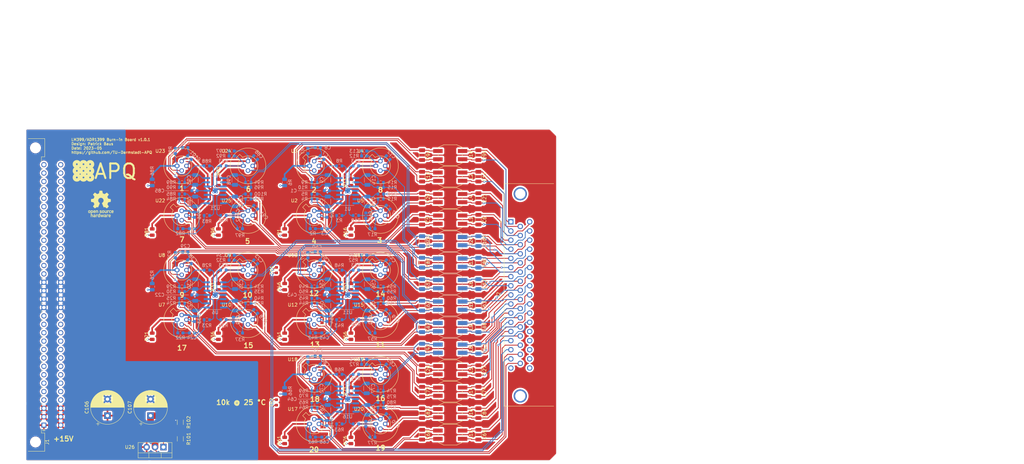
<source format=kicad_pcb>
(kicad_pcb (version 20240108) (generator "pcbnew") (generator_version "8.0")
  (title_block (title "LM399/ADR1399 Burnin Board") (date "2024-11-21") (rev "1.0.1") (company "TU Darmstadt, IAP, APQ") (comment 1 "Copyright (©) 2021, Patrick Baus <patrick.baus@physik.tu-darmstadt.de>") (comment 2 "Licensed under CERN OHL-W v2.0"))
  (layers (0 "F.Cu" mixed) (1 "In1.Cu" power) (2 "In2.Cu" power) (31 "B.Cu" mixed) (34 "B.Paste" user) (35 "F.Paste" user) (36 "B.SilkS" user "B.Silkscreen") (37 "F.SilkS" user "F.Silkscreen") (38 "B.Mask" user) (39 "F.Mask" user) (44 "Edge.Cuts" user))
  (net 0 "")
  (net 1 "GND")
  (net 2 "/Reference Block 1/V_pos")
  (net 3 "Net-(C3-Pad1)")
  (net 4 "Net-(U1A--)")
  (net 5 "Net-(C4-Pad1)")
  (net 6 "Net-(C5-Pad1)")
  (net 7 "/D1-")
  (net 8 "/D1+")
  (net 9 "Net-(C8-Pad1)")
  (net 10 "Net-(U1B--)")
  (net 11 "Net-(C9-Pad1)")
  (net 12 "Net-(C10-Pad1)")
  (net 13 "/D2-")
  (net 14 "/D2+")
  (net 15 "Net-(C13-Pad1)")
  (net 16 "Net-(U1C--)")
  (net 17 "Net-(C14-Pad1)")
  (net 18 "Net-(C15-Pad1)")
  (net 19 "/D3-")
  (net 20 "/D3+")
  (net 21 "Net-(C18-Pad1)")
  (net 22 "Net-(U1D--)")
  (net 23 "Net-(C19-Pad1)")
  (net 24 "Net-(C20-Pad1)")
  (net 25 "/D4-")
  (net 26 "/D4+")
  (net 27 "Net-(C24-Pad1)")
  (net 28 "Net-(U6A--)")
  (net 29 "Net-(C25-Pad1)")
  (net 30 "Net-(C26-Pad1)")
  (net 31 "/D5-")
  (net 32 "/D5+")
  (net 33 "Net-(C29-Pad1)")
  (net 34 "Net-(U6B--)")
  (net 35 "Net-(C30-Pad1)")
  (net 36 "Net-(C31-Pad1)")
  (net 37 "/D6-")
  (net 38 "/D6+")
  (net 39 "Net-(C34-Pad1)")
  (net 40 "Net-(U6C--)")
  (net 41 "Net-(C35-Pad1)")
  (net 42 "Net-(C36-Pad1)")
  (net 43 "/D7-")
  (net 44 "/D7+")
  (net 45 "Net-(C39-Pad1)")
  (net 46 "Net-(U6D--)")
  (net 47 "Net-(C40-Pad1)")
  (net 48 "Net-(C41-Pad1)")
  (net 49 "/D8-")
  (net 50 "/D8+")
  (net 51 "Net-(C45-Pad1)")
  (net 52 "Net-(U11A--)")
  (net 53 "Net-(C46-Pad1)")
  (net 54 "Net-(C47-Pad1)")
  (net 55 "/D9-")
  (net 56 "/D9+")
  (net 57 "Net-(C50-Pad1)")
  (net 58 "Net-(U11B--)")
  (net 59 "Net-(C51-Pad1)")
  (net 60 "Net-(C52-Pad1)")
  (net 61 "/D10-")
  (net 62 "/D10+")
  (net 63 "Net-(C55-Pad1)")
  (net 64 "Net-(U11C--)")
  (net 65 "Net-(C56-Pad1)")
  (net 66 "Net-(C57-Pad1)")
  (net 67 "/D11-")
  (net 68 "/D11+")
  (net 69 "Net-(C60-Pad1)")
  (net 70 "Net-(U11D--)")
  (net 71 "Net-(C61-Pad1)")
  (net 72 "Net-(C62-Pad1)")
  (net 73 "/D12-")
  (net 74 "/D12+")
  (net 75 "Net-(C66-Pad1)")
  (net 76 "Net-(U16A--)")
  (net 77 "Net-(C67-Pad1)")
  (net 78 "Net-(C68-Pad1)")
  (net 79 "/D13-")
  (net 80 "/D13+")
  (net 81 "Net-(C71-Pad1)")
  (net 82 "Net-(U16B--)")
  (net 83 "Net-(C72-Pad1)")
  (net 84 "Net-(C73-Pad1)")
  (net 85 "/D14-")
  (net 86 "/D14+")
  (net 87 "Net-(C76-Pad1)")
  (net 88 "Net-(U16C--)")
  (net 89 "Net-(C77-Pad1)")
  (net 90 "Net-(C78-Pad1)")
  (net 91 "/D15-")
  (net 92 "/D15+")
  (net 93 "Net-(C81-Pad1)")
  (net 94 "Net-(U16D--)")
  (net 95 "Net-(C82-Pad1)")
  (net 96 "Net-(C83-Pad1)")
  (net 97 "/D16-")
  (net 98 "/D16+")
  (net 99 "Net-(C87-Pad1)")
  (net 100 "Net-(U21A--)")
  (net 101 "Net-(C88-Pad1)")
  (net 102 "Net-(C89-Pad1)")
  (net 103 "/D17-")
  (net 104 "/D17+")
  (net 105 "Net-(C92-Pad1)")
  (net 106 "Net-(U21B--)")
  (net 107 "Net-(C93-Pad1)")
  (net 108 "Net-(C94-Pad1)")
  (net 109 "/D18-")
  (net 110 "/D18+")
  (net 111 "Net-(C97-Pad1)")
  (net 112 "Net-(U21C--)")
  (net 113 "Net-(C98-Pad1)")
  (net 114 "Net-(C99-Pad1)")
  (net 115 "/D19-")
  (net 116 "/D19+")
  (net 117 "Net-(C102-Pad1)")
  (net 118 "Net-(U21D--)")
  (net 119 "Net-(C103-Pad1)")
  (net 120 "Net-(C104-Pad1)")
  (net 121 "/D20-")
  (net 122 "/D20+")
  (net 123 "Net-(J2-Pad16)")
  (net 124 "Net-(J2-Pad15)")
  (net 125 "Net-(R1-Pad2)")
  (net 126 "Net-(R21-Pad2)")
  (net 127 "Net-(R41-Pad2)")
  (net 128 "Net-(R61-Pad2)")
  (net 129 "Net-(J2-Pad33)")
  (net 130 "Net-(J2-Pad32)")
  (net 137 "Net-(R6-Pad2)")
  (net 138 "Net-(J1-Pin_a1)")
  (net 139 "Net-(R11-Pad2)")
  (net 140 "Net-(U11E-V-)")
  (net 141 "Net-(R16-Pad2)")
  (net 142 "Net-(U16E-V-)")
  (net 143 "Net-(U21E-V-)")
  (net 144 "Net-(R26-Pad2)")
  (net 145 "Net-(U6E-V-)")
  (net 146 "Net-(R31-Pad2)")
  (net 147 "Net-(U1A-+)")
  (net 148 "Net-(R36-Pad2)")
  (net 149 "Net-(U1B-+)")
  (net 150 "Net-(U1C-+)")
  (net 151 "Net-(R46-Pad2)")
  (net 152 "Net-(U1D-+)")
  (net 153 "Net-(R51-Pad2)")
  (net 154 "Net-(U6A-+)")
  (net 155 "Net-(R56-Pad2)")
  (net 156 "Net-(U6B-+)")
  (net 157 "Net-(U6C-+)")
  (net 158 "Net-(R66-Pad2)")
  (net 159 "Net-(U6D-+)")
  (net 160 "Net-(R71-Pad2)")
  (net 161 "Net-(U11A-+)")
  (net 162 "Net-(R76-Pad2)")
  (net 163 "Net-(U11B-+)")
  (net 164 "Net-(R81-Pad2)")
  (net 165 "Net-(U11C-+)")
  (net 166 "Net-(R86-Pad2)")
  (net 167 "Net-(U11D-+)")
  (net 168 "Net-(R91-Pad2)")
  (net 169 "Net-(U16A-+)")
  (net 170 "Net-(R96-Pad2)")
  (net 171 "Net-(U16B-+)")
  (net 172 "Net-(C10-Pad2)")
  (net 173 "Net-(U16C-+)")
  (net 174 "Net-(U16D-+)")
  (net 175 "Net-(U21A-+)")
  (net 176 "Net-(U21B-+)")
  (net 177 "/Reference Block 1/V_heater_pos")
  (net 178 "Net-(C5-Pad2)")
  (net 179 "Net-(C15-Pad2)")
  (net 180 "Net-(C20-Pad2)")
  (net 181 "Net-(C26-Pad2)")
  (net 182 "Net-(C31-Pad2)")
  (net 183 "Net-(C36-Pad2)")
  (net 184 "Net-(C41-Pad2)")
  (net 185 "Net-(C47-Pad2)")
  (net 186 "Net-(C52-Pad2)")
  (net 187 "Net-(C57-Pad2)")
  (net 188 "Net-(C62-Pad2)")
  (net 189 "Net-(C68-Pad2)")
  (net 190 "Net-(C73-Pad2)")
  (net 191 "Net-(C78-Pad2)")
  (net 192 "Net-(C83-Pad2)")
  (net 193 "Net-(C89-Pad2)")
  (net 194 "Net-(C94-Pad2)")
  (net 195 "Net-(C99-Pad2)")
  (net 196 "Net-(C104-Pad2)")
  (net 197 "/Reference Block 1/GND_heater")
  (net 198 "/sheet61977749/GND_heater")
  (net 199 "/sheet61977B89/GND_heater")
  (net 200 "/sheet6197811F/GND_heater")
  (net 201 "/sheet6197BEAD/GND_heater")
  (net 202 "/sheet61977B89/GND_zener")
  (net 203 "/sheet6197811F/GND_zener")
  (net 204 "/sheet6197BEAD/GND_zener")
  (net 205 "/sheet61977749/GND_zener")
  (net 206 "/Reference Block 1/GND_zener")
  (net 207 "Net-(U21C-+)")
  (net 208 "Net-(U21D-+)")
  (net 209 "Net-(U26-ADJ)")
  (net 210 "Net-(U1E-V-)")
  (footprint "Custom_footprints_project:APQ-Logo" (layer "F.Cu") (at 50 70)
    (property "Reference" "LOGO1" (hide yes))
    (property "Value" "Logo_APQ")
  )
  (footprint "Symbol:OSHW-Logo_7.5x8mm_SilkScreen" (layer "F.Cu") (at 57.5 82.5)
    (property "Reference" "LOGO2" (hide yes))
    (property "Value" "Logo_Open_Hardware_Small" (hide yes))
  )
  (footprint "Custom_footprints_project:Analog_TO-46-4_ThermalShield_socket" (layer "F.Cu") (at 100.5 117.5)
    (property "Reference" "U10")
    (property "Value" "LM399")
  )
  (footprint "Custom_footprints_project:Analog_TO-46-4_ThermalShield_socket" (layer "F.Cu") (at 120.5 102.5)
    (property "Reference" "U13")
    (property "Value" "LM399")
  )
  (footprint "Custom_footprints_project:Analog_TO-46-4_ThermalShield_socket" (layer "F.Cu") (at 100.5 102.5)
    (property "Reference" "U9")
    (property "Value" "LM399")
  )
  (footprint "Custom_footprints_project:Analog_TO-46-4_ThermalShield_socket" (layer "F.Cu") (at 140.5 86)
    (property "Reference" "U5")
    (property "Value" "LM399")
  )
  (footprint "Custom_footprints_project:Analog_TO-46-4_ThermalShield_socket" (layer "F.Cu") (at 80.5 71)
    (property "Reference" "U23")
    (property "Value" "LM399")
  )
  (footprint "Custom_footprints_project:Analog_TO-46-4_ThermalShield_socket" (layer "F.Cu") (at 140.5 71)
    (property "Reference" "U4")
    (property "Value" "LM399")
  )
  (footprint "Custom_footprints_project:Analog_TO-46-4_ThermalShield_socket" (layer "F.Cu") (at 100.5 71)
    (property "Reference" "U24")
    (property "Value" "LM399")
  )
  (footprint "Custom_footprints_project:Analog_TO-46-4_ThermalShield_socket" (layer "F.Cu") (at 140.5 149)
    (property "Reference" "U20")
    (property "Value" "LM399")
  )
  (footprint "Custom_footprints_project:Analog_TO-46-4_ThermalShield_socket" (layer "F.Cu") (at 140.5 102.5)
    (property "Reference" "U14")
    (property "Value" "LM399")
  )
  (footprint "Custom_footprints_project:Analog_TO-46-4_ThermalShield_socket" (layer "F.Cu") (at 120.5 134)
    (property "Reference" "U18")
    (property "Value" "LM399")
  )
  (footprint "Resistor_SMD:R_0603_1608Metric" (layer "F.Cu") (at 110.5 102.5 90)
    (property "Reference" "TH1")
    (property "Value" "10k")
  )
  (footprint "Custom Footprints:NET-TIE-0.25mm" (layer "F.Cu") (at 103 87.6 -45)
    (property "Reference" "NT12" (hide yes))
    (property "Value" "Net-Tie_2" (hide yes))
  )
  (footprint "Custom_footprints_project:Analog_TO-46-4_ThermalShield_socket" (layer "F.Cu") (at 120.5 71)
    (property "Reference" "U3")
    (property "Value" "LM399")
  )
  (footprint "Custom Footprints:NET-TIE-0.25mm" (layer "F.Cu") (at 80.6 72.3 180)
    (property "Reference" "NT10" (hide yes))
    (property "Value" "Net-Tie_2" (hide yes))
  )
  (footprint "Custom_footprints_project:Analog_TO-46-4_ThermalShield_socket" (layer "F.Cu") (at 140.5 134)
    (property "Reference" "U19")
    (property "Value" "LM399")
  )
  (footprint "Custom_footprints_project:Analog_TO-46-4_ThermalShield_socket" (layer "F.Cu") (at 80.5 102.5)
    (property "Reference" "U8")
    (property "Value" "LM399")
  )
  (footprint "Custom Footprints:NET-TIE-0.25mm" (layer "F.Cu") (at 120.6 135.3 180)
    (property "Reference" "NT6" (hide yes))
    (property "Value" "Net-Tie_2" (hide yes))
  )
  (footprint "Capacitor_SMD:C_1206_3216Metric" (layer "F.Cu") (at 154.5 87.25 -90)
    (property "Reference" "C5")
    (property "Value" "100n")
  )
  (footprint "Custom Footprints:NET-TIE-0.25mm" (layer "F.Cu") (at 123 150.6 -45)
    (property "Reference" "NT5" (hide yes))
    (property "Value" "Net-Tie_2" (hide yes))
  )
  (footprint "Custom Footprints:NET-TIE-0.25mm" (layer "F.Cu") (at 143 119.2)
    (property "Reference" "NT4" (hide yes))
    (property "Value" "Net-Tie_2" (hide yes))
  )
  (footprint "Custom Footprints:NET-TIE-0.25mm" (layer "F.Cu") (at 103 119.1 -45)
    (property "Reference" "NT16" (hide yes))
    (property "Value" "Net-Tie_2" (hide yes))
  )
  (footprint "Custom Footprints:NET-TIE-0.25mm" (layer "F.Cu") (at 123 87.6 -45)
    (property "Reference" "NT17" (hide yes))
    (property "Value" "Net-Tie_2" (hide yes))
  )
  (footprint "Custom_footprints_project:Analog_TO-46-4_ThermalShield_socket" (layer "F.Cu") (at 80.5 117.5)
    (property "Reference" "U7")
    (property "Value" "LM399")
  )
  (footprint "Custom Footprints:NET-TIE-0.25mm" (layer "F.Cu") (at 120.6 103.8 180)
    (property "Reference" "NT2" (hide yes))
    (property "Value" "Net-Tie_2" (hide yes))
  )
  (footprint "Custom Footprints:NET-TIE-0.25mm" (layer "F.Cu") (at 120.6 72.3 180)
    (property "Reference" "NT18" (hide yes))
    (property "Value" "Net-Tie_2" (hide yes))
  )
  (footprint "NetTie:NetTie-2_SMD_Pad2.0mm" (layer "F.Cu") (at 75 144.5 90)
    (property "Reference" "NT46" (hide yes))
    (property "Value" "Net-Tie_2")
  )
  (footprint "Resistor_SMD:R_1206_3216Metric" (layer "F.Cu") (at 81.5 153.5 90)
    (property "Reference" "R101")
    (property "Value" "160")
  )
  (footprint "Custom Footprints:NET-TIE-0.25mm" (layer "F.Cu") (at 123 119.1 -45)
    (property "Reference" "NT1" (hide yes))
    (property "Value" "Net-Tie_2" (hide yes))
  )
  (footprint "Custom Footprints:L_CommonMode_EPCOS_B82790" (layer "F.Cu") (at 163 80.75)
    (property "Reference" "L4")
    (property "Value" "L_Coupled")
  )
  (footprint "Custom Footprints:L_CommonMode_EPCOS_B82790" (layer "F.Cu") (at 163 100.25)
    (property "Reference" "L17")
    (property "Value" "L_Coupled")
  )
  (footprint "Capacitor_SMD:C_0805_2012Metric" (layer "F.Cu") (at 73 122.5 90)
    (property "Reference" "R21")
    (property "Value" "2.67k")
  )
  (footprint "Capacitor_SMD:C_1206_3216Metric" (layer "F.Cu") (at 154.5 100.25 -90)
    (property "Reference" "C89")
    (property "Value" "100n")
  )
  (footprint "Custom Footprints:NET-TIE-0.25mm" (layer "F.Cu") (at 83 119.1 -45)
    (property "Reference" "NT13" (hide yes))
    (property "Value" "Net-Tie_2" (hide yes))
  )
  (footprint "Custom Footprints:L_CommonMode_EPCOS_B82790" (layer "F.Cu") (at 163 126.25)
    (property "Reference" "L8")
    (property "Value" "L_Coupled")
  )
  (footprint "Custom Footprints:L_CommonMode_EPCOS_B82790" (layer "F.Cu") (at 163 67.75)
    (property "Reference" "L18")
    (property "Value" "L_Coupled")
  )
  (footprint "Custom Footprints:L_CommonMode_EPCOS_B82790" (layer "F.Cu") (at 163 74.25)
    (property "Reference" "L2")
    (property "Value" "L_Coupled")
  )
  (footprint "Capacitor_SMD:C_0805_2012Metric" (layer "F.Cu") (at 133 139 90)
    (property "Reference" "R71")
    (property "Value" "2.67k")
  )
  (footprint "Custom Footprints:L_CommonMode_EPCOS_B82790" (layer "F.Cu") (at 163 119.75)
    (property "Reference" "L9")
    (property "Value" "L_Coupled")
  )
  (footprint "Capacitor_SMD:C_1206_3216Metric" (layer "F.Cu") (at 171.5 74.25 -90)
    (property "Reference" "C11")
    (property "Value" "100n")
  )
  (footprint "Capacitor_SMD:C_1206_3216Metric" (layer "F.Cu") (at 154.5 119.75 -90)
    (property "Reference" "C47")
    (property "Value" "100n")
  )
  (footprint "Package_TO_SOT_THT:TO-220-3_Vertical" (layer "F.Cu") (at 76.4 156 180)
    (property "Reference" "U26")
    (property "Value" "LT1085-ADJ")
  )
  (footprint "Capacitor_SMD:C_0805_2012Metric" (layer "F.Cu") (at 93 122.5 90)
    (property "Reference" "R36")
    (property "Value" "2.67k")
  )
  (footprint "Custom_footprints_project:Analog_TO-46-4_ThermalShield_socket" (layer "F.Cu") (at 80.5 86)
    (property "Reference" "U22")
    (property "Value" "LM399")
  )
  (footprint "Custom_footprints_project:Analog_TO-46-4_ThermalShield_socket" (layer "F.Cu") (at 140.5 117.5)
    (property "Reference" "U15")
    (property "Value" "LM399")
  )
  (footprint "Custom_footprints_project:Analog_TO-46-4_ThermalShield_socket" (layer "F.Cu") (at 120.5 117.5)
    (property "Reference" "U12")
    (property "Value" "LM399")
  )
  (footprint "Capacitor_SMD:C_0805_2012Metric" (layer "F.Cu") (at 133 107.5 90)
    (property "Reference" "R51")
    (property "Value" "2.67k")
  )
  (footprint "Capacitor_SMD:C_0805_2012Metric" (layer "F.Cu") (at 133 91 90)
    (property "Reference" "R16")
    (property "Value" "2.67k")
  )
  (footprint "Capacitor_SMD:C_0805_2012Metric" (layer "F.Cu") (at 93 107.5 90)
    (property "Reference" "R31")
    (property "Value" "2.67k")
  )
  (footprint "Capacitor_SMD:C_1206_3216Metric" (layer "F.Cu") (at 154.5 132.75 -90)
    (property "Reference" "C26")
    (property "Value" "100n")
  )
  (footprint "Capacitor_SMD:C_1206_3216Metric" (layer "F.Cu") (at 171.5 119.75 -90)
    (property "Reference" "C48")
    (property "Value" "100n")
  )
  (footprint "Capacitor_SMD:C_1206_3216Metric" (layer "F.Cu") (at 154.5 106.75 -90)
    (property "Reference" "C31")
    (property "Value" "100n")
  )
  (footprint "Custom Footprints:L_CommonMode_EPCOS_B82790" (layer "F.Cu") (at 163 139.25)
    (property "Reference" "L14")
    (property "Value" "L_Coupled")
  )
  (footprint "Capacitor_SMD:C_0805_2012Metric" (layer "F.Cu") (at 113 107.5 90)
    (property "Reference" "R46")
    (property "Value" "2.67k")
  )
  (footprint "Capacitor_SMD:C_0805_2012Metric" (layer "F.Cu") (at 93 91 90)
    (property "Reference" "R96")
    (property "Value" "2.67k")
  )
  (footprint "Custom Footprints:DSUB-50_Female_Horizontal_P2.77x2.84mm_Conec_164A18969X" (layer "F.Cu") (at 181.3 110 90)
    (property "Reference" "J2")
    (property "Value" "DB50_Female")
  )
  (footprint "Capacitor_SMD:C_0805_2012Metric" (layer "F.Cu") (at 73 91 90)
    (property "Reference" "R81")
    (property "Value" "2.67k")
  )
  (footprint "Capacitor_SMD:C_1206_3216Metric" (layer "F.Cu") (at 154.5 126.25 -90)
    (property "Reference" "C41")
    (property "Value" "100n")
  )
  (footprint "Capacitor_SMD:C_0805_2012Metric" (layer "F.Cu") (at 133 122.5 90)
    (property "Reference" "R56")
    (property "Value" "2.67k")
  )
  (footprint "Capacitor_SMD:C_1206_3216Metric" (layer "F.Cu") (at 171.5 145.75 -90)
    (property "Reference" "C84")
    (property "Value" "100n")
  )
  (footprint "Custom_footprints_project:Analog_TO-46-4_ThermalShield_socket" (layer "F.Cu") (at 100.5 86)
    (property "Reference" "U25")
    (property "Value" "LM399")
  )
  (footprint "Capacitor_SMD:C_1206_3216Metric" (layer "F.Cu") (at 171.5 139.25 -90)
    (property "Reference" "C74")
    (property "Value" "100n")
  )
  (footprint "Capacitor_SMD:C_1206_3216Metric" (layer "F.Cu") (at 171.5 126.25 -90)
    (property "Reference" "C42")
    (property "Value" "100n")
  )
  (footprint "Capacitor_SMD:C_1206_3216Metric" (layer "F.Cu") (at 171.5 106.75 -90)
    (property "Reference" "C32")
    (property "Value" "100n")
  )
  (footprint "Capacitor_SMD:C_1206_3216Metric" (layer "F.Cu") (at 154.5 113.25 -90)
    (property "Reference" "C62")
    (property "Value" "100n")
  )
  (footprint "Custom Footprints:L_CommonMode_EPCOS_B82790" (layer "F.Cu") (at 163 132.75)
    (property "Reference" "L5")
    (property "Value" "L_Coupled")
  )
  (footprint "Custom Footprints:L_CommonMode_EPCOS_B82790" (layer "F.Cu") (at 163 152.25)
    (property "Reference" "L13")
    (property "Value" "L_Coupled")
  )
  (footprint "Capacitor_SMD:C_1206_3216Metric" (layer "F.Cu") (at 171.5 113.25 -90)
    (property "Reference" "C63")
    (property "Value" "100n")
  )
  (footprint "Custom Footprints:L_CommonMode_EPCOS_B82790" (layer "F.Cu") (at 163 106.75)
    (property "Reference" "L6")
    (property "Value" "L_Coupled")
  )
  (footprint "Capacitor_SMD:C_1206_3216Metric" (layer "F.Cu") (at 154.5 93.75 -90)
    (property "Reference" "C104")
    (property "Value" "100n")
  )
  (footprint "Capacitor_SMD:C_1206_3216Metric" (layer "F.Cu") (at 171.5 100.25 -90)
    (property "Reference" "C90")
    (property "Value" "100n")
  )
  (footprint "Capacitor_SMD:C_0805_2012Metric" (layer "F.Cu") (at 133 154 90)
    (property "Reference" "R76")
    (property "Value" "2.67k")
  )
  (footprint "Capacitor_SMD:C_0805_2012Metric" (layer "F.Cu") (at 113 91 90)
    (property "Reference" "R1")
    (property "Value" "2.67k")
  )
  (footprint "Capacitor_SMD:C_1206_3216Metric" (layer "F.Cu") (at 171.5 93.75 -90)
    (property "Reference" "C105")
    (property "Value" "100n")
  )
  (footprint "Capacitor_SMD:C_0805_2012Metric" (layer "F.Cu") (at 113 154 90)
    (property "Reference" "R61")
    (property "Value" "2.67k")
  )
  (footprint "Capacitor_SMD:C_0805_2012Metric" (layer "F.Cu") (at 133 76 90)
    (property "Reference" "R11")
    (property "Value" "2.67k")
  )
  (footprint "Capacitor_SMD:C_1206_3216Metric" (layer "F.Cu") (at 154.5 145.75 -90)
    (property "Reference" "C83")
    (property "Value" "100n")
  )
  (footprint "Custom Footprints:NET-TIE-0.25mm" (layer "F.Cu") (at 80.6 103.8 180)
    (property "Reference" "NT14" (hide yes))
    (property "Value" "Net-Tie_2" (hide yes))
  )
  (footprint "Capacitor_SMD:C_1206_3216Metric" (layer "F.Cu") (at 154.5 80.75 -90)
    (property "Reference" "C20")
    (property "Value" "100n")
  )
  (footprint "Capacitor_SMD:C_1206_3216Metric" (layer "F.Cu") (at 154.5 152.25 -90)
    (property "Reference" "C68")
    (property "Value" "100n")
  )
  (footprint "Custom Footprints:L_CommonMode_EPCOS_B82790" (layer "F.Cu") (at 163 87.25)
    (property "Reference" "L1")
    (property "Value" "L_Coupled")
  )
  (footprint "Capacitor_SMD:C_1206_3216Metric" (layer "F.Cu") (at 154.5 67.75 -90)
    (property "Reference" "C94")
    (property "Value" "100n")
  )
  (footprint "Custom Footprints:L_CommonMode_EPCOS_B82790" (layer "F.Cu") (at 163 145.75)
    (property "Reference" "L16")
    (property "Value" "L_Coupled")
  )
  (footprint "Capacitor_SMD:C_1206_3216Metric" (layer "F.Cu") (at 171.5 87.25 -90)
    (property "Reference" "C6")
    (property "Value" "100n")
  )
  (footprint "Capacitor_SMD:C_0805_2012Metric" (layer "F.Cu") (at 113 122.5 90)
    (property "Reference" "R41")
    (property "Value" "2.67k")
  )
  (footprint "Capacitor_SMD:C_1206_3216Metric" (layer "F.Cu") (at 154.5 139.25 -90)
    (property "Reference" "C73")
    (property "Value" "100n")
  )
  (footprint "Custom Footprints:NET-TIE-0.25mm" (layer "F.Cu") (at 83 87.6 -45)
    (property "Reference" "NT9" (hide yes))
    (property "Value" "Net-Tie_2" (hide yes))
  )
  (footprint "Capacitor_SMD:C_0805_2012Metric" (layer "F.Cu") (at 93 76 90)
    (property "Reference" "R91")
    (property "Value" "2.67k")
  )
  (footprint "Custom Footprints:NET-TIE-0.25mm" (layer "F.Cu") (at 143 87.7)
    (property "Reference" "NT20" (hide yes))
    (property "Value" "Net-Tie_2" (hide yes))
  )
  (footprint "Custom_footprints_project:Analog_TO-46-4_ThermalShield_socket" (layer "F.Cu") (at 120.5 149)
    (property "Reference" "U17")
    (property "Value" "LM399")
  )
  (footprint "Capacitor_THT:CP_Radial_D10.0mm_P5.00mm" (layer "F.Cu") (at 59.5 146.5 90)
    (property "Reference" "C106")
    (property "Value" "10u")
  )
  (footprint "Custom Footprints:NET-TIE-0.25mm" (layer "F.Cu") (at 143 150.7)
    (property "Reference" "NT8" (hide yes))
    (property "Value" "Net-Tie_2" (hide yes))
  )
  (footprint "Resistor_SMD:R_1206_3216Metric" (layer "F.Cu") (at 81.5 148.5 90)
    (property "Reference" "R102")
    (property "Value" "1.5k")
  )
  (footprint "Custom_footprints_project:Analog_TO-46-4_ThermalShield_socket" (layer "F.Cu") (at 120.5 86)
    (property "Reference" "U2")
    (property "Value" "LM399")
  )
  (footprint "Resistor_SMD:R_0603_1608Metric" (layer "F.Cu") (at 110.5 142.5 90)
    (property "Reference" "TH2")
    (property "Value" "10k")
  )
  (footprint "Capacitor_SMD:C_1206_3216Metric" (layer "F.Cu") (at 171.5 132.75 -90)
    (property "Reference" "C27")
    (property "Value" "100n")
  )
  (footprint "Capacitor_SMD:C_1206_3216Metric" (layer "F.Cu") (at 154.5 74.25 -90)
    (property "Reference" "C10")
    (property "Value" "100n")
  )
  (footprint "Capacitor_SMD:C_1206_3216Metric" (layer "F.Cu") (at 171.5 67.75 -90)
    (property "Reference" "C95")
    (property "Value" "100n")
  )
  (footprint "Capacitor_SMD:C_1206_3216Metric" (layer "F.Cu") (at 171.5 152.25 -90)
    (property "Reference" "C69")
    (property "Value" "100n")
  )
  (footprint "Custom Footprints:L_CommonMode_EPCOS_B82790" (layer "F.Cu") (at 163 113.25)
    (property "Reference" "L12")
    (property "Value" "L_Coupled")
  )
  (footprint "Capacitor_THT:CP_Radial_D10.0mm_P5.00mm" (layer "F.Cu") (at 72.5 146.5 90)
    (property "Reference" "C107")
    (property "Value" "150u")
  )
  (footprint "Custom Footprints:L_CommonMode_EPCOS_B82790" (layer "F.Cu") (at 163 93.75)
    (property "Reference" "L20")
    (property "Value" "L_Coupled")
  )
  (footprint "Capacitor_SMD:C_1206_3216Metric" (layer "F.Cu") (at 171.5 80.75 -90)
    (property "Reference" "C21")
    (property "Value" "100n")
  )
  (footprint "Connector_DIN:DIN41612_C_2x32_Male_Horizontal_THT" (layer "F.Cu") (at 40.3 149.37 90)
    (property "Reference" "J1")
    (property "Value" "C64AC")
  )
  (footprint "Custom Footprints:NET-TIE-0.25mm" (layer "B.Cu") (at 103 103.8)
    (property "Reference" "NT15" (hide yes))
    (property "Value" "Net-Tie_2" (hide yes))
  )
  (footprint "Custom Footprints:NET-TIE-0.25mm" (layer "B.Cu") (at 103 72.3)
    (property "Reference" "NT11" (hide yes))
    (property "Value" "Net-Tie_2" (hide yes))
  )
  (footprint "NetTie:NetTie-4_SMD_Pad0.5mm" (layer "B.Cu") (at 132 141.5 180)
    (property "Reference" "NT22" (hide yes))
    (property "Value" "Net-Tie_4_Cross")
  )
  (footprint "Capacitor_SMD:C_0603_1608Metric" (layer "B.Cu") (at 137.5 86 90)
    (property "Reference" "C18")
    (property "Value" "1u")
  )
  (footprint "Custom Footprints:L_CommonMode_EPCOS_B82790" (layer "B.Cu") (at 163 126.25)
    (property "Reference" "L15")
    (property "Value" "L_Coupled")
  )
  (footprint "Resistor_SMD:R_0603_1608Metric" (layer "B.Cu") (at 102 77.5 180)
    (property "Reference" "R95")
    (property "Value" "1k")
  )
  (footprint "Capacitor_SMD:C_0603_1608Metric" (layer "B.Cu") (at 121.5 153)
    (property "Reference" "R62")
    (property "Value" "5.1R")
  )
  (footprint "Custom Footprints:L_CommonMode_EPCOS_B82790" (layer "B.Cu") (at 163 93.75)
    (property "Reference" "L19")
    (property "Value" "L_Coupled")
  )
  (footprint "Capacitor_SMD:C_1206_3216Metric" (layer "B.Cu") (at 171.5 119.75 90)
    (property "Reference" "C58")
    (property "Value" "100n")
  )
  (footprint "Resistor_SMD:R_0603_1608Metric" (layer "B.Cu") (at 82 79.5)
    (property "Reference" "R85")
    (property "Value" "1k")
  )
  (footprint "Resistor_SMD:R_0603_1608Metric" (layer "B.Cu") (at 122 79.5)
    (property "Reference" "R5")
    (property "Value" "1k")
  )
  (footprint "Capacitor_SMD:C_1206_3216Metric" (layer "B.Cu") (at 126 75.25 -90)
    (property "Reference" "C9")
    (property "Value" "100n")
  )
  (footprint "Resistor_SMD:R_0603_1608Metric" (layer "B.Cu") (at 129.5 71 180)
    (property "Reference" "R8")
    (property "Value" "1k")
  )
  (footprint "Capacitor_SMD:C_0603_1608Metric" (layer "B.Cu") (at 139.5 121.5 180)
    (property "Reference" "R57")
    (property "Value" "5.1R")
  )
  (footprint "Capacitor_SMD:C_0603_1608Metric" (layer "B.Cu") (at 104.25 100 135)
    (property "Reference" "C23")
    (property "Value" "1u")
  )
  (footprint "Resistor_SMD:R_0603_1608Metric" (layer "B.Cu") (at 102 81 180)
    (property "Reference" "R99")
    (property "Value" "49.9")
  )
  (footprint "Capacitor_SMD:C_0603_1608Metric" (layer "B.Cu") (at 99.5 121.5 180)
    (property "Reference" "R37")
    (property "Value" "5.1R")
  )
  (footprint "Capacitor_SMD:C_1206_3216Metric" (layer "B.Cu") (at 138 81.75 90)
    (property "Reference" "C19")
    (property "Value" "100n")
  )
  (footprint "Resistor_SMD:R_0603_1608Metric" (layer "B.Cu") (at 89.5 117.5 180)
    (property "Reference" "R23")
    (property "Value" "1k")
  )
  (footprint "Resistor_SMD:R_0603_1608Metric" (layer "B.Cu") (at 89.47 71 180)
    (property "Reference" "R88")
    (property "Value" "1k")
  )
  (footprint "Capacitor_SMD:C_0603_1608Metric" (layer "B.Cu") (at 123 65.5)
    (property "Reference" "C8")
    (property "Value" "1u")
  )
  (footprint "Capacitor_SMD:C_0603_1608Metric" (layer "B.Cu") (at 121.5 121.5)
    (property "Reference" "R42")
    (property "Value" "5.1R")
  )
  (footprint "Resistor_SMD:R_0603_1608Metric" (layer "B.Cu") (at 82 107.5)
    (property "Reference" "R29")
    (property "Value" "49.9")
  )
  (footprint "Capacitor_SMD:C_0603_1608Metric" (layer "B.Cu") (at 81.5 90)
    (property "Reference" "R82")
    (property "Value" "5.1R")
  )
  (footprint "Resistor_SMD:R_0603_1608Metric" (layer "B.Cu") (at 102 112.5 180)
    (property "Reference" "R39")
    (property "Value" "49.9")
  )
  (footprint "Resistor_SMD:R_0603_1608Metric" (layer "B.Cu") (at 82 77.5)
    (property "Reference" "R90")
    (property "Value" "1k")
  )
  (footprint "Capacitor_SMD:C_0603_1608Metric" (layer "B.Cu") (at 144.25 68.5 135)
    (property "Reference" "C12")
    (property "Value" "1u")
  )
  (footprint "Resistor_SMD:R_0603_1608Metric" (layer "B.Cu") (at 82 109)
    (property "Reference" "R30")
    (property "Value" "1k")
  )
  (footprint "Custom Footprints:L_CommonMode_EPCOS_B82790" (layer "B.Cu") (at 163 113.25)
    (property "Reference" "L10")
    (property "Value" "L_Coupled")
  )
  (footprint "Custom Footprints:NET-TIE-0.25mm" (layer "B.Cu") (at 143 103.8)
    (property "Reference" "NT3" (hide yes))
    (property "Value" "Net-Tie_2" (hide yes))
  )
  (footprint "Capacitor_SMD:C_0603_1608Metric" (layer "B.Cu") (at 84.25 68.5 135)
    (property "Reference" "C101")
    (property "Value" "1u")
  )
  (footprint "NetTie:NetTie-4_SMD_Pad0.5mm" (layer "B.Cu") (at 132 110 180)
    (property "Reference" "NT21" (hide yes))
    (property "Value" "Net-Tie_4_Cross")
  )
  (footprint "Capacitor_SMD:C_0603_1608Metric" (layer "B.Cu") (at 125.75 78.5 180)
    (property "Reference" "C1")
    (property "Value" "100n")
  )
  (footprint "Resistor_SMD:R_0603_1608Metric" (layer "B.Cu") (at 134.5 86)
    (property "Reference" "R18")
    (property "Value" "1k")
  )
  (footprint "Capacitor_SMD:C_1206_3216Metric" (layer "B.Cu") (at 171.5 93.75 90)
    (property "Reference" "C100")
    (property "Value" "100n")
  )
  (footprint "Capacitor_SMD:C_0603_1608Metric" (layer "B.Cu") (at 83 97)
    (property "Reference" "C29")
    (property "Value" "1u")
  )
  (footprint "Capacitor_SMD:C_0603_1608Metric" (layer "B.Cu") (at 124.25 131.5 135)
    (property "Reference" "C80")
    (property "Value" "1u")
  )
  (footprint "Resistor_SMD:R_0603_1608Metric" (layer "B.Cu") (at 122 142.5)
    (property "Reference" "R65")
    (property "Value" "1k")
  )
  (footprint "Capacitor_SMD:C_0603_1608Metric" (layer "B.Cu") (at 144.25 115 135)
    (property "Reference" "C49")
    (property "Value" "1u")
  )
  (footprint "Capacitor_SMD:C_0603_1608Metric" (layer "B.Cu") (at 84.25 100 135)
    (property "Reference" "C38")
    (property "Value" "1u")
  )
  (footprint "Capacitor_SMD:C_0603_1608Metric" (layer "B.Cu") (at 123 97)
    (property "Reference" "C50")
    (property "Value" "1u")
  )
  (footprint "Capacitor_SMD:C_0603_1608Metric" (layer "B.Cu") (at 80 98 90)
    (property "Reference" "R27")
    (property "Value" "5.1R")
  )
  (footprint "Resistor_SMD:R_0603_1608Metric" (layer "B.Cu") (at 94.5 71)
    (property "Reference" "R93")
    (property "Value" "1k")
  )
  (footprint "Capacitor_SMD:C_0603_1608Metric" (layer "B.Cu") (at 80 66.5 90)
    (property "Reference" "R87")
    (property "Value" "5.1R")
  )
  (footprint "Capacitor_SMD:C_0805_2012Metric" (layer "B.Cu") (at 113 76 90)
    (property "Reference" "R6")
    (property "Value" "2.67k")
  )
  (footprint "Capacitor_SMD:C_1206_3216Metric" (layer "B.Cu") (at 126 138.25 -90)
    (property "Reference" "C72")
    (property "Value" "100n")
  )
  (footprint "Capacitor_SMD:C_1206_3216Metric" (layer "B.Cu") (at 86 75.25 -90)
    (property "Reference" "C93")
    (property "Value" "100n")
  )
  (footprint "Capacitor_SMD:C_0603_1608Metric" (layer "B.Cu") (at 83 65.5)
    (property "Reference" "C92")
    (property "Value" "1u")
  )
  (footprint "Capacitor_SMD:C_0603_1608Metric" (layer "B.Cu") (at 104.25 115 135)
    (property "Reference" "C28")
    (property "Value" "1u")
  )
  (footprint "Capacitor_SMD:C_1206_3216Metric" (layer "B.Cu") (at 126 113.25 90)
    (property "Reference" "C46")
    (property "Value" "100n")
  )
  (footprint "Capacitor_SMD:C_1206_3216Metric" (layer "B.Cu") (at 154.5 126.25 90)
    (property "Reference" "C78")
    (property "Value" "100n")
  )
  (footprint "Capacitor_SMD:C_0603_1608Metric" (layer "B.Cu") (at 137 66.5)
    (property "Reference" "C13")
    (property "Value" "1u")
  )
  (footprint "Capacitor_SMD:C_1206_3216Metric" (layer "B.Cu") (at 154.5 93.75 90)
    (property "Reference" "C99")
    (property "Value" "100n")
  )
  (footprint "Resistor_SMD:R_0603_1608Metric" (layer "B.Cu") (at 142 140.5 180)
    (property "Reference" "R75")
    (property "Value" "1k")
  )
  (footprint "Capacitor_SMD:C_0603_1608Metric" (layer "B.Cu") (at 137 98)
    (property "Reference" "C55")
    (property "Value" "1u")
  )
  (footprint "Capacitor_SMD:C_0603_1608Metric" (layer "B.Cu") (at 125 153)
    (property "Reference" "C66")
    (property "Value" "1u")
  )
  (footprint "Resistor_SMD:R_0603_1608Metric" (layer "B.Cu") (at 89.5 86 180)
    (property "Reference" "R83")
    (property "Value" "1k")
  )
  (footprint "Capacitor_SMD:C_1206_3216Metric" (layer "B.Cu") (at 138 144.75 90)
    (property "Reference" "C82")
    (property "Value" "100n")
  )
  (footprint "Capacitor_SMD:C_0603_1608Metric" (layer "B.Cu") (at 125.75 110 180)
    (property "Reference" "C43")
    (property "Value" "100n")
  )
  (footprint "Capacitor_SMD:C_0603_1608Metric" (layer "B.Cu") (at 137 68 180)
    (property "Reference" "R12")
    (property "Value" "5.1R")
  )
  (footprint "Capacitor_SMD:C_0603_1608Metric" (layer "B.Cu") (at 97 98)
    (property "Reference" "C34")
    (property "Value" "1u")
  )
  (footprint "Resistor_SMD:R_0603_1608Metric" (layer "B.Cu") (at 122 81)
    (property "Reference" "R4")
    (property "Value" "49.9")
  )
  (footprint "Resistor_SMD:R_0603_1608Metric" (layer "B.Cu") (at 122 139)
    (property "Reference" "R69")
    (property "Value" "49.9")
  )
  (footprint "Capacitor_SMD:C_0603_1608Metric" (layer "B.Cu") (at 123 128.5)
    (property "Reference" "C71")
    (property "Value" "1u")
  )
  (footprint "Capacitor_SMD:C_0603_1608Metric" (layer "B.Cu") (at 125.75 85.75 90)
    (property "Reference" "C2")
    (property "Value" "1u")
  )
  (footprint "Capacitor_SMD:C_0603_1608Metric" (layer "B.Cu") (at 97 99.5 180)
    (property "Reference" "R32")
    (property "Value" "5.1R")
  )
  (footprint "Custom Footprints:L_CommonMode_EPCOS_B82790" (layer "B.Cu") (at 163 106.75)
    (property "Reference" "L7")
    (property "Value" "L_Coupled")
  )
  (footprint "Capacitor_SMD:C_0603_1608Metric" (layer "B.Cu") (at 137 129.5)
    (property "Reference" "C76")
    (property "Value" "1u")
  )
  (footprint "Resistor_SMD:R_0603_1608Metric" (layer "B.Cu") (at 102 107.5 180)
    (property "Reference" "R34")
    (property "Value" "49.9")
  )
  (footprint "Resistor_SMD:R_0603_1608Metric" (layer "B.Cu") (at 122 107.5)
    (property "Reference" "R49")
    (property "Value" "49.9")
  )
  (footprint "Resistor_SMD:R_0603_1608Metric" (layer "B.Cu") (at 82 112.5)
    (property "Reference" "R24")
    (property "Value" "49.9")
  )
  (footprint "Resistor_SMD:R_0603_1608Metric" (layer "B.Cu") (at 142 111 180)
    (property "Reference" "R60")
    (property "Value" "1k")
  )
  (footprint "Capacitor_SMD:C_0603_1608Metric" (layer "B.Cu") (at 81.5 121.5)
    (property "Reference" "R22")
    (property "Value" "5.1R")
  )
  (footprint "Resistor_SMD:R_0603_1608Metric" (layer "B.Cu") (at 142 81 180)
    (property "Reference" "R19")
    (property "Value" "49.9")
  )
  (footprint "Capacitor_SMD:C_0603_1608Metric" (layer "B.Cu") (at 137.5 149 90)
    (property "Reference" "C81")
    (property "Value" "1u")
  )
  (footprint "Capacitor_SMD:C_0603_1608Metric" (layer "B.Cu") (at 120 98 90)
    (property "Reference" "R47")
    (property "Value" "5.1R")
  )
  (footprint "Capacitor_SMD:C_1206_3216Metric" (layer "B.Cu") (at 86 113.25 90)
    (property "Reference" "C25")
    (property "Value" "100n")
  )
  (footprint "Resistor_SMD:R_0603_1608Metric" (layer "B.Cu") (at 82 76)
    (property "Reference" "R89")
    (property "Value" "49.9")
  )
  (footprint "Resistor_SMD:R_0603_1608Metric" (layer "B.Cu") (at 142 79.5 180)
    (property "Reference" "R20")
    (property "Value" "1k")
  )
  (footprint "Capacitor_SMD:C_1206_3216Metric" (layer "B.Cu") (at 138 75.25 -90)
    (property "Reference" "C14")
    (property "Value" "100n")
  )
  (footprint "Resistor_SMD:R_0603_1608Metric" (layer "B.Cu") (at 82 81)
    (property "Reference" "R84")
    (property "Value" "49.9")
  )
  (footprint "Capacitor_SMD:C_0603_1608Metric" (layer "B.Cu") (at 137 131 180)
    (property "Reference" "R72")
    (property "Value" "5.1R")
  )
  (footprint "Resistor_SMD:R_0603_1608Metric" (layer "B.Cu") (at 129.5 149 180)
    (property "Reference" "R63")
    (property "Value" "1k")
  )
  (footprint "Capacitor_SMD:C_1206_3216Metric" (layer "B.Cu") (at 98 75.25 -90)
    (property "Reference" "C98")
    (property "Value" "100n")
  )
  (footprint "Capacitor_SMD:C_1206_3216Metric" (layer "B.Cu") (at 154.5 100.25 90)
    (property "Reference" "C15")
    (property "Value" "100n")
  )
  (footprint "Capacitor_SMD:C_0603_1608Metric" (layer "B.Cu") (at 121.5 90)
    (property "Reference" "R2")
    (property "Value" "5.1R")
  )
  (footprint "Capacitor_SMD:C_1206_3216Metric" (layer "B.Cu") (at 154.5 113.25 90)
    (property "Reference" "C52")
    (property "Value" "100n")
  )
  (footprint "Capacitor_SMD:C_0603_1608Metric" (layer "B.Cu") (at 97 66.5)
    (property "Reference" "C97")
    (property "Value" "1u")
  )
  (footprint "Resistor_SMD:R_0603_1608Metric" (layer "B.Cu") (at 94.5 86)
    (property "Reference" "R98")
    (property "Value" "1k")
  )
  (footprint "Capacitor_SMD:C_0805_2012Metric" (layer "B.Cu") (at 113 139 90)
    (property "Reference" "R66")
    (property "Value" "2.67k")
  )
  (footprint "Capacitor_SMD:C_0603_1608Metric" (layer "B.Cu") (at 125 121.5)
    (property "Reference" "C45")
    (property "Value" "1u")
  )
  (footprint "Capacitor_SMD:C_0603_1608Metric" (layer "B.Cu") (at 125.75 117.25 90)
    (property "Reference" "C54")
    (property "Value" "1u")
  )
  (footprint "Capacitor_SMD:C_1206_3216Metric" (layer "B.Cu") (at 171.5 113.25 90)
    (property "Reference" "C53")
    (property "Value" "100n")
  )
  (footprint "Capacitor_SMD:C_1206_3216Metric" (layer "B.Cu") (at 86 81.75 90)
    (property "Reference" "C88")
    (property "Value" "100n")
  )
  (footprint "Capacitor_SMD:C_1206_3216Metric" (layer "B.Cu") (at 154.5 106.75 90)
    (property "Reference" "C36")
    (property "Value" "100n")
  )
  (footprint "Resistor_SMD:R_0603_1608Metric" (layer "B.Cu") (at 129.5 117.5 180)
    (property "Reference" "R43")
    (property "Value" "1k")
  )
  (footprint "Capacitor_SMD:C_0603_1608Metric" (layer "B.Cu") (at 85.75 110 180)
    (property "Reference" "C22")
    (property "Value" "100n")
  )
  (footprint "Capacitor_SMD:C_0603_1608Metric" (layer "B.Cu") (at 120 66.5 90)
    (property "Reference" "R7")
    (property "Value" "5.1R")
  )
  (footprint "Capacitor_SMD:C_0603_1608Metric" (layer "B.Cu") (at 124.25 68.5 135)
    (property "Reference" "C7")
    (property "Value" "1u")
  )
  (footprint "Capacitor_SMD:C_1206_3216Metric" (layer "B.Cu") (at 126 144.75 90)
    (property "Reference" "C67")
    (property "Value" "100n")
  )
  (footprint "Capacitor_SMD:C_1206_3216Metric" (layer "B.Cu") (at 126 106.75 -90)
    (property "Reference" "C51")
    (property "Value" "100n")
  )
  (footprint "Resistor_SMD:R_0603_1608Metric" (layer "B.Cu") (at 129.5 86 180)
    (property "Reference" "R3")
    (property "Value" "1k")
  )
  (footprint "Resistor_SMD:R_0603_1608Metric" (layer "B.Cu") (at 102 79.5 180)
    (property "Reference" "R100")
    (property "Value" "1k")
  )
  (footprint "Resistor_SMD:R_0603_1608Metric" (layer "B.Cu") (at 134.5 117.5)
    (property "Reference" "R58")
    (property "Value" "1k")
  )
  (footprint "Capacitor_SMD:C_1206_3216Metric" (layer "B.Cu") (at 138 106.75 -90)
    (property "Reference" "C56")
    (property "Value" "100n")
  )
  (footprint "Resistor_SMD:R_0603_1608Metric" (layer "B.Cu") (at 142 109 180)
    (property "Reference" "R55")
    (property "Value" "1k")
  )
  (footprint "Capacitor_SMD:C_0603_1608Metric" (layer "B.Cu") (at 104.25 83.5 135)
    (property "Reference" "C91")
    (property "Value" "1u")
  )
  (footprint "Capacitor_SMD:C_0603_1608Metric" (layer "B.Cu") (at 97 68 180)
    (property "Reference" "R92")
    (property "Value" "5.1R")
  )
  (footprint "Capacitor_SMD:C_0603_1608Metric" (layer "B.Cu") (at 120 129.5 90)
    (property "Reference" "R67")
    (property "Value" "5.1R")
  )
  (footprint "Resistor_SMD:R_0603_1608Metric" (layer "B.Cu") (at 122 144)
    (property "Reference" "R64")
    (property "Value" "49.9")
  )
  (footprint "Capacitor_SMD:C_0603_1608Metric" (layer "B.Cu") (at 139.5 153 180)
    (property "Reference" "R77")
    (property "Value" "5.1R")
  )
  (footprint "Capacitor_SMD:C_1206_3216Metric" (layer "B.Cu") (at 98 106.75 -90)
    (property "Reference" "C35")
    (property "Value" "100n")
  )
  (footprint "Capacitor_SMD:C_0603_1608Metric" (layer "B.Cu") (at 144.25 131.5 135)
    (property "Reference" "C65")
    (property "Value" "1u")
  )
  (footprint "Resistor_SMD:R_0603_1608Metric" (layer "B.Cu") (at 142 107.5 180)
    (property "Reference" "R54")
    (property "Value" "49.9")
  )
  (footprint "Capacitor_SMD:C_0603_1608Metric" (layer "B.Cu") (at 125.75 141.5 180)
    (property "Reference" "C64")
    (property "Value" "100n")
  )
  (footprint "Capacitor_SMD:C_0603_1608Metric" (layer "B.Cu") (at 85.75 117.25 90)
    (property "Reference" "C33")
    (property "Value" "1u")
  )
  (footprint "Resistor_SMD:R_0603_1608Metric" (layer "B.Cu") (at 122 111)
    (property "Reference" "R45")
    (property "Value" "1k")
  )
  (footprint "Resistor_SMD:R_0603_1608Metric" (layer "B.Cu") (at 102 111 180)
    (property "Reference" "R40")
    (property "Value" "1k")
  )
  (footprint "Custom Footprints:L_CommonMode_EPCOS_B82790" (layer "B.Cu") (at 163 100.25)
    (property "Reference" "L3")
    (property "Value" "L_Coupled")
  )
  (footprint "Capacitor_SMD:C_1206_3216Metric" (layer "B.Cu") (at 154.5 119.75 90)
    (property "Reference" "C57")
    (property "Value" "100n")
  )
  (footprint "Resistor_SMD:R_0603_1608Metric" (layer "B.Cu") (at 134.5 134)
    (property "Reference" "R73")
    (property "Value" "1k")
  )
  (footprint "Resistor_SMD:R_0603_1608Metric" (layer "B.Cu") (at 122 76)
    (property "Reference" "R9")
    (property "Value" "49.9")
  )
  (footprint "Resistor_SMD:R_0603_1608Metric" (layer "B.Cu") (at 94.5 102.5)
    (property "Reference" "R33")
    (property "Value" "1k")
  )
  (footprint "Capacitor_SMD:C_1206_3216Metric" (layer "B.Cu") (at 98 81.75 90)
    (property "Reference" "C103")
    (property "Value" "100n")
  )
  (footprint "Capacitor_SMD:C_1206_3216Metric" (layer "B.Cu") (at 86 106.75 -90)
    (property "Reference" "C30")
    (property "Value" "100n")
  )
  (footprint "Resistor_SMD:R_0603_1608Metric" (layer "B.Cu") (at 82 111)
    (property "Reference" "R25")
    (property "Value" "1k")
  )
  (footprint "Capacitor_SMD:C_0603_1608Metric" (layer "B.Cu") (at 97.5 86 90)
    (property "Reference" "C102")
    (property "Value" "1u")
  )
  (footprint "Capacitor_SMD:C_0603_1608Metric" (layer "B.Cu") (at 97.5 117.5 90)
    (property "Reference" "C39")
    (property "Value" "1u")
  )
  (footprint "Capacitor_SMD:C_0603_1608Metric" (layer "B.Cu") (at 85.75 85.75 90)
    (property "Reference" "C96")
    (property "Value" "1u")
  )
  (footprint "Custom Footprints:L_CommonMode_EPCOS_B82790" (layer "B.Cu") (at 163 119.75)
    (property "Reference" "L11")
    (property "Value" "L_Coupled")
  )
  (footprint "Capacitor_SMD:C_1206_3216Metric" (layer "B.Cu") (at 171.5 100.25 90)
    (property "Reference" "C16")
    (property "Value" "100n")
  )
  (footprint "Capacitor_SMD:C_0603_1608Metric" (layer "B.Cu") (at 125.75 148.75 90)
    (property "Reference" "C75")
    (property "Value" "1u")
  )
  (footprint "Capacitor_SMD:C_0603_1608Metric" (layer "B.Cu") (at 144.25 146.5 135)
    (property "Reference" "C70")
    (property "Value" "1u")
  )
  (footprint "Capacitor_SMD:C_0603_1608Metric" (layer "B.Cu") (at 85.75 78.5 180)
    (property "Reference" "C85")
    (property "Value" "100n")
  )
  (footprint "Capacitor_SMD:C_1206_3216Metric" (layer "B.Cu") (at 138 113.25 90)
    (property "Reference" "C61")
    (property "Value" "100n")
  )
  (footprint "Resistor_SMD:R_0603_1608Metric" (layer "B.Cu") (at 89.5 102.5 180)
    (property "Reference" "R28")
    (property "Value" "1k")
  )
  (footprint "Capacitor_SMD:C_0805_2012Metric" (layer "B.Cu") (at 73 76 90)
    (property "Reference" "R86")
    (property "Value" "2.67k")
  )
  (footprint "Capacitor_SMD:C_0603_1608Metric" (layer "B.Cu") (at 104.25 68.5 135)
    (property "Reference" "C86")
    (property "Value" "1u")
  )
  (footprint "Resistor_SMD:R_0603_1608Metric" (layer "B.Cu") (at 102 109 180)
    (property "Reference" "R35")
    (property "Value" "1k")
  )
  (footprint "Resistor_SMD:R_0603_1608Metric" (layer "B.Cu") (at 122 112.5)
    (property "Reference" "R44")
    (property "Value" "49.9")
  )
  (footprint "Resistor_SMD:R_0603_1608Metric" (layer "B.Cu") (at 122 109)
    (property "Reference" "R50")
    (property "Value" "1k")
  )
  (footprint "Resistor_SMD:R_0603_1608Metric" (layer "B.Cu") (at 134.5 71)
    (property "Reference" "R13")
    (property "Value" "1k")
  )
  (footprint "NetTie:NetTie-4_SMD_Pad0.5mm" (layer "B.Cu") (at 132 78.5 180)
    (property "Reference" "NT25" (hide yes))
    (property "Value" "Net-Tie_4_Cross")
  )
  (footprint "Capacitor_SMD:C_0805_2012Metric" (layer "B.Cu") (at 73 107.5 90)
    (property "Reference" "R26")
    (property "Value" "2.67k")
  )
  (footprint "Resistor_SMD:R_0603_1608Metric" (layer "B.Cu") (at 142 142.5 180)
    (property "Reference" "R80")
    (property "Value" "1k")
  )
  (footprint "Resistor_SMD:R_0603_1608Metric" (layer "B.Cu") (at 142 144 180)
    (property "Reference" "R79")
    (property "Value" "49.9")
  )
  (footprint "Resistor_SMD:R_0603_1608Metric" (layer "B.Cu") (at 129.5 134 180)
    (property "Reference" "R68")
    (property "Value" "1k")
  )
  (footprint "Capacitor_SMD:C_1206_3216Metric" (layer "B.Cu") (at 171.5 126.25 90)
    (property "Reference" "C79")
    (property "Value" "100n")
  )
  (footprint "Capacitor_SMD:C_1206_3216Metric" (layer "B.Cu") (at 171.5 106.75 90)
    (property "Reference" "C37")
    (property "Value" "100n")
  )
  (footprint "Capacitor_SMD:C_0603_1608Metric" (layer "B.Cu") (at 85 90)
    (property "Reference" "C87")
    (property "Value" "1u")
  )
  (footprint "Capacitor_SMD:C_0603_1608Metric" (layer "B.Cu") (at 99.5 90 180)
    (property "Reference" "R97")
    (property "Value" "5.1R")
  )
  (footprint "Capacitor_SMD:C_0603_1608Metric" (layer "B.Cu") (at 85 121.5)
    (property "Reference" "C24")
    (property "Value" "1u")
  )
  (footprint "Capacitor_SMD:C_0603_1608Metric" (layer "B.Cu") (at 137.5 117.5 90)
    (property "Reference" "C60")
    (property "Value" "1u")
  )
  (footprint "Package_SO:SOIC-14_3.9x8.7mm_P1.27mm" (layer "B.Cu") (at 132 78.5)
    (property "Reference" "U1")
    (property "Value" "OPA4202")
  )
  (footprint "Capacitor_SMD:C_0603_1608Metric" (layer "B.Cu") (at 124.25 100 135)
    (property "Reference" "C59")
    (property "Value" "1u")
  )
  (footprint "Custom Footprints:NET-TIE-0.25mm" (layer "B.Cu") (at 143 72.3)
    (property "Reference" "NT19" (hide yes))
    (property "Value" "Net-Tie_2" (hide yes))
  )
  (footprint "Capacitor_SMD:C_0603_1608Metric" (layer "B.Cu") (at 125 90)
    (property "Reference" "C3")
    (property "Value" "1u")
  )
  (footprint "Resistor_SMD:R_0603_1608Metric" (layer "B.Cu") (at 122 77.5)
    (property "Reference" "R10")
    (property "Value" "1k")
  )
  (footprint "Capacitor_SMD:C_0603_1608Metric" (layer "B.Cu") (at 137 99.5 180)
    (property "Reference" "R52")
    (property "Value" "5.1R")
  )
  (footprint "Capacitor_SMD:C_0603_1608Metric" (layer "B.Cu") (at 144.25 100 135)
    (property "Reference" "C44")
    (property "Value" "1u")
  )
  (footprint "Custom Footprints:NET-TIE-0.25mm" (layer "B.Cu") (at 143 135.3)
    (property "Reference" "NT7" (hide yes))
    (property "Value" "Net-Tie_2" (hide yes))
  )
  (footprint "Resistor_SMD:R_0603_1608Metric" (layer "B.Cu") (at 102 76 180)
    (property "Reference" "R94")
    (property "Value" "49.9")
  )
  (footprint "Capacitor_SMD:C_1206_3216Metric" (layer "B.Cu") (at 98 113.25 90)
    (property "Reference" "C40")
    (property "Value" "100n")
  )
  (footprint "Capacitor_SMD:C_1206_3216Metric" (layer "B.Cu") (at 137.75 138.25 -90)
    (property "Reference" "C77")
    (property "Value" "100n")
  )
  (footprint "Resistor_SMD:R_0603_1608Metric" (layer "B.Cu") (at 142 139 180)
    (property "Reference" "R74")
    (property "Value" "49.9")
  )
  (footprint "Capacitor_SMD:C_0603_1608Metric" (layer "B.Cu") (at 139.5 90 180)
    (property "Reference" "R17")
    (property "Value" "5.1R")
  )
  (footprint "Resistor_SMD:R_0603_1608Metric" (layer "B.Cu") (at 142 77.5 180)
    (property "Reference" "R15")
    (property "Value" "1k")
  )
  (footprint "Resistor_SMD:R_0603_1608Metric" (layer "B.Cu") (at 142 76 180)
    (property "Reference" "R14")
    (property "Value" "49.9")
  )
  (footprint "Resistor_SMD:R_0603_1608Metric" (layer "B.Cu") (at 142 112.5 180)
    (property "Reference" "R59")
    (property "Value" "49.9")
  )
  (footprint "Resistor_SMD:R_0603_1608Metric" (layer "B.Cu") (at 134.5 102.5)
    (property "Reference" "R53")
    (property "Value" "1k")
  )
  (footprint "Resistor_SMD:R_0603_1608Metric" (layer "B.Cu") (at 122 140.5)
    (property "Reference" "R70")
    (property "Value" "1k")
  )
  (footprint "NetTie:NetTie-4_SMD_Pad0.5mm" (layer "B.Cu") (at 92 110 180)
    (property "Reference" "NT24" (hide yes))
    (property "Value" "Net-Tie_4_Cross")
  )
  (footprint "NetTie:NetTie-4_SMD_Pad0.5mm" (layer "B.Cu") (at 92 78.5 180)
    (property "Reference" "NT23" (hide yes))
    (property "Value" "Net-Tie_4_Cross")
  )
  (footprint "Resistor_SMD:R_0603_1608Metric" (layer "B.Cu") (at 94.5 117.5)
    (property "Reference" "R38")
    (property "Value" "1k")
  )
  (footprint "Resistor_SMD:R_0603_1608Metric" (layer "B.Cu") (at 134.5 149)
    (property "Reference" "R78")
    (property "Value" "1k")
  )
  (footprint "Capacitor_SMD:C_0603_1608Metric" (layer "B.Cu") (at 144.25 83.5 135)
    (property "Reference" "C17")
    (property "Value" "1u")
  )
  (footprint "Resistor_SMD:R_0603_1608Metric" (layer "B.Cu") (at 129.5 102.5 180)
    (property "Reference" "R48")
    (property "Value" "1k")
  )
  (footprint "Capacitor_SMD:C_1206_3216Metric" (layer "B.Cu") (at 126 81.75 90)
    (property "Reference" "C4")
    (property "Value" "100n")
  )
  (footprint "Package_SO:SOIC-14_3.9x8.7mm_P1.27mm" (layer "B.Cu") (at 132 110)
    (property "Reference" "U11")
    (property "Value" "OPA4202")
  )
  (footprint "Package_SO:SOIC-14_3.9x8.7mm_P1.27mm" (layer "B.Cu") (at 92 78.5)
    (property "Reference" "U21")
    (property "Value" "OPA4202")
  )
  (footprint "Package_SO:SOIC-14_3.9x8.7mm_P1.27mm" (layer "B.Cu") (at 92 110)
    (property "Reference" "U6")
    (property "Value" "OPA4202")
  )
  (footprint "Package_SO:SOIC-14_3.9x8.7mm_P1.27mm" (layer "B.Cu") (at 132 141.5)
    (property "Reference" "U16")
    (property "Value" "OPA4202")
  )
  (gr_line (start 84 78.5) (end 77 78.5) (stroke (width 0.12)) (layer "B.SilkS"))
  (gr_line (start 84 110) (end 77 110) (stroke (width 0.12)) (layer "B.SilkS"))
  (gr_line (start 124 141.5) (end 117 141.5) (stroke (width 0.12)) (layer "B.SilkS"))
  (gr_line (start 124 110) (end 117 110) (stroke (width 0.12)) (layer "B.SilkS"))
  (gr_line (start 124 78.5) (end 117 78.5) (stroke (width 0.12)) (layer "B.SilkS"))
  (gr_line (start 195 62) (end 193 60) (stroke (width 0.05)) (layer "Edge.Cuts"))
  (gr_line (start 35 160) (end 35 60) (stroke (width 0.05)) (layer "Edge.Cuts"))
  (gr_line (start 35 60) (end 193 60) (stroke (width 0.05)) (layer "Edge.Cuts"))
  (gr_line (start 193 160) (end 35 160) (stroke (width 0.05)) (layer "Edge.Cuts"))
  (gr_line (start 195 62) (end 195 158) (stroke (width 0.05)) (layer "Edge.Cuts"))
  (gr_line (start 195 158) (end 193 160) (stroke (width 0.05)) (layer "Edge.Cuts"))
  (gr_text "+15V" (at 43 153.5 0) (layer "F.SilkS") (effects (font (size 1.5 1.5) (thickness 0.3)) (justify left)))
  (gr_text "LM399/ADR1399 Burn-in Board v1.0.1\nDesign: Patrick Baus\nDate: 2023-05\nhttps://github.com/TU-Darmstadt-APQ" (at 48.5 65 0) (layer "F.SilkS") (effects (font (size 0.8 0.8)) (justify left)))
  (gr_text "10k @ 25 °C" (at 107.5 142.5 0) (layer "F.SilkS") (effects (font (size 1.5 1.5) (thickness 0.3)) (justify right)))
  (gr_text "10" (at 101.802 110.038 0) (layer "F.SilkS") (effects (font (size 1.5 1.5) (thickness 0.3))))
  (gr_text "14" (at 141.934 109.784 0) (layer "F.SilkS") (effects (font (size 1.5 1.5) (thickness 0.3))))
  (gr_text "13" (at 122.122 125.024 0) (layer "F.SilkS") (effects (font (size 1.5 1.5) (thickness 0.3))))
  (gr_text "12" (at 121.868 109.53 0) (layer "F.SilkS") (effects (font (size 1.5 1.5) (thickness 0.3))))
  (gr_text "8" (at 141.934 78.288 0) (layer "F.SilkS") (effects (font (size 1.5 1.5) (thickness 0.3))))
  (gr_text "16" (at 141.934 141.28 0) (layer "F.SilkS") (effects (font (size 1.5 1.5) (thickness 0.3))))
  (gr_text "19" (at 141.934 156.266 0) (layer "F.SilkS") (effects (font (size 1.5 1.5) (thickness 0.3))))
  (gr_text "2" (at 121.868 78.288 0) (layer "F.SilkS") (effects (font (size 1.5 1.5) (thickness 0.3))))
  (gr_text "17" (at 81.99 126.04 0) (layer "F.SilkS") (effects (font (size 1.5 1.5) (thickness 0.3))))
  (gr_text "1" (at 81.99 77.78 0) (layer "F.SilkS") (effects (font (size 1.5 1.5) (thickness 0.3))))
  (gr_text "7" (at 81.99 93.274 0) (layer "F.SilkS") (effects (font (size 1.5 1.5) (thickness 0.3))))
  (gr_text "4" (at 121.868 93.782 0) (layer "F.SilkS") (effects (font (size 1.5 1.5) (thickness 0.3))))
  (gr_text "3" (at 141.68 93.528 0) (layer "F.SilkS") (effects (font (size 1.5 1.5) (thickness 0.3))))
  (gr_text "20" (at 121.868 156.774 0) (layer "F.SilkS") (effects (font (size 1.5 1.5) (thickness 0.3))))
  (gr_text "5" (at 101.802 93.782 0) (layer "F.SilkS") (effects (font (size 1.5 1.5) (thickness 0.3))))
  (gr_text "18" (at 122.122 141.534 0) (layer "F.SilkS") (effects (font (size 1.5 1.5) (thickness 0.3))))
  (gr_text "15" (at 102.056 125.278 0) (layer "F.SilkS") (effects (font (size 1.5 1.5) (thickness 0.3))))
  (gr_text "11" (at 141.934 125.024 0) (layer "F.SilkS") (effects (font (size 1.5 1.5) (thickness 0.3))))
  (gr_text "6" (at 102.056 78.034 0) (layer "F.SilkS") (effects (font (size 1.5 1.5) (thickness 0.3))))
  (gr_text "9" (at 81.99 110.038 0) (layer "F.SilkS") (effects (font (size 1.5 1.5) (thickness 0.3))))
  (segment (start 81.5 147.0375) (end 80.9625 147.0375) (width 0.25) (layer "F.Cu") (net 1))
  (segment (start 80.9625 147.0375) (end 80.1 147.9) (width 0.25) (layer "F.Cu") (net 1))
  (via (at 131.5 142) (size 0.6) (drill 0.3) (layers "F.Cu" "B.Cu") (net 1))
  (via (at 131.5 79) (size 0.6) (drill 0.3) (layers "F.Cu" "B.Cu") (net 1))
  (via (at 91.5 110.5) (size 0.6) (drill 0.3) (layers "F.Cu" "B.Cu") (net 1))
  (via (at 80.1 147.9) (size 0.6) (drill 0.3) (layers "F.Cu" "B.Cu") (net 1))
  (via (at 125.6 140.9) (size 0.6) (drill 0.3) (layers "F.Cu" "B.Cu") (net 1))
  (via (at 91.5 79) (size 0.6) (drill 0.3) (layers "F.Cu" "B.Cu") (net 1))
  (via (at 125.6 77.9) (size 0.6) (drill 0.3) (layers "F.Cu" "B.Cu") (net 1))
  (via (at 125.6 109.4) (size 0.6) (drill 0.3) (layers "F.Cu" "B.Cu") (net 1))
  (via (at 85.6 77.9) (size 0.6) (drill 0.3) (layers "F.Cu" "B.Cu") (net 1))
  (via (at 131.5 110.5) (size 0.6) (drill 0.3) (layers "F.Cu" "B.Cu") (net 1))
  (via (at 85.6 109.4) (size 0.6) (drill 0.3) (layers "F.Cu" "B.Cu") (net 1))
  (segment (start 124.975 110) (end 125 110) (width 0.25) (layer "B.Cu") (net 1))
  (segment (start 125 141.5) (end 125.6 140.9) (width 0.25) (layer "B.Cu") (net 1))
  (segment (start 124.975 141.5) (end 125 141.5) (width 0.25) (layer "B.Cu") (net 1))
  (segment (start 85 110) (end 85.6 109.4) (width 0.25) (layer "B.Cu") (net 1))
  (segment (start 124.975 78.5) (end 125 78.5) (width 0.25) (layer "B.Cu") (net 1))
  (segment (start 84.975 110) (end 85 110) (width 0.25) (layer "B.Cu") (net 1))
  (segment (start 85 78.5) (end 85.6 77.9) (width 0.25) (layer "B.Cu") (net 1))
  (segment (start 84.975 78.5) (end 85 78.5) (width 0.25) (layer "B.Cu") (net 1))
  (segment (start 125 110) (end 125.6 109.4) (width 0.25) (layer "B.Cu") (net 1))
  (segment (start 125 78.5) (end 125.6 77.9) (width 0.25) (layer "B.Cu") (net 1))
  (segment (start 73.86 156) (end 73.86 156.86) (width 0.25) (layer "F.Cu") (net 2))
  (segment (start 113 91.95) (end 111.7 91.95) (width 0.25) (layer "F.Cu") (net 2))
  (segment (start 133 91.95) (end 131.7 91.95) (width 0.25) (layer "F.Cu") (net 2))
  (segment (start 132.25 108.45) (end 133 108.45) (width 0.25) (layer "F.Cu") (net 2))
  (segment (start 92.25 76.95) (end 93 76.95) (width 0.25) (layer "F.Cu") (net 2))
  (segment (start 92.25 108.45) (end 93 108.45) (width 0.25) (layer "F.Cu") (net 2))
  (segment (start 133 154.95) (end 131.7 154.95) (width 0.25) (layer "F.Cu") (net 2))
  (segment (start 75 158) (end 80 158) (width 0.25) (layer "F.Cu") (net 2))
  (segment (start 132 108.7) (end 132.25 108.45) (width 0.25) (layer "F.Cu") (net 2))
  (segment (start 73 91.95) (end 71.7 91.95) (width 0.25) (layer "F.Cu") (net 2))
  (segment (start 72.5 150) (end 72.5 146.5) (width 2) (layer "F.Cu") (net 2))
  (segment (start 81.5 156.5) (end 81.5 154.9625) (width 0.25) (layer "F.Cu") (net 2))
  (segment (start 73.86 151.36) (end 72.5 150) (width 2) (layer "F.Cu") (net 2))
  (segment (start 133 123.45) (end 131.7 123.45) (width 0.25) (layer "F.Cu") (net 2))
  (segment (start 111.7 123.45) (end 113 123.45) (width 0.25) (layer "F.Cu") (net 2))
  (segment (start 132.25 139.95) (end 133 139.95) (width 0.25) (layer "F.Cu") (net 2))
  (segment (start 132 140.2) (end 132.25 139.95) (width 0.25) (layer "F.Cu") (net 2))
  (segment (start 92 77.2) (end 92.25 76.95) (width 0.25) (layer "F.Cu") (net 2))
  (segment (start 93 91.95) (end 91.7 91.95) (width 0.25) (layer "F.Cu") (net 2))
  (segment (start 73.86 156.86) (end 75 158) (width 0.25) (layer "F.Cu") (net 2))
  (segment (start 132 77.2) (end 132.25 76.95) (width 0.25) (layer "F.Cu") (net 2))
  (segment (start 113 154.95) (end 111.7 154.95) (width 0.25) (layer "F.Cu") (net 2))
  (segment (start 93 123.45) (end 91.7 123.45) (width 0.25) (layer "F.Cu") (net 2))
  (segment (start 132.25 76.95) (end 133 76.95) (width 0.25) (layer "F.Cu") (net 2))
  (segment (start 92 108.7) (end 92.25 108.45) (width 0.25) (layer "F.Cu") (net 2))
  (segment (start 113 108.45) (end 111.7 108.45) (width 0.25) (layer "F.Cu") (net 2))
  (segment (start 72.5 146.5) (end 75 146.5) (width 2) (layer "F.Cu") (net 2))
  (segment (start 80 158) (end 81.5 156.5) (width 0.25) (layer "F.Cu") (net 2))
  (segment (start 73.86 156) (end 73.86 151.36) (width 2) (layer "F.Cu") (net 2))
  (segment (start 73 123.45) (end 71.7 123.45) (width 0.25) (layer "F.Cu") (net 2))
  (via (at 111.7 154.95) (size 0.6) (drill 0.3) (layers "F.Cu" "B.Cu") (net 2))
  (via (at 111.7 91.95) (size 0.6) (drill 0.3) (layers "F.Cu" "B.Cu") (net 2))
  (via (at 92 77.2) (size 0.6) (drill 0.3) (layers "F.Cu" "B.Cu") (net 2))
  (via (at 131.7 123.45) (size 0.6) (drill 0.3) (layers "F.Cu" "B.Cu") (net 2))
  (via (at 92 108.7) (size 0.6) (drill 0.3) (layers "F.Cu" "B.Cu") (net 2))
  (via (at 132 108.7) (size 0.6) (drill 0.3) (layers "F.Cu" "B.Cu") (net 2))
  (via (at 132 140.2) (size 0.6) (drill 0.3) (layers "F.Cu" "B.Cu") (net 2))
  (via (at 71.7 108.45) (size 0.6) (drill 0.3) (layers "F.Cu" "B.Cu") (net 2))
  (via (at 132 77.2) (size 0.6) (drill 0.3) (layers "F.Cu" "B.Cu") (net 2))
  (via (at 111.7 108.45) (size 0.6) (drill 0.3) (layers "F.Cu" "B.Cu") (net 2))
  (via (at 71.7 91.95) (size 0.6) (drill 0.3) (layers "F.Cu" "B.Cu") (net 2))
  (via (at 131.7 154.95) (size 0.6) (drill 0.3) (layers "F.Cu" "B.Cu") (net 2))
  (via (at 91.7 123.45) (size 0.6) (drill 0.3) (layers "F.Cu" "B.Cu") (net 2))
  (via (at 131.7 91.95) (size 0.6) (drill 0.3) (layers "F.Cu" "B.Cu") (net 2))
  (via (at 111.7 123.45) (size 0.6) (drill 0.3) (layers "F.Cu" "B.Cu") (net 2))
  (via (at 111.7 76.95) (size 0.6) (drill 0.3) (layers "F.Cu" "B.Cu") (net 2))
  (via (at 71.7 76.95) (size 0.6) (drill 0.3) (layers "F.Cu" "B.Cu") (net 2))
  (via (at 91.7 91.95) (size 0.6) (drill 0.3) (layers "F.Cu" "B.Cu") (net 2))
  (via (at 71.7 123.45) (size 0.6) (drill 0.3) (layers "F.Cu" "B.Cu") (net 2))
  (via (at 111.7 139.95) (size 0.6) (drill 0.3) (layers "F.Cu" "B.Cu") (net 2))
  (segment (start 113 76.95) (end 111.7 76.95) (width 0.25) (layer "B.Cu") (net 2))
  (segment (start 73 108.45) (end 71.7 108.45) (width 0.25) (layer "B.Cu") (net 2))
  (segment (start 113 139.95) (end 111.7 139.95) (width 0.25) (layer "B.Cu") (net 2))
  (segment (start 73 76.95) (end 71.7 76.95) (width 0.25) (layer "B.Cu") (net 2))
  (segment (start 122.275 90) (end 124.225 90) (width 0.25) (layer "B.Cu") (net 3))
  (segment (start 124.375 80.275) (end 126 80.275) (width 0.25) (layer "B.Cu") (net 4))
  (segment (start 129.525 81.04) (end 128.04 81.04) (width 0.25) (layer "B.Cu") (net 4))
  (segment (start 126 80.275) (end 127.275 80.275) (width 0.25) (layer "B.Cu") (net 4))
  (segment (start 123.6 79.5) (end 124.375 80.275) (width 0.25) (layer "B.Cu") (net 4))
  (segment (start 122.825 79.5) (end 123.6 79.5) (width 0.25) (layer "B.Cu") (net 4))
  (segment (start 127.275 80.275) (end 128.04 81.04) (width 0.25) (layer "B.Cu") (net 4))
  (segment (start 123.825 83.225) (end 126 83.225) (width 0.25) (layer "B.Cu") (net 5))
  (segment (start 126 83.225) (end 127.025 83.225) (width 0.25) (layer "B.Cu") (net 5))
  (segment (start 122.825 81) (end 122.825 82.225) (width 0.25) (layer "B.Cu") (net 5))
  (segment (start 127.025 83.225) (end 127.94 82.31) (width 0.25) (layer "B.Cu") (net 5))
  (segment (start 122.825 82.225) (end 123.825 83.225) (width 0.25) (layer "B.Cu") (net 5))
  (segment (start 129.525 82.31) (end 127.94 82.31) (width 0.25) (layer "B.Cu") (net 5))
  (segment (start 129.9 94.1) (end 143.3 94.1) (width 0.25) (layer "F.Cu") (net 6))
  (segment (start 125.4 89.6) (end 129.9 94.1) (width 0.25) (layer "F.Cu") (net 6))
  (segment (start 123.3 82) (end 125.4 84.1) (width 0.25) (layer "F.Cu") (net 6))
  (segment (start 156.75 86) (end 156.525 85.775) (width 0.25) (layer "F.Cu") (net 6))
  (segment (start 125.4 84.1) (end 125.4 89.6) (width 0.25) (layer "F.Cu") (net 6))
  (segment (start 156.525 85.775) (end 154.5 85.775) (width 0.25) (layer "F.Cu") (net 6))
  (segment (start 159.275 86) (end 156.75 86) (width 0.25) (layer "F.Cu") (net 6))
  (segment (start 151.625 85.775) (end 154.5 85.775) (width 0.25) (layer "F.Cu") (net 6))
  (segment (start 121.175 82) (end 123.3 82) (width 0.25) (layer "F.Cu") (net 6))
  (segment (start 143.3 94.1) (end 151.625 85.775) (width 0.25) (layer "F.Cu") (net 6))
  (via (at 121.175 82) (size 0.6) (drill 0.3) (layers "F.Cu" "B.Cu") (net 6))
  (segment (start 121.175 81) (end 121.175 82) (width 0.25) (layer "B.Cu") (net 6))
  (segment (start 121.175 79.5) (end 121.175 81) (width 0.25) (layer "B.Cu") (net 6))
  (segment (start 169.475 69.225) (end 171.5 69.225) (width 0.25) (layer "F.Cu") (net 7))
  (segment (start 166.725 69) (end 169.25 69) (width 0.25) (layer "F.Cu") (net 7))
  (segment (start 169.25 69) (end 169.475 69.225) (width 0.25) (layer "F.Cu") (net 7))
  (segment (start 173.075 69.225) (end 171.5 69.225) (width 0.25) (layer "F.Cu") (net 7))
  (via (at 173.075 69.225) (size 0.6) (drill 0.3) (layers "F.Cu" "B.Cu") (net 7))
  (segment (start 179.8 72.1) (end 179.8 89.17) (width 0.25) (layer "B.Cu") (net 7))
  (segment (start 173.075 69.225) (end 176.925 69.225) (width 0.25) (layer "B.Cu") (net 7))
  (segment (start 176.925 69.225) (end 179.8 72.1) (width 0.25) (layer "B.Cu") (net 7))
  (segment (start 179.8 89.17) (end 181.3 90.67) (width 0.25) (layer "B.Cu") (net 7))
  (segment (start 179.8 72.1) (end 179.8 87.3) (width 0.25) (layer "F.Cu") (net 8))
  (segment (start 166.725 66.5) (end 169.25 66.5) (width 0.25) (layer "F.Cu") (net 8))
  (segment (start 173.975 66.275) (end 179.8 72.1) (width 0.25) (layer "F.Cu") (net 8))
  (segment (start 179.8 87.3) (end 180.4 87.9) (width 0.25) (layer "F.Cu") (net 8))
  (segment (start 171.5 66.275) (end 173.975 66.275) (width 0.25) (layer "F.Cu") (net 8))
  (segment (start 169.475 66.275) (end 171.5 66.275) (width 0.25) (layer "F.Cu") (net 8))
  (segment (start 180.4 87.9) (end 181.3 87.9) (width 0.25) (layer "F.Cu") (net 8))
  (segment (start 169.25 66.5) (end 169.475 66.275) (width 0.25) (layer "F.Cu") (net 8))
  (segment (start 120.875 65.725) (end 121.1 65.5) (width 0.25) (layer "B.Cu") (net 9))
  (segment (start 121.1 65.5) (end 122.225 65.5) (width 0.25) (layer "B.Cu") (net 9))
  (segment (start 120 65.725) (end 120.875 65.725) (width 0.25) (layer "B.Cu") (net 9))
  (segment (start 123.5 77.5) (end 124.275 76.725) (width 0.25) (layer "B.Cu") (net 10))
  (segment (start 122.825 77.5) (end 123.5 77.5) (width 0.25) (layer "B.Cu") (net 10))
  (segment (start 126 76.725) (end 127.525 76.725) (width 0.25) (layer "B.Cu") (net 10))
  (segment (start 129.525 75.96) (end 128.29 75.96) (width 0.25) (layer "B.Cu") (net 10))
  (segment (start 124.275 76.725) (end 126 76.725) (width 0.25) (layer "B.Cu") (net 10))
  (segment (start 127.525 76.725) (end 128.29 75.96) (width 0.25) (layer "B.Cu") (net 10))
  (segment (start 126 73.775) (end 127.275 73.775) (width 0.25) (layer "B.Cu") (net 11))
  (segment (start 122.825 76) (end 122.825 74.875) (width 0.25) (layer "B.Cu") (net 11))
  (segment (start 128.19 74.69) (end 129.525 74.69) (width 0.25) (layer "B.Cu") (net 11))
  (segment (start 123.925 73.775) (end 126 73.775) (width 0.25) (layer "B.Cu") (net 11))
  (segment (start 122.825 74.875) (end 123.925 73.775) (width 0.25) (layer "B.Cu") (net 11))
  (segment (start 127.275 73.775) (end 128.19 74.69) (width 0.25) (layer "B.Cu") (net 11))
  (segment (start 121.175 74.9) (end 121.175 74.675) (width 0.25) (layer "F.Cu") (net 12))
  (segment (start 143.8 64) (end 152.575 72.775) (width 0.25) (layer "F.Cu") (net 12))
  (segment (start 118.4 64) (end 143.8 64) (width 0.25) (layer "F.Cu") (net 12))
  (segment (start 152.575 72.775) (end 154.5 72.775) (width 0.25) (layer "F.Cu") (net 12))
  (segment (start 121.175 74.675) (end 119.4 72.9) (width 0.25) (layer "F.Cu") (net 12))
  (segment (start 116.3 70.9) (end 116.3 66.1) (width 0.25) (layer "F.Cu") (net 12))
  (segment (start 156.525 72.775) (end 154.5 72.775) (width 0.25) (layer "F.Cu") (net 12))
  (segment (start 156.75 73) (end 156.525 72.775) (width 0.25) (layer "F.Cu") (net 12))
  (segment (start 119.4 72.9) (end 118.3 72.9) (width 0.25) (layer "F.Cu") (net 12))
  (segment (start 118.3 72.9) (end 116.3 70.9) (width 0.25) (layer "F.Cu") (net 12))
  (segment (start 116.3 66.1) (end 118.4 64) (width 0.25) (layer "F.Cu") (net 12))
  (segment (start 159.275 73) (end 156.75 73) (width 0.25) (layer "F.Cu") (net 12))
  (via (at 121.175 74.9) (size 0.6) (drill 0.3) (layers "F.Cu" "B.Cu") (net 12))
  (segment (start 121.175 76) (end 121.175 74.9) (width 0.25) (layer "B.Cu") (net 12))
  (segment (start 121.175 76) (end 121.175 77.5) (width 0.25) (layer "B.Cu") (net 12))
  (segment (start 166.725 75.5) (end 169.25 75.5) (width 0.25) (layer "F.Cu") (net 13))
  (segment (start 169.475 75.725) (end 171.5 75.725) (width 0.25) (layer "F.Cu") (net 13))
  (segment (start 173.225 75.725) (end 171.5 75.725) (width 0.25) (layer "F.Cu") (net 13))
  (segment (start 169.25 75.5) (end 169.475 75.725) (width 0.25) (layer "F.Cu") (net 13))
  (via (at 173.225 75.725) (size 0.6) (drill 0.3) (layers "F.Cu" "B.Cu") (net 13))
  (segment (start 175.625 75.725) (end 179.3 79.4) (width 0.25) (layer "B.Cu") (net 13))
  (segment (start 180.24 92.04) (end 179.3 91.1) (width 0.25) (layer "B.Cu") (net 13))
  (segment (start 173.225 75.725) (end 175.625 75.725) (width 0.25) (layer "B.Cu") (net 13))
  (segment (start 179.3 79.4) (end 179.3 91.1) (width 0.25) (layer "B.Cu") (net 13))
  (segment (start 184.14 92.04) (end 180.24 92.04) (width 0.25) (layer "B.Cu") (net 13))
  (segment (start 179.3 79.4) (end 179.3 88.6) (width 0.25) (layer "F.Cu") (net 14))
  (segment (start 172.675 72.775) (end 179.3 79.4) (width 0.25) (layer "F.Cu") (net 14))
  (segment (start 180 89.3) (end 184.14 89.3) (width 0.25) (layer "F.Cu") (net 14))
  (segment (start 179.3 88.6) (end 180 89.3) (width 0.25) (layer "F.Cu") (net 14))
  (segment (start 169.475 72.775) (end 171.5 72.775) (width 0.25) (layer "F.Cu") (net 14))
  (segment (start 169.25 73) (end 169.475 72.775) (width 0.25) (layer "F.Cu") (net 14))
  (segment (start 166.725 73) (end 169.25 73) (width 0.25) (layer "F.Cu") (net 14))
  (segment (start 171.5 72.775) (end 172.675 72.775) (width 0.25) (layer "F.Cu") (net 14))
  (segment (start 136.225 66.5) (end 136.225 68) (width 0.25) (layer "B.Cu") (net 15))
  (segment (start 140 77.5) (end 141.175 77.5) (width 0.25) (layer "B.Cu") (net 16))
  (segment (start 135.96 75.96) (end 135.71 75.96) (width 0.25) (layer "B.Cu") (net 16))
  (segment (start 138 76.725) (end 139.225 76.725) (width 0.25) (layer "B.Cu") (net 16))
  (segment (start 138 76.725) (end 136.725 76.725) (width 0.25) (layer "B.Cu") (net 16))
  (segment (start 135.71 75.96) (end 134.475 75.96) (width 0.25) (layer "B.Cu") (net 16))
  (segment (start 139.225 76.725) (end 140 77.5) (width 0.25) (layer "B.Cu") (net 16))
  (segment (start 136.725 76.725) (end 135.96 75.96) (width 0.25) (layer "B.Cu") (net 16))
  (segment (start 134.475 74.69) (end 135.91 74.69) (width 0.25) (layer "B.Cu") (net 17))
  (segment (start 140.175 73.775) (end 141.175 74.775) (width 0.25) (layer "B.Cu") (net 17))
  (segment (start 138 73.775) (end 140.175 73.775) (width 0.25) (layer "B.Cu") (net 17))
  (segment (start 135.91 74.69) (end 136.825 73.775) (width 0.25) (layer "B.Cu") (net 17))
  (segment (start 141.175 76) (end 141.175 74.775) (width 0.25) (layer "B.Cu") (net 17))
  (segment (start 136.825 73.775) (end 138 73.775) (width 0.25) (layer "B.Cu") (net 17))
  (segment (start 146.1 77.5) (end 148.7 80.1) (width 0.25) (layer "B.Cu") (net 18))
  (segment (start 142.825 77.5) (end 146.1 77.5) (width 0.25) (layer "B.Cu") (net 18))
  (segment (start 148.7 80.1) (end 148.7 93.2) (width 0.25) (layer "B.Cu") (net 18))
  (segment (start 153.025 101.725) (end 154.5 101.725) (width 0.25) (layer "B.Cu") (net 18))
  (segment (start 151.7 100.4) (end 153.025 101.725) (width 0.25) (layer "B.Cu") (net 18))
  (segment (start 151.7 96.2) (end 151.7 100.4) (width 0.25) (layer "B.Cu") (net 18))
  (segment (start 159.275 101.5) (end 156.75 101.5) (width 0.25) (layer "B.Cu") (net 18))
  (segment (start 148.7 93.2) (end 151.7 96.2) (width 0.25) (layer "B.Cu") (net 18))
  (segment (start 142.825 76) (end 142.825 77.5) (width 0.25) (layer "B.Cu") (net 18))
  (segment (start 156.525 101.725) (end 154.5 101.725) (width 0.25) (layer "B.Cu") (net 18))
  (segment (start 156.75 101.5) (end 156.525 101.725) (width 0.25) (layer "B.Cu") (net 18))
  (segment (start 173.075 82.225) (end 171.5 82.225) (width 0.25) (layer "F.Cu") (net 19))
  (segment (start 169.25 82) (end 169.475 82.225) (width 0.25) (layer "F.Cu") (net 19))
  (segment (start 166.725 82) (end 169.25 82) (width 0.25) (layer "F.Cu") (net 19))
  (segment (start 169.475 82.225) (end 171.5 82.225) (width 0.25) (layer "F.Cu") (net 19))
  (via (at 173.075 82.225) (size 0.6) (drill 0.3) (layers "F.Cu" "B.Cu") (net 19))
  (segment (start 178.8 93.6) (end 180.01 94.81) (width 0.25) (layer "B.Cu") (net 19))
  (segment (start 186.03 90.67) (end 186.98 90.67) (width 0.25) (layer "B.Cu") (net 19))
  (segment (start 185.65 92.65) (end 185.65 91.05) (width 0.25) (layer "B.Cu") (net 19))
  (segment (start 184.86 93.44) (end 185.65 92.65) (width 0.25) (layer "B.Cu") (net 19))
  (segment (start 178.8 84) (end 178.8 93.6) (width 0.25) (layer "B.Cu") (net 19))
  (segment (start 173.075 82.225) (end 177.025 82.225) (width 0.25) (layer "B.Cu") (net 19))
  (segment (start 177.025 82.225) (end 178.8 84) (width 0.25) (layer "B.Cu") (net 19))
  (segment (start 180.01 94.81) (end 182.24 94.81) (width 0.25) (layer "B.Cu") (net 19))
  (segment (start 185.65 91.05) (end 186.03 90.67) (width 0.25) (layer "B.Cu") (net 19))
  (segment (start 183.61 93.44) (end 184.86 93.44) (width 0.25) (layer "B.Cu") (net 19))
  (segment (start 182.24 94.81) (end 183.61 93.44) (width 0.25) (layer "B.Cu") (net 19))
  (segment (start 186.98 88.52) (end 186.98 87.9) (width 0.25) (layer "F.Cu") (net 20))
  (segment (start 183.43 90.67) (end 184.83 90.67) (width 0.25) (layer "F.Cu") (net 20))
  (segment (start 182.06 92.04) (end 183.43 90.67) (width 0.25) (layer "F.Cu") (net 20))
  (segment (start 184.83 90.67) (end 186.98 88.52) (width 0.25) (layer "F.Cu") (net 20))
  (segment (start 178.8 90.6) (end 180.24 92.04) (width 0.25) (layer "F.Cu") (net 20))
  (segment (start 180.24 92.04) (end 182.06 92.04) (width 0.25) (layer "F.Cu") (net 20))
  (segment (start 178.8 83) (end 178.8 90.6) (width 0.25) (layer "F.Cu") (net 20))
  (segment (start 169.25 79.5) (end 169.475 79.275) (width 0.25) (layer "F.Cu") (net 20))
  (segment (start 169.475 79.275) (end 171.5 79.275) (width 0.25) (layer "F.Cu") (net 20))
  (segment (start 166.725 79.5) (end 169.25 79.5) (width 0.25) (layer "F.Cu") (net 20))
  (segment (start 175.075 79.275) (end 178.8 83) (width 0.25) (layer "F.Cu") (net 20))
  (segment (start 171.5 79.275) (end 175.075 79.275) (width 0.25) (layer "F.Cu") (net 20))
  (segment (start 137.5 88) (end 138.725 89.225) (width 0.25) (layer "B.Cu") (net 21))
  (segment (start 137.5 86.775) (end 137.5 88) (width 0.25) (layer "B.Cu") (net 21))
  (segment (start 138.725 89.225) (end 138.725 90) (width 0.25) (layer "B.Cu") (net 21))
  (segment (start 134.475 81.04) (end 135.71 81.04) (width 0.25) (layer "B.Cu") (net 22))
  (segment (start 140.5 79.5) (end 139.725 80.275) (width 0.25) (layer "B.Cu") (net 22))
  (segment (start 138 80.275) (end 136.475 80.275) (width 0.25) (layer "B.Cu") (net 22))
  (segment (start 139.725 80.275) (end 138 80.275) (width 0.25) (layer "B.Cu") (net 22))
  (segment (start 136.475 80.275) (end 135.71 81.04) (width 0.25) (layer "B.Cu") (net 22))
  (segment (start 141.175 79.5) (end 140.5 79.5) (width 0.25) (layer "B.Cu") (net 22))
  (segment (start 139.175 83.225) (end 138 83.225) (width 0.25) (layer "B.Cu") (net 23))
  (segment (start 140.175 83.225) (end 139.175 83.225) (width 0.25) (layer "B.Cu") (net 23))
  (segment (start 138 83.225) (end 136.725 83.225) (width 0.25) (layer "B.Cu") (net 23))
  (segment (start 141.175 81) (end 141.175 82.225) (width 0.25) (layer "B.Cu") (net 23))
  (segment (start 141.175 82.225) (end 140.175 83.225) (width 0.25) (layer "B.Cu") (net 23))
  (segment (start 136.725 83.225) (end 135.81 82.31) (width 0.25) (layer "B.Cu") (net 23))
  (segment (start 135.81 82.31) (end 134.475 82.31) (width 0.25) (layer "B.Cu") (net 23))
  (segment (start 153 79.5) (end 153.225 79.275) (width 0.25) (layer "F.Cu") (net 24))
  (segment (start 153.225 79.275) (end 154.5 79.275) (width 0.25) (layer "F.Cu") (net 24))
  (segment (start 156.525 79.275) (end 154.5 79.275) (width 0.25) (layer "F.Cu") (net 24))
  (segment (start 159.275 79.5) (end 156.75 79.5) (width 0.25) (layer "F.Cu") (net 24))
  (segment (start 156.75 79.5) (end 156.525 79.275) (width 0.25) (layer "F.Cu") (net 24))
  (segment (start 144 79.5) (end 153 79.5) (width 0.25) (layer "F.Cu") (net 24))
  (via (at 144 79.5) (size 0.6) (drill 0.3) (layers "F.Cu" "B.Cu") (net 24))
  (segment (start 142.825 81) (end 142.825 79.5) (width 0.25) (layer "B.Cu") (net 24))
  (segment (start 142.825 79.5) (end 144 79.5) (width 0.25) (layer "B.Cu") (net 24))
  (segment (start 169.475 88.725) (end 171.5 88.725) (width 0.25) (layer "F.Cu") (net 25))
  (segment (start 169.25 88.5) (end 169.475 88.725) (width 0.25) (layer "F.Cu") (net 25))
  (segment (start 173.075 88.725) (end 173.1 88.7) (width 0.25) (layer "F.Cu") (net 25))
  (segment (start 171.5 88.725) (end 173.075 88.725) (width 0.25) (layer "F.Cu") (net 25))
  (segment (start 166.725 88.5) (end 169.25 88.5) (width 0.25) (layer "F.Cu") (net 25))
  (via (at 173.1 88.7) (size 0.6) (drill 0.3) (layers "F.Cu" "B.Cu") (net 25))
  (segment (start 173.1 88.7) (end 177.1 88.7) (width 0.25) (layer "B.Cu") (net 25))
  (segment (start 178.3 89.9) (end 178.3 94.4) (width 0.25) (layer "B.Cu") (net 25))
  (segment (start 180.08 96.18) (end 181.3 96.18) (width 0.25) (layer "B.Cu") (net 25))
  (segment (start 178.3 94.4) (end 180.08 96.18) (width 0.25) (layer "B.Cu") (net 25))
  (segment (start 177.1 88.7) (end 178.3 89.9) (width 0.25) (layer "B.Cu") (net 25))
  (segment (start 171.5 85.775) (end 176.175 85.775) (width 0.25) (layer "F.Cu") (net 26))
  (segment (start 178.3 87.9) (end 178.3 92.4) (width 0.25) (layer "F.Cu") (net 26))
  (segment (start 166.725 86) (end 169.25 86) (width 0.25) (layer "F.Cu") (net 26))
  (segment (start 178.3 92.4) (end 179.34 93.44) (width 0.25) (layer "F.Cu") (net 26))
  (segment (start 169.25 86) (end 169.475 85.775) (width 0.25) (layer "F.Cu") (net 26))
  (segment (start 169.475 85.775) (end 171.5 85.775) (width 0.25) (layer "F.Cu") (net 26))
  (segment (start 176.175 85.775) (end 178.3 87.9) (width 0.25) (layer "F.Cu") (net 26))
  (segment (start 179.34 93.44) (end 181.3 93.44) (width 0.25) (layer "F.Cu") (net 26))
  (segment (start 82.275 121.5) (end 84.225 121.5) (width 0.25) (layer "B.Cu") (net 27))
  (segment (start 87.275 111.775) (end 88.04 112.54) (width 0.25) (layer "B.Cu") (net 28))
  (segment (start 89.525 112.54) (end 88.04 112.54) (width 0.25) (layer "B.Cu") (net 28))
  (segment (start 83.6 111) (end 84.375 111.775) (width 0.25) (layer "B.Cu") (net 28))
  (segment (start 82.825 111) (end 83.6 111) (width 0.25) (layer "B.Cu") (net 28))
  (segment (start 84.375 111.775) (end 86 111.775) (width 0.25) (layer "B.Cu") (net 28))
  (segment (start 86 111.775) (end 87.275 111.775) (width 0.25) (layer "B.Cu") (net 28))
  (segment (start 87.025 114.725) (end 87.94 113.81) (width 0.25) (layer "B.Cu") (net 29))
  (segment (start 83.825 114.725) (end 86 114.725) (width 0.25) (layer "B.Cu") (net 29))
  (segment (start 86 114.725) (end 87.025 114.725) (width 0.25) (layer "B.Cu") (net 29))
  (segment (start 89.525 113.81) (end 87.94 113.81) (width 0.25) (layer "B.Cu") (net 29))
  (segment (start 82.825 113.725) (end 83.825 114.725) (width 0.25) (layer "B.Cu") (net 29))
  (segment (start 82.825 112.5) (end 82.825 113.725) (width 0.25) (layer "B.Cu") (net 29))
  (segment (start 81.175 113.5) (end 81.2 113.5) (width 0.25) (layer "F.Cu") (net 30))
  (segment (start 149.2 127.3) (end 153.175 131.275) (width 0.25) (layer "F.Cu") (net 30))
  (segment (start 82.6 113.8) (end 85.5 116.7) (width 0.25) (layer "F.Cu") (net 30))
  (segment (start 85.5 116.7) (end 85.5 120.4) (width 0.25) (layer "F.Cu") (net 30))
  (segment (start 85.5 120.4) (end 92.4 127.3) (width 0.25) (layer "F.Cu") (net 30))
  (segment (start 81.2 113.5) (end 81.5 113.8) (width 0.25) (layer "F.Cu") (net 30))
  (segment (start 156.525 131.275) (end 154.5 131.275) (width 0.25) (layer "F.Cu") (net 30))
  (segment (start 156.75 131.5) (end 156.525 131.275) (width 0.25) (layer "F.Cu") (net 30))
  (segment (start 159.275 131.5) (end 156.75 131.5) (width 0.25) (layer "F.Cu") (net 30))
  (segment (start 92.4 127.3) (end 149.2 127.3) (width 0.25) (layer "F.Cu") (net 30))
  (segment (start 81.5 113.8) (end 82.6 113.8) (width 0.25) (layer "F.Cu") (net 30))
  (segment (start 153.175 131.275) (end 154.5 131.275) (width 0.25) (layer "F.Cu") (net 30))
  (via (at 81.175 113.5) (size 0.6) (drill 0.3) (layers "F.Cu" "B.Cu") (net 30))
  (segment (start 81.175 112.5) (end 81.175 113.5) (width 0.25) (layer "B.Cu") (net 30))
  (segment (start 81.175 111) (end 81.175 112.5) (width 0.25) (layer "B.Cu") (net 30))
  (segment (start 169.25 95) (end 169.475 95.225) (width 0.25) (layer "F.Cu") (net 31))
  (segment (start 169.475 95.225) (end 171.5 95.225) (width 0.25) (layer "F.Cu") (net 31))
  (segment (start 173.375 95.225) (end 171.5 95.225) (width 0.25) (layer "F.Cu") (net 31))
  (segment (start 174.55 96.4) (end 173.375 95.225) (width 0.25) (layer "F.Cu") (net 31))
  (segment (start 166.725 95) (end 169.25 95) (width 0.25) (layer "F.Cu") (net 31))
  (segment (start 176.4 96.4) (end 174.55 96.4) (width 0.25) (layer "F.Cu") (net 31))
  (via (at 176.4 96.4) (size 0.6) (drill 0.3) (layers "F.Cu" "B.Cu") (net 31))
  (segment (start 176.925 96.4) (end 178.105 97.58) (width 0.25) (layer "B.Cu") (net 31))
  (segment (start 176.4 96.4) (end 176.925 96.4) (width 0.25) (layer "B.Cu") (net 31))
  (segment (start 178.105 97.58) (end 184.14 97.58) (width 0.25) (layer "B.Cu") (net 31))
  (segment (start 169.25 92.5) (end 169.475 92.275) (width 0.25) (layer "F.Cu") (net 32))
  (segment (start 169.475 92.275) (end 171.5 92.275) (width 0.25) (layer "F.Cu") (net 32))
  (segment (start 166.725 92.5) (end 169.25 92.5) (width 0.25) (layer "F.Cu") (net 32))
  (segment (start 177.01 94.81) (end 184.14 94.81) (width 0.25) (layer "F.Cu") (net 32))
  (segment (start 171.5 92.275) (end 174.475 92.275) (width 0.25) (layer "F.Cu") (net 32))
  (segment (start 174.475 92.275) (end 177.01 94.81) (width 0.25) (layer "F.Cu") (net 32))
  (segment (start 81.1 97) (end 82.225 97) (width 0.25) (layer "B.Cu") (net 33))
  (segment (start 80 97.225) (end 80.875 97.225) (width 0.25) (layer "B.Cu") (net 33))
  (segment (start 80.875 97.225) (end 81.1 97) (width 0.25) (layer "B.Cu") (net 33))
  (segment (start 83.5 109) (end 84.275 108.225) (width 0.25) (layer "B.Cu") (net 34))
  (segment (start 89.525 107.46) (end 88.29 107.46) (width 0.25) (layer "B.Cu") (net 34))
  (segment (start 82.825 109) (end 83.5 109) (width 0.25) (layer "B.Cu") (net 34))
  (segment (start 84.275 108.225) (end 86 108.225) (width 0.25) (layer "B.Cu") (net 34))
  (segment (start 86 108.225) (end 87.525 108.225) (width 0.25) (layer "B.Cu") (net 34))
  (segment (start 87.525 108.225) (end 88.29 107.46) (width 0.25) (layer "B.Cu") (net 34))
  (segment (start 82.825 106.375) (end 83.925 105.275) (width 0.25) (layer "B.Cu") (net 35))
  (segment (start 86 105.275) (end 87.275 105.275) (width 0.25) (layer "B.Cu") (net 35))
  (segment (start 87.275 105.275) (end 88.19 106.19) (width 0.25) (layer "B.Cu") (net 35))
  (segment (start 82.825 107.5) (end 82.825 106.375) (width 0.25) (layer "B.Cu") (net 35))
  (segment (start 88.19 106.19) (end 89.525 106.19) (width 0.25) (layer "B.Cu") (net 35))
  (segment (start 83.925 105.275) (end 86 105.275) (width 0.25) (layer "B.Cu") (net 35))
  (segment (start 77.9 99.8) (end 81.2 96.5) (width 0.25) (layer "F.Cu") (net 36))
  (segment (start 111.1 97.1) (end 147.5 97.1) (width 0.25) (layer "F.Cu") (net 36))
  (segment (start 149.2 98.8) (end 149.2 103.6) (width 0.25) (layer "F.Cu") (net 36))
  (segment (start 77.9 103.4) (end 77.9 99.8) (width 0.25) (layer "F.Cu") (net 36))
  (segment (start 110.5 96.5) (end 111.1 97.1) (width 0.25) (layer "F.Cu") (net 36))
  (segment (start 150.875 105.275) (end 154.5 105.275) (width 0.25) (layer "F.Cu") (net 36))
  (segment (start 156.525 105.275) (end 154.5 105.275) (width 0.25) (layer "F.Cu") (net 36))
  (segment (start 147.5 97.1) (end 149.2 98.8) (width 0.25) (layer "F.Cu") (net 36))
  (segment (start 79.9 105.4) (end 77.9 103.4) (width 0.25) (layer "F.Cu") (net 36))
  (segment (start 149.2 103.6) (end 150.875 105.275) (width 0.25) (layer "F.Cu") (net 36))
  (segment (start 81.2 96.5) (end 110.5 96.5) (width 0.25) (layer "F.Cu") (net 36))
  (segment (start 156.75 105.5) (end 156.525 105.275) (width 0.25) (layer "F.Cu") (net 36))
  (segment (start 159.275 105.5) (end 156.75 105.5) (width 0.25) (layer "F.Cu") (net 36))
  (via (at 79.9 105.4) (size 0.6) (drill 0.3) (layers "F.Cu" "B.Cu") (net 36))
  (segment (start 81.175 106.675) (end 81.175 107.5) (width 0.25) (layer "B.Cu") (net 36))
  (segment (start 79.9 105.4) (end 81.175 106.675) (width 0.25) (layer "B.Cu") (net 36))
  (segment (start 81.175 107.5) (end 81.175 109) (width 0.25) (layer "B.Cu") (net 36))
  (segment (start 175 94.2) (end 175 96.8) (width 0.25) (layer "B.Cu") (net 37))
  (segment (start 175 96.8) (end 178.52 100.32) (width 0.25) (layer "B.Cu") (net 37))
  (segment (start 171.5 92.275) (end 173.075 92.275) (width 0.25) (layer "B.Cu") (net 37))
  (segment (start 169.25 92.5) (end 169.475 92.275) (width 0.25) (layer "B.Cu") (net 37))
  (segment (start 178.52 100.32) (end 181.88 100.32) (width 0.25) (layer "B.Cu") (net 37))
  (segment (start 186.02 96.18) (end 186.98 96.18) (width 0.25) (layer "B.Cu") (net 37))
  (segment (start 169.475 92.275) (end 171.5 92.275) (width 0.25) (layer "B.Cu") (net 37))
  (segment (start 185.7 96.5) (end 186.02 96.18) (width 0.25) (layer "B.Cu") (net 37))
  (segment (start 183.25 98.95) (end 184.95 98.95) (width 0.25) (layer "B.Cu") (net 37))
  (segment (start 184.95 98.95) (end 185.7 98.2) (width 0.25) (layer "B.Cu") (net 37))
  (segment (start 166.725 92.5) (end 169.25 92.5) (width 0.25) (layer "B.Cu") (net 37))
  (segment (start 185.7 98.2) (end 185.7 96.5) (width 0.25) (layer "B.Cu") (net 37))
  (segment (start 181.88 100.32) (end 183.25 98.95) (width 0.25) (layer "B.Cu") (net 37))
  (segment (start 173.075 92.275) (end 175 94.2) (width 0.25) (layer "B.Cu") (net 37))
  (segment (start 174.3 95.225) (end 176.725 95.225) (width 0.25) (layer "F.Cu") (net 38))
  (segment (start 183.52 96.18) (end 184.62 96.18) (width 0.25) (layer "F.Cu") (net 38))
  (segment (start 176.725 95.225) (end 179.08 97.58) (width 0.25) (layer "F.Cu") (net 38))
  (segment (start 185.6 94) (end 186.16 93.44) (width 0.25) (layer "F.Cu") (net 38))
  (segment (start 184.62 96.18) (end 185.6 95.2) (width 0.25) (layer "F.Cu") (net 38))
  (segment (start 185.6 95.2) (end 185.6 94) (width 0.25) (layer "F.Cu") (net 38))
  (segment (start 179.08 97.58) (end 182.12 97.58) (width 0.25) (layer "F.Cu") (net 38))
  (segment (start 186.16 93.44) (end 186.98 93.44) (width 0.25) (layer "F.Cu") (net 38))
  (segment (start 182.12 97.58) (end 183.52 96.18) (width 0.25) (layer "F.Cu") (net 38))
  (via (at 174.3 95.225) (size 0.6) (drill 0.3) (layers "F.Cu" "B.Cu") (net 38))
  (segment (start 174.3 95.225) (end 171.5 95.225) (width 0.25) (layer "B.Cu") (net 38))
  (segment (start 169.475 95.225) (end 171.5 95.225) (width 0.25) (layer "B.Cu") (net 38))
  (segment (start 166.725 95) (end 169.25 95) (width 0.25) (layer "B.Cu") (net 38))
  (segment (start 169.25 95) (end 169.475 95.225) (width 0.25) (layer "B.Cu") (net 38))
  (segment (start 96.225 98) (end 96.225 99.5) (width 0.25) (layer "B.Cu") (net 39))
  (segment (start 98 108.225) (end 99.225 108.225) (width 0.25) (layer "B.Cu") (net 40))
  (segment (start 96.725 108.225) (end 95.96 107.46) (width 0.25) (layer "B.Cu") (net 40))
  (segment (start 98 108.225) (end 96.725 108.225) (width 0.25) (layer "B.Cu") (net 40))
  (segment (start 95.96 107.46) (end 95.71 107.46) (width 0.25) (layer "B.Cu") (net 40))
  (segment (start 99.225 108.225) (end 100 109) (width 0.25) (layer "B.Cu") (net 40))
  (segment (start 100 109) (end 101.175 109) (width 0.25) (layer "B.Cu") (net 40))
  (segment (start 95.71 107.46) (end 94.475 107.46) (width 0.25) (layer "B.Cu") (net 40))
  (segment (start 100.175 105.275) (end 101.175 106.275) (width 0.25) (layer "B.Cu") (net 41))
  (segment (start 101.175 107.5) (end 101.175 106.275) (width 0.25) (layer "B.Cu") (net 41))
  (segment (start 94.475 106.19) (end 95.91 106.19) (width 0.25) (layer "B.Cu") (net 41))
  (segment (start 98 105.275) (end 100.175 105.275) (width 0.25) (layer "B.Cu") (net 41))
  (segment (start 96.825 105.275) (end 98 105.275) (width 0.25) (layer "B.Cu") (net 41))
  (segment (start 95.91 106.19) (end 96.825 105.275) (width 0.25) (layer "B.Cu") (net 41))
  (segment (start 104.75 104.25) (end 106.5 104.25) (width 0.25) (layer "B.Cu") (net 42))
  (segment (start 102.825 106.175) (end 104.75 104.25) (width 0.25) (layer "B.Cu") (net 42))
  (segment (start 102.825 107.5) (end 102.825 106.175) (width 0.25) (layer "B.Cu") (net 42))
  (segment (start 116.75 94) (end 146.3 94) (width 0.25) (layer "B.Cu") (net 42))
  (segment (start 150.4 105.8) (end 152.825 108.225) (width 0.25) (layer "B.Cu") (net 42))
  (segment (start 106.5 104.25) (end 116.75 94) (width 0.25) (layer "B.Cu") (net 42))
  (segment (start 152.825 108.225) (end 154.5 108.225) (width 0.25) (layer "B.Cu") (net 42))
  (segment (start 102.825 107.5) (end 102.825 109) (width 0.25) (layer "B.Cu") (net 42))
  (segment (start 159.275 108) (end 156.75 108) (width 0.25) (layer "B.Cu") (net 42))
  (segment (start 156.525 108.225) (end 154.5 108.225) (width 0.25) (layer "B.Cu") (net 42))
  (segment (start 156.75 108) (end 156.525 108.225) (width 0.25) (layer "B.Cu") (net 42))
  (segment (start 146.3 94) (end 150.4 98.1) (width 0.25) (layer "B.Cu") (net 42))
  (segment (start 150.4 98.1) (end 150.4 105.8) (width 0.25) (layer "B.Cu") (net 42))
  (segment (start 169.475 101.725) (end 171.5 101.725) (width 0.25) (layer "F.Cu") (net 43))
  (segment (start 169.25 101.5) (end 169.475 101.725) (width 0.25) (layer "F.Cu") (net 43))
  (segment (start 166.725 101.5) (end 169.25 101.5) (width 0.25) (layer "F.Cu") (net 43))
  (segment (start 178.5 101.72) (end 178.495 101.725) (width 0.25) (layer "F.Cu") (net 43))
  (segment (start 178.495 101.725) (end 171.5 101.725) (width 0.25) (layer "F.Cu") (net 43))
  (via (at 178.5 101.72) (size 0.6) (drill 0.3) (layers "F.Cu" "B.Cu") (net 43))
  (segment (start 178.5 101.72) (end 181.3 101.72) (width 0.25) (layer "B.Cu") (net 43))
  (segment (start 173.675 98.775) (end 173.85 98.95) (width 0.25) (layer "F.Cu") (net 44))
  (segment (start 173.85 98.95) (end 181.3 98.95) (width 0.25) (layer "F.Cu") (net 44))
  (segment (start 169.25 99) (end 169.475 98.775) (width 0.25) (layer "F.Cu") (net 44))
  (segment (start 169.475 98.775) (end 171.5 98.775) (width 0.25) (layer "F.Cu") (net 44))
  (segment (start 166.725 99) (end 169.25 99) (width 0.25) (layer "F.Cu") (net 44))
  (segment (start 171.5 98.775) (end 173.675 98.775) (width 0.25) (layer "F.Cu") (net 44))
  (segment (start 97.5 118.275) (end 97.5 119.5) (width 0.25) (layer "B.Cu") (net 45))
  (segment (start 97.5 119.5) (end 98.725 120.725) (width 0.25) (layer "B.Cu") (net 45))
  (segment (start 98.725 120.725) (end 98.725 121.5) (width 0.25) (layer "B.Cu") (net 45))
  (segment (start 101.175 111) (end 100.5 111) (width 0.25) (layer "B.Cu") (net 46))
  (segment (start 99.725 111.775) (end 98 111.775) (width 0.25) (layer "B.Cu") (net 46))
  (segment (start 100.5 111) (end 99.725 111.775) (width 0.25) (layer "B.Cu") (net 46))
  (segment (start 98 111.775) (end 96.475 111.775) (width 0.25) (layer "B.Cu") (net 46))
  (segment (start 96.475 111.775) (end 95.71 112.54) (width 0.25) (layer "B.Cu") (net 46))
  (segment (start 94.475 112.54) (end 95.71 112.54) (width 0.25) (layer "B.Cu") (net 46))
  (segment (start 100.175 114.725) (end 99.175 114.725) (width 0.25) (layer "B.Cu") (net 47))
  (segment (start 96.725 114.725) (end 95.81 113.81) (width 0.25) (layer "B.Cu") (net 47))
  (segment (start 98 114.725) (end 96.725 114.725) (width 0.25) (layer "B.Cu") (net 47))
  (segment (start 95.81 113.81) (end 94.475 113.81) (width 0.25) (layer "B.Cu") (net 47))
  (segment (start 101.175 113.725) (end 100.175 114.725) (width 0.25) (layer "B.Cu") (net 47))
  (segment (start 101.175 112.5) (end 101.175 113.725) (width 0.25) (layer "B.Cu") (net 47))
  (segment (start 99.175 114.725) (end 98 114.725) (width 0.25) (layer "B.Cu") (net 47))
  (segment (start 107 115) (end 107 121.4) (width 0.25) (layer "F.Cu") (net 48))
  (segment (start 153.325 124.775) (end 154.5 124.775) (width 0.25) (layer "F.Cu") (net 48))
  (segment (start 159.275 125) (end 156.75 125) (width 0.25) (layer "F.Cu") (net 48))
  (segment (start 104 112.5) (end 104.5 112.5) (width 0.25) (layer "F.Cu") (net 48))
  (segment (start 156.525 124.775) (end 154.5 124.775) (width 0.25) (layer "F.Cu") (net 48))
  (segment (start 107 121.4) (end 111.6 126) (width 0.25) (layer "F.Cu") (net 48))
  (segment (start 152.1 126) (end 153.325 124.775) (width 0.25) (layer "F.Cu") (net 48))
  (segment (start 104.5 112.5) (end 107 115) (width 0.25) (layer "F.Cu") (net 48))
  (segment (start 111.6 126) (end 152.1 126) (width 0.25) (layer "F.Cu") (net 48))
  (segment (start 156.75 125) (end 156.525 124.775) (width 0.25) (layer "F.Cu") (net 48))
  (via (at 104 112.5) (size 0.6) (drill 0.3) (layers "F.Cu" "B.Cu") (net 48))
  (segment (start 102.825 112.5) (end 102.825 111) (width 0.25) (layer "B.Cu") (net 48))
  (segment (start 102.825 112.5) (end 104 112.5) (width 0.25) (layer "B.Cu") (net 48))
  (segment (start 177.99 103.09) (end 173.675 98.775) (width 0.25) (layer "B.Cu") (net 49))
  (segment (start 173.675 98.775) (end 171.5 98.775) (width 0.25) (layer "B.Cu") (net 49))
  (segment (start 169.475 98.775) (end 171.5 98.775) (width 0.25) (layer "B.Cu") (net 49))
  (segment (start 184.14 103.09) (end 177.99 103.09) (width 0.25) (layer "B.Cu") (net 49))
  (segment (start 169.25 99) (end 169.475 98.775) (width 0.25) (layer "B.Cu") (net 49))
  (segment (start 166.725 99) (end 169.25 99) (width 0.25) (layer "B.Cu") (net 49))
  (segment (start 174.38 100.32) (end 184.14 100.32) (width 0.25) (layer "F.Cu") (net 50))
  (segment (start 174.2 100.5) (end 174.38 100.32) (width 0.25) (layer "F.Cu") (net 50))
  (via (at 174.2 100.5) (size 0.6) (drill 0.3) (layers "F.Cu" "B.Cu") (net 50))
  (segment (start 172.975 101.725) (end 171.5 101.725) (width 0.25) (layer "B.Cu") (net 50))
  (segment (start 166.725 101.5) (end 169.25 101.5) (width 0.25) (layer "B.Cu") (net 50))
  (segment (start 169.475 101.725) (end 171.5 101.725) (width 0.25) (layer "B.Cu") (net 50))
  (segment (start 169.25 101.5) (end 169.475 101.725) (width 0.25) (layer "B.Cu") (net 50))
  (segment (start 174.2 100.5) (end 172.975 101.725) (width 0.25) (layer "B.Cu") (net 50))
  (segment (start 122.275 121.5) (end 124.225 121.5) (width 0.25) (layer "B.Cu") (net 51))
  (segment (start 126 111.775) (end 127.275 111.775) (width 0.25) (layer "B.Cu") (net 52))
  (segment (start 123.6 111) (end 124.375 111.775) (width 0.25) (layer "B.Cu") (net 52))
  (segment (start 127.275 111.775) (end 128.04 112.54) (width 0.25) (layer "B.Cu") (net 52))
  (segment (start 124.375 111.775) (end 126 111.775) (width 0.25) (layer "B.Cu") (net 52))
  (segment (start 122.825 111) (end 123.6 111) (width 0.25) (layer "B.Cu") (net 52))
  (segment (start 129.525 112.54) (end 128.04 112.54) (width 0.25) (layer "B.Cu") (net 52))
  (segment (start 127.025 114.725) (end 127.94 113.81) (width 0.25) (layer "B.Cu") (net 53))
  (segment (start 129.525 113.81) (end 127.94 113.81) (width 0.25) (layer "B.Cu") (net 53))
  (segment (start 122.825 112.5) (end 122.825 113.725) (width 0.25) (layer "B.Cu") (net 53))
  (segment (start 123.825 114.725) (end 126 114.725) (width 0.25) (layer "B.Cu") (net 53))
  (segment (start 122.825 113.725) (end 123.825 114.725) (width 0.25) (layer "B.Cu") (net 53))
  (segment (start 126 114.725) (end 127.025 114.725) (width 0.25) (layer "B.Cu") (net 53))
  (segment (start 152.7 120.1) (end 152.7 118.9) (width 0.25) (layer "F.Cu") (net 54))
  (segment (start 152.7 118.9) (end 153.325 118.275) (width 0.25) (layer "F.Cu") (net 54))
  (segment (start 123.1 113.5) (end 125.5 115.9) (width 0.25) (layer "F.Cu") (net 54))
  (segment (start 148.05 124.75) (end 152.7 120.1) (width 0.25) (layer "F.Cu") (net 54))
  (segment (start 125.5 115.9) (end 125.5 119.2) (width 0.25) (layer "F.Cu") (net 54))
  (segment (start 125.5 119.2) (end 131.05 124.75) (width 0.25) (layer "F.Cu") (net 54))
  (segment (start 131.05 124.75) (end 148.05 124.75) (width 0.25) (layer "F.Cu") (net 54))
  (segment (start 156.75 118.5) (end 156.525 118.275) (width 0.25) (layer "F.Cu") (net 54))
  (segment (start 121.4 113.5) (end 123.1 113.5) (width 0.25) (layer "F.Cu") (net 54))
  (segment (start 156.525 118.275) (end 154.5 118.275) (width 0.25) (layer "F.Cu") (net 54))
  (segment (start 159.275 118.5) (end 156.75 118.5) (width 0.25) (layer "F.Cu") (net 54))
  (segment (start 153.325 118.275) (end 154.5 118.275) (width 0.25) (layer "F.Cu") (net 54))
  (via (at 121.4 113.5) (size 0.6) (drill 0.3) (layers "F.Cu" "B.Cu") (net 54))
  (segment (start 121.175 112.5) (end 121.175 113.275) (width 0.25) (layer "B.Cu") (net 54))
  (segment (start 121.175 113.275) (end 121.4 113.5) (width 0.25) (layer "B.Cu") (net 54))
  (segment (start 121.175 111) (end 121.175 112.5) (width 0.25) (layer "B.Cu") (net 54))
  (segment (start 172.975 108.225) (end 171.5 108.225) (width 0.25) (layer "F.Cu") (net 55))
  (segment (start 166.725 108) (end 169.25 108) (width 0.25) (layer "F.Cu") (net 55))
  (segment (start 175 106.2) (end 172.975 108.225) (width 0.25) (layer "F.Cu") (net 55))
  (segment (start 169.475 108.225) (end 171.5 108.225) (width 0.25) (layer "F.Cu") (net 55))
  (segment (start 169.25 108) (end 169.475 108.225) (width 0.25) (layer "F.Cu") (net 55))
  (via (at 175 106.2) (size 0.6) (drill 0.3) (layers "F.Cu" "B.Cu") (net 55))
  (segment (start 175.05 106.2) (end 175.39 105.86) (width 0.25) (layer "B.Cu") (net 55))
  (segment (start 175.39 105.86) (end 182.04 105.86) (width 0.25) (layer "B.Cu") (net 55))
  (segment (start 185.04 104.46) (end 185.6 103.9) (width 0.25) (layer "B.Cu") (net 55))
  (segment (start 182.04 105.86) (end 183.44 104.46) (width 0.25) (layer "B.Cu") (net 55))
  (segment (start 185.6 102.1) (end 185.98 101.72) (width 0.25) (layer "B.Cu") (net 55))
  (segment (start 185.6 103.9) (end 185.6 102.1) (width 0.25) (layer "B.Cu") (net 55))
  (segment (start 175 106.2) (end 175.05 106.2) (width 0.25) (layer "B.Cu") (net 55))
  (segment (start 183.44 104.46) (end 185.04 104.46) (width 0.25) (layer "B.Cu") (net 55))
  (segment (start 185.98 101.72) (end 186.98 101.72) (width 0.25) (layer "B.Cu") (net 55))
  (segment (start 185.6 100.8) (end 185.6 99.4) (width 0.25) (layer "F.Cu") (net 56))
  (segment (start 183.48 101.72) (end 184.68 101.72) (width 0.25) (layer "F.Cu") (net 56))
  (segment (start 171.5 105.275) (end 175.925 105.275) (width 0.25) (layer "F.Cu") (net 56))
  (segment (start 186.05 98.95) (end 186.98 98.95) (width 0.25) (layer "F.Cu") (net 56))
  (segment (start 178.11 103.09) (end 182.11 103.09) (width 0.25) (layer "F.Cu") (net 56))
  (segment (start 166.725 105.5) (end 169.25 105.5) (width 0.25) (layer "F.Cu") (net 56))
  (segment (start 182.11 103.09) (end 183.48 101.72) (width 0.25) (layer "F.Cu") (net 56))
  (segment (start 169.25 105.5) (end 169.475 105.275) (width 0.25) (layer "F.Cu") (net 56))
  (segment (start 169.475 105.275) (end 171.5 105.275) (width 0.25) (layer "F.Cu") (net 56))
  (segment (start 185.6 99.4) (end 186.05 98.95) (width 0.25) (layer "F.Cu") (net 56))
  (segment (start 184.68 101.72) (end 185.6 100.8) (width 0.25) (layer "F.Cu") (net 56))
  (segment (start 175.925 105.275) (end 178.11 103.09) (width 0.25) (layer "F.Cu") (net 56))
  (segment (start 121.1 97) (end 122.225 97) (width 0.25) (layer "B.Cu") (net 57))
  (segment (start 120 97.225) (end 120.875 97.225) (width 0.25) (layer "B.Cu") (net 57))
  (segment (start 120.875 97.225) (end 121.1 97) (width 0.25) (layer "B.Cu") (net 57))
  (segment (start 124.275 108.225) (end 126 108.225) (width 0.25) (layer "B.Cu") (net 58))
  (segment (start 126 108.225) (end 127.525 108.225) (width 0.25) (layer "B.Cu") (net 58))
  (segment (start 123.5 109) (end 124.275 108.225) (width 0.25) (layer "B.Cu") (net 58))
  (segment (start 129.525 107.46) (end 128.29 107.46) (width 0.25) (layer "B.Cu") (net 58))
  (segment (start 122.825 109) (end 123.5 109) (width 0.25) (layer "B.Cu") (net 58))
  (segment (start 127.525 108.225) (end 128.29 107.46) (width 0.25) (layer "B.Cu") (net 58))
  (segment (start 122.825 107.5) (end 122.825 106.375) (width 0.25) (layer "B.Cu") (net 59))
  (segment (start 122.825 106.375) (end 123.925 105.275) (width 0.25) (layer "B.Cu") (net 59))
  (segment (start 126 105.275) (end 127.275 105.275) (width 0.25) (layer "B.Cu") (net 59))
  (segment (start 127.275 105.275) (end 128.19 106.19) (width 0.25) (layer "B.Cu") (net 59))
  (segment (start 123.925 105.275) (end 126 105.275) (width 0.25) (layer "B.Cu") (net 59))
  (segment (start 128.19 106.19) (end 129.525 106.19) (width 0.25) (layer "B.Cu") (net 59))
  (segment (start 117.8 96.9) (end 119.4 95.3) (width 0.25) (layer "B.Cu") (net 60))
  (segment (start 121.175 107.5) (end 121.175 106.925) (width 0.25) (layer "B.Cu") (net 60))
  (segment (start 148.6 100.3) (end 148.6 110.1) (width 0.25) (layer "B.Cu") (net 60))
  (segment (start 121.175 106.925) (end 117.8 103.55) (width 0.25) (layer "B.Cu") (net 60))
  (segment (start 143.6 95.3) (end 148.6 100.3) (width 0.25) (layer "B.Cu") (net 60))
  (segment (start 153.225 114.725) (end 154.5 114.725) (width 0.25) (layer "B.Cu") (net 60))
  (segment (start 148.6 110.1) (end 153.225 114.725) (width 0.25) (layer "B.Cu") (net 60))
  (segment (start 121.175 107.5) (end 121.175 109) (width 0.25) (layer "B.Cu") (net 60))
  (segment (start 159.275 114.5) (end 156.75 114.5) (width 0.25) (layer "B.Cu") (net 60))
  (segment (start 156.75 114.5) (end 156.525 114.725) (width 0.25) (layer "B.Cu") (net 60))
  (segment (start 156.525 114.725) (end 154.5 114.725) (width 0.25) (layer "B.Cu") (net 60))
  (segment (start 119.4 95.3) (end 143.6 95.3) (width 0.25) (layer "B.Cu") (net 60))
  (segment (start 117.8 103.55) (end 117.8 96.9) (width 0.25) (layer "B.Cu") (net 60))
  (segment (start 171.5 105.275) (end 172.775 105.275) (width 0.25) (layer "B.Cu") (net 61))
  (segment (start 172.775 105.275) (end 174.73 107.23) (width 0.25) (layer "B.Cu") (net 61))
  (segment (start 174.73 107.23) (end 181.3 107.23) (width 0.25) (layer "B.Cu") (net 61))
  (segment (start 166.725 105.5) (end 169.25 105.5) (width 0.25) (layer "B.Cu") (net 61))
  (segment (start 169.25 105.5) (end 169.475 105.275) (width 0.25) (layer "B.Cu") (net 61))
  (segment (start 169.475 105.275) (end 171.5 105.275) (width 0.25) (layer "B.Cu") (net 61))
  (segment (start 174 108.225) (end 174.075 108.225) (width 0.25) (layer "F.Cu") (net 62))
  (segment (start 174.075 108.225) (end 177.84 104.46) (width 0.25) (layer "F.Cu") (net 62))
  (segment (start 177.84 104.46) (end 181.3 104.46) (width 0.25) (layer "F.Cu") (net 62))
  (via (at 174 108.225) (size 0.6) (drill 0.3) (layers "F.Cu" "B.Cu") (net 62))
  (segment (start 171.5 108.225) (end 174 108.225) (width 0.25) (layer "B.Cu") (net 62))
  (segment (start 169.475 108.225) (end 171.5 108.225) (width 0.25) (layer "B.Cu") (net 62))
  (segment (start 166.725 108) (end 169.25 108) (width 0.25) (layer "B.Cu") (net 62))
  (segment (start 169.25 108) (end 169.475 108.225) (width 0.25) (layer "B.Cu") (net 62))
  (segment (start 136.225 98) (end 136.225 99.5) (width 0.25) (layer "B.Cu") (net 63))
  (segment (start 136.725 108.225) (end 135.96 107.46) (width 0.25) (layer "B.Cu") (net 64))
  (segment (start 135.96 107.46) (end 135.71 107.46) (width 0.25) (layer "B.Cu") (net 64))
  (segment (start 135.71 107.46) (end 134.475 107.46) (width 0.25) (layer "B.Cu") (net 64))
  (segment (start 140 109) (end 141.175 109) (width 0.25) (layer "B.Cu") (net 64))
  (segment (start 139.225 108.225) (end 140 109) (width 0.25) (layer "B.Cu") (net 64))
  (segment (start 138 108.225) (end 136.725 108.225) (width 0.25) (layer "B.Cu") (net 64))
  (segment (start 138 108.225) (end 139.225 108.225) (width 0.25) (layer "B.Cu") (net 64))
  (segment (start 141.175 107.5) (end 141.175 106.275) (width 0.25) (layer "B.Cu") (net 65))
  (segment (start 134.475 106.19) (end 135.91 106.19) (width 0.25) (layer "B.Cu") (net 65))
  (segment (start 138 105.275) (end 140.175 105.275) (width 0.25) (layer "B.Cu") (net 65))
  (segment (start 135.91 106.19) (end 136.825 105.275) (width 0.25) (layer "B.Cu") (net 65))
  (segment (start 136.825 105.275) (end 138 105.275) (width 0.25) (layer "B.Cu") (net 65))
  (segment (start 140.175 105.275) (end 141.175 106.275) (width 0.25) (layer "B.Cu") (net 65))
  (segment (start 152.9 118.7) (end 152.9 120.9) (width 0.25) (layer "B.Cu") (net 66))
  (segment (start 142.825 109) (end 145.1 109) (width 0.25) (layer "B.Cu") (net 66))
  (segment (start 147.1 112.9) (end 152.9 118.7) (width 0.25) (layer "B.Cu") (net 66))
  (segment (start 142.825 107.5) (end 142.825 109) (width 0.25) (layer "B.Cu") (net 66))
  (segment (start 152.9 120.9) (end 153.225 121.225) (width 0.25) (layer "B.Cu") (net 66))
  (segment (start 145.1 109) (end 147.1 111) (width 0.25) (layer "B.Cu") (net 66))
  (segment (start 153.225 121.225) (end 154.5 121.225) (width 0.25) (layer "B.Cu") (net 66))
  (segment (start 156.525 121.225) (end 154.5 121.225) (width 0.25) (layer "B.Cu") (net 66))
  (segment (start 156.75 121) (end 156.525 121.225) (width 0.25) (layer "B.Cu") (net 66))
  (segment (start 159.275 121) (end 156.75 121) (width 0.25) (layer "B.Cu") (net 66))
  (segment (start 147.1 111) (end 147.1 112.9) (width 0.25) (layer "B.Cu") (net 66))
  (segment (start 173.175 114.725) (end 171.5 114.725) (width 0.25) (layer "F.Cu") (net 67))
  (segment (start 166.725 114.5) (end 169.25 114.5) (width 0.25) (layer "F.Cu") (net 67))
  (segment (start 169.25 114.5) (end 169.475 114.725) (width 0.25) (layer "F.Cu") (net 67))
  (segment (start 177 110.9) (end 173.175 114.725) (width 0.25) (layer "F.Cu") (net 67))
  (segment (start 169.475 114.725) (end 171.5 114.725) (width 0.25) (layer "F.Cu") (net 67))
  (via (at 177 110.9) (size 0.6) (drill 0.3) (layers "F.Cu" "B.Cu") (net 67))
  (segment (start 179.3 108.6) (end 184.14 108.6) (width 0.25) (layer "B.Cu") (net 67))
  (segment (start 177 110.9) (end 179.3 108.6) (width 0.25) (layer "B.Cu") (net 67))
  (segment (start 179.04 105.86) (end 184.14 105.86) (width 0.25) (layer "F.Cu") (net 68))
  (segment (start 171.5 111.775) (end 173.125 111.775) (width 0.25) (layer "F.Cu") (net 68))
  (segment (start 169.475 111.775) (end 171.5 111.775) (width 0.25) (layer "F.Cu") (net 68))
  (segment (start 173.125 111.775) (end 179.04 105.86) (width 0.25) (layer "F.Cu") (net 68))
  (segment (start 166.725 112) (end 169.25 112) (width 0.25) (layer "F.Cu") (net 68))
  (segment (start 169.25 112) (end 169.475 111.775) (width 0.25) (layer "F.Cu") (net 68))
  (segment (start 138.725 120.725) (end 138.725 121.5) (width 0.25) (layer "B.Cu") (net 69))
  (segment (start 137.5 118.275) (end 137.5 119.5) (width 0.25) (layer "B.Cu") (net 69))
  (segment (start 137.5 119.5) (end 138.725 120.725) (width 0.25) (layer "B.Cu") (net 69))
  (segment (start 134.475 112.54) (end 135.71 112.54) (width 0.25) (layer "B.Cu") (net 70))
  (segment (start 136.475 111.775) (end 135.71 112.54) (width 0.25) (layer "B.Cu") (net 70))
  (segment (start 138 111.775) (end 136.475 111.775) (width 0.25) (layer "B.Cu") (net 70))
  (segment (start 141.175 111) (end 140.5 111) (width 0.25) (layer "B.Cu") (net 70))
  (segment (start 140.5 111) (end 139.725 111.775) (width 0.25) (layer "B.Cu") (net 70))
  (segment (start 139.725 111.775) (end 138 111.775) (width 0.25) (layer "B.Cu") (net 70))
  (segment (start 135.81 113.81) (end 134.475 113.81) (width 0.25) (layer "B.Cu") (net 71))
  (segment (start 139.175 114.725) (end 138 114.725) (width 0.25) (layer "B.Cu") (net 71))
  (segment (start 141.175 113.725) (end 140.175 114.725) (width 0.25) (layer "B.Cu") (net 71))
  (segment (start 138 114.725) (end 136.725 114.725) (width 0.25) (layer "B.Cu") (net 71))
  (segment (start 140.175 114.725) (end 139.175 114.725) (width 0.25) (layer "B.Cu") (net 71))
  (segment (start 141.175 112.5) (end 141.175 113.725) (width 0.25) (layer "B.Cu") (net 71))
  (segment (start 136.725 114.725) (end 135.81 113.81) (width 0.25) (layer "B.Cu") (net 71))
  (segment (start 143.8 112.5) (end 152.5 112.5) (width 0.25) (layer "F.Cu") (net 72))
  (segment (start 153.225 111.775) (end 154.5 111.775) (width 0.25) (layer "F.Cu") (net 72))
  (segment (start 152.5 112.5) (end 153.225 111.775) (width 0.25) (layer "F.Cu") (net 72))
  (segment (start 156.525 111.775) (end 154.5 111.775) (width 0.25) (layer "F.Cu") (net 72))
  (segment (start 159.275 112) (end 156.75 112) (width 0.25) (layer "F.Cu") (net 72))
  (segment (start 156.75 112) (end 156.525 111.775) (width 0.25) (layer "F.Cu") (net 72))
  (via (at 143.8 112.5) (size 0.6) (drill 0.3) (layers "F.Cu" "B.Cu") (net 72))
  (segment (start 142.825 112.5) (end 142.825 111) (width 0.25) (layer "B.Cu") (net 72))
  (segment (start 142.825 112.5) (end 143.8 112.5) (width 0.25) (layer "B.Cu") (net 72))
  (segment (start 185.6 109.1) (end 185.6 107.6) (width 0.25) (layer "B.Cu") (net 73))
  (segment (start 178.825 111.775) (end 179.2 111.4) (width 0.25) (layer "B.Cu") (net 73))
  (segment (start 185.97 107.23) (end 186.98 107.23) (width 0.25) (layer "B.Cu") (net 73))
  (segment (start 184.7 110) (end 185.6 109.1) (width 0.25) (layer "B.Cu") (net 73))
  (segment (start 171.5 111.775) (end 178.825 111.775) (width 0.25) (layer "B.Cu") (net 73))
  (segment (start 183.6 110) (end 184.7 110) (width 0.25) (layer "B.Cu") (net 73))
  (segment (start 166.725 112) (end 169.25 112) (width 0.25) (layer "B.Cu") (net 73))
  (segment (start 179.2 111.4) (end 182.2 111.4) (width 0.25) (layer "B.Cu") (net 73))
  (segment (start 169.25 112) (end 169.475 111.775) (width 0.25) (layer "B.Cu") (net 73))
  (segment (start 169.475 111.775) (end 171.5 111.775) (width 0.25) (layer "B.Cu") (net 73))
  (segment (start 182.2 111.4) (end 183.6 110) (width 0.25) (layer "B.Cu") (net 73))
  (segment (start 185.6 107.6) (end 185.97 107.23) (width 0.25) (layer "B.Cu") (net 73))
  (segment (start 180.4 108.6) (end 182.1 108.6) (width 0.25) (layer "F.Cu") (net 74))
  (segment (start 174.8 114.2) (end 180.4 108.6) (width 0.25) (layer "F.Cu") (net 74))
  (segment (start 186.14 104.46) (end 186.98 104.46) (width 0.25) (layer "F.Cu") (net 74))
  (segment (start 182.1 108.6) (end 183.47 107.23) (width 0.25) (layer "F.Cu") (net 74))
  (segment (start 183.47 107.23) (end 184.67 107.23) (width 0.25) (layer "F.Cu") (net 74))
  (segment (start 184.67 107.23) (end 185.6 106.3) (width 0.25) (layer "F.Cu") (net 74))
  (segment (start 185.6 106.3) (end 185.6 105) (width 0.25) (layer "F.Cu") (net 74))
  (segment (start 185.6 105) (end 186.14 104.46) (width 0.25) (layer "F.Cu") (net 74))
  (via (at 174.8 114.2) (size 0.6) (drill 0.3) (layers "F.Cu" "B.Cu") (net 74))
  (segment (start 169.475 114.725) (end 171.5 114.725) (width 0.25) (layer "B.Cu") (net 74))
  (segment (start 169.25 114.5) (end 169.475 114.725) (width 0.25) (layer "B.Cu") (net 74))
  (segment (start 166.725 114.5) (end 169.25 114.5) (width 0.25) (layer "B.Cu") (net 74))
  (segment (start 171.5 114.725) (end 174.275 114.725) (width 0.25) (layer "B.Cu") (net 74))
  (segment (start 174.275 114.725) (end 174.8 114.2) (width 0.25) (layer "B.Cu") (net 74))
  (segment (start 122.275 153) (end 124.225 153) (width 0.25) (layer "B.Cu") (net 75))
  (segment (start 124.375 143.275) (end 126 143.275) (width 0.25) (layer "B.Cu") (net 76))
  (segment (start 122.825 142.5) (end 123.6 142.5) (width 0.25) (layer "B.Cu") (net 76))
  (segment (start 129.525 144.04) (end 128.04 144.04) (width 0.25) (layer "B.Cu") (net 76))
  (segment (start 127.275 143.275) (end 128.04 144.04) (width 0.25) (layer "B.Cu") (net 76))
  (segment (start 126 143.275) (end 127.275 143.275) (width 0.25) (layer "B.Cu") (net 76))
  (segment (start 123.6 142.5) (end 124.375 143.275) (width 0.25) (layer "B.Cu") (net 76))
  (segment (start 127.025 146.225) (end 127.94 145.31) (width 0.25) (layer "B.Cu") (net 77))
  (segment (start 123.825 146.225) (end 126 146.225) (width 0.25) (layer "B.Cu") (net 77))
  (segment (start 122.825 145.225) (end 123.825 146.225) (width 0.25) (layer "B.Cu") (net 77))
  (segment (start 129.525 145.31) (end 127.94 145.31) (width 0.25) (layer "B.Cu") (net 77))
  (segment (start 126 146.225) (end 127.025 146.225) (width 0.25) (layer "B.Cu") (net 77))
  (segment (start 122.825 144) (end 122.825 145.225) (width 0.25) (layer "B.Cu") (net 77))
  (segment (start 127.15 152.95) (end 127.15 150.95) (width 0.25) (layer "F.Cu") (net 78))
  (segment (start 150.85 153.25) (end 148.85 153.25) (width 0.25) (layer "F.Cu") (net 78))
  (segment (start 154.5 150.775) (end 153.325 150.775) (width 0.25) (layer "F.Cu") (net 78))
  (segment (start 127.15 150.95) (end 125.4 149.2) (width 0.25) (layer "F.Cu") (net 78))
  (segment (start 153.325 150.775) (end 150.85 153.25) (width 0.25) (layer "F.Cu") (net 78))
  (segment (start 121.4 145.3) (end 121.175 145.075) (width 0.25) (layer "F.Cu") (net 78))
  (segment (start 123.1 145.3) (end 121.4 145.3) (width 0.25) (layer "F.Cu") (net 78))
  (segment (start 125.4 149.2) (end 125.4 147.6) (width 0.25) (layer "F.Cu") (net 78))
  (segment (start 125.4 147.6) (end 123.1 145.3) (width 0.25) (layer "F.Cu") (net 78))
  (segment (start 159.275 151) (end 156.75 151) (width 0.25) (layer "F.Cu") (net 78))
  (segment (start 130.6 156.4) (end 127.15 152.95) (width 0.25) (layer "F.Cu") (net 78))
  (segment (start 156.525 150.775) (end 154.5 150.775) (width 0.25) (layer "F.Cu") (net 78))
  (segment (start 156.75 151) (end 156.525 150.775) (width 0.25) (layer "F.Cu") (net 78))
  (segment (start 145.7 156.4) (end 130.6 156.4) (width 0.25) (layer "F.Cu") (net 78))
  (segment (start 121.175 145.075) (end 121.175 145) (width 0.25) (layer "F.Cu") (net 78))
  (segment (start 148.85 153.25) (end 145.7 156.4) (width 0.25) (layer "F.Cu") (net 78))
  (via (at 121.175 145) (size 0.6) (drill 0.3) (layers "F.Cu" "B.Cu") (net 78))
  (segment (start 121.175 142.5) (end 121.175 144) (width 0.25) (layer "B.Cu") (net 78))
  (segment (start 121.175 144) (end 121.175 145) (width 0.25) (layer "B.Cu") (net 78))
  (segment (start 173.675 121.225) (end 171.5 121.225) (width 0.25) (layer "F.Cu") (net 79))
  (segment (start 169.25 121) (end 169.475 121.225) (width 0.25) (layer "F.Cu") (net 79))
  (segment (start 166.725 121) (end 169.25 121) (width 0.25) (layer "F.Cu") (net 79))
  (segment (start 175.6 116.9) (end 175.6 119.3) (width 0.25) (layer "F.Cu") (net 79))
  (segment (start 175.6 119.3) (end 173.675 121.225) (width 0.25) (layer "F.Cu") (net 79))
  (segment (start 169.475 121.225) (end 171.5 121.225) (width 0.25) (layer "F.Cu") (net 79))
  (via (at 175.6 116.9) (size 0.6) (drill 0.3) (layers "F.Cu" "B.Cu") (net 79))
  (segment (start 175.6 116.9) (end 179.76 112.74) (width 0.25) (layer "B.Cu") (net 79))
  (segment (start 179.76 112.74) (end 181.3 112.74) (width 0.25) (layer "B.Cu") (net 79))
  (segment (start 171.5 118.275) (end 173.125 118.275) (width 0.25) (layer "F.Cu") (net 80))
  (segment (start 173.125 118.275) (end 174.7 116.7) (width 0.25) (layer "F.Cu") (net 80))
  (segment (start 174.7 116.7) (end 174.7 115.5) (width 0.25) (layer "F.Cu") (net 80))
  (segment (start 169.475 118.275) (end 171.5 118.275) (width 0.25) (layer "F.Cu") (net 80))
  (segment (start 166.725 118.5) (end 169.25 118.5) (width 0.25) (layer "F.Cu") (net 80))
  (segment (start 174.7 115.5) (end 180.2 110) (width 0.25) (layer "F.Cu") (net 80))
  (segment (start 180.2 110) (end 181.3 110) (width 0.25) (layer "F.Cu") (net 80))
  (segment (start 169.25 118.5) (end 169.475 118.275) (width 0.25) (layer "F.Cu") (net 80))
  (segment (start 121.1 128.5) (end 122.225 128.5) (width 0.25) (layer "B.Cu") (net 81))
  (segment (start 120 128.725) (end 120.875 128.725) (width 0.25) (layer "B.Cu") (net 81))
  (segment (start 120.875 128.725) (end 121.1 128.5) (width 0.25) (layer "B.Cu") (net 81))
  (segment (start 123.5 140.5) (end 124.275 139.725) (width 0.25) (layer "B.Cu") (net 82))
  (segment (start 124.275 139.725) (end 126 139.725) (width 0.25) (layer "B.Cu") (net 82))
  (segment (start 129.525 138.96) (end 128.29 138.96) (width 0.25) (layer "B.Cu") (net 82))
  (segment (start 122.825 140.5) (end 123.5 140.5) (width 0.25) (layer "B.Cu") (net 82))
  (segment (start 126 139.725) (end 127.525 139.725) (width 0.25) (layer "B.Cu") (net 82))
  (segment (start 127.525 139.725) (end 128.29 138.96) (width 0.25) (layer "B.Cu") (net 82))
  (segment (start 128.19 137.69) (end 129.525 137.69) (width 0.25) (layer "B.Cu") (net 83))
  (segment (start 122.825 139) (end 122.825 137.875) (width 0.25) (layer "B.Cu") (net 83))
  (segment (start 127.275 136.775) (end 128.19 137.69) (width 0.25) (layer "B.Cu") (net 83))
  (segment (start 126 136.775) (end 127.275 136.775) (width 0.25) (layer "B.Cu") (net 83))
  (segment (start 122.825 137.875) (end 123.925 136.775) (width 0.25) (layer "B.Cu") (net 83))
  (segment (start 123.925 136.775) (end 126 136.775) (width 0.25) (layer "B.Cu") (net 83))
  (segment (start 121.175 138) (end 121.175 137.975) (width 0.25) (layer "F.Cu") (net 84))
  (segment (start 121.175 137.975) (end 117 133.8) (width 0.25) (layer "F.Cu") (net 84))
  (segment (start 117 133.8) (end 117 130.5) (width 0.25) (layer "F.Cu") (net 84))
  (segment (start 118.9 128.6) (end 147.8 128.6) (width 0.25) (layer "F.Cu") (net 84))
  (segment (start 152.1 132.9) (end 152.1 136.5) (width 0.25) (layer "F.Cu") (net 84))
  (segment (start 152.1 136.5) (end 153.375 137.775) (width 0.25) (layer "F.Cu") (net 84))
  (segment (start 156.75 138) (end 156.525 137.775) (width 0.25) (layer "F.Cu") (net 84))
  (segment (start 159.275 138) (end 156.75 138) (width 0.25) (layer "F.Cu") (net 84))
  (segment (start 156.525 137.775) (end 154.5 137.775) (width 0.25) (layer "F.Cu") (net 84))
  (segment (start 117 130.5) (end 118.9 128.6) (width 0.25) (layer "F.Cu") (net 84))
  (segment (start 147.8 128.6) (end 152.1 132.9) (width 0.25) (layer "F.Cu") (net 84))
  (segment (start 153.375 137.775) (end 154.5 137.775) (width 0.25) (layer "F.Cu") (net 84))
  (via (at 121.175 138) (size 0.6) (drill 0.3) (layers "F.Cu" "B.Cu") (net 84))
  (segment (start 121.175 138) (end 121.175 139) (width 0.25) (layer "B.Cu") (net 84))
  (segment (start 121.175 139) (end 121.175 140.5) (width 0.25) (layer "B.Cu") (net 84))
  (segment (start 171.5 118.275) (end 175.925 118.275) (width 0.25) (layer "B.Cu") (net 85))
  (segment (start 180.09 114.11) (end 184.14 114.11) (width 0.25) (layer "B.Cu") (net 85))
  (segment (start 175.925 118.275) (end 180.09 114.11) (width 0.25) (layer "B.Cu") (net 85))
  (segment (start 169.475 118.275) (end 171.5 118.275) (width 0.25) (layer "B.Cu") (net 85))
  (segment (start 166.725 118.5) (end 169.25 118.5) (width 0.25) (layer "B.Cu") (net 85))
  (segment (start 169.25 118.5) (end 169.475 118.275) (width 0.25) (layer "B.Cu") (net 85))
  (segment (start 176.3 115.25) (end 180.15 111.4) (width 0.25) (layer "F.Cu") (net 86))
  (segment (start 176.3 119.6) (end 176.3 115.25) (width 0.25) (layer "F.Cu") (net 86))
  (segment (start 174.7 121.2) (end 176.3 119.6) (width 0.25) (layer "F.Cu") (net 86))
  (segment (start 180.15 111.4) (end 184.14 111.4) (width 0.25) (layer "F.Cu") (net 86))
  (via (at 174.7 121.2) (size 0.6) (drill 0.3) (layers "F.Cu" "B.Cu") (net 86))
  (segment (start 174.675 121.225) (end 174.7 121.2) (width 0.25) (layer "B.Cu") (net 86))
  (segment (start 171.5 121.225) (end 174.675 121.225) (width 0.25) (layer "B.Cu") (net 86))
  (segment (start 169.475 121.225) (end 171.5 121.225) (width 0.25) (layer "B.Cu") (net 86))
  (segment (start 166.725 121) (end 169.25 121) (width 0.25) (layer "B.Cu") (net 86))
  (segment (start 169.25 121) (end 169.475 121.225) (width 0.25) (layer "B.Cu") (net 86))
  (segment (start 136.225 129.5) (end 136.225 131) (width 0.25) (layer "B.Cu") (net 87))
  (segment (start 138 139.725) (end 136.725 139.725) (width 0.25) (layer "B.Cu") (net 88))
  (segment (start 139.225 139.725) (end 140 140.5) (width 0.25) (layer "B.Cu") (net 88))
  (segment (start 138 139.725) (end 139.225 139.725) (width 0.25) (layer "B.Cu") (net 88))
  (segment (start 135.71 138.96) (end 134.475 138.96) (width 0.25) (layer "B.Cu") (net 88))
  (segment (start 136.725 139.725) (end 135.96 138.96) (width 0.25) (layer "B.Cu") (net 88))
  (segment (start 135.96 138.96) (end 135.71 138.96) (width 0.25) (layer "B.Cu") (net 88))
  (segment (start 140 140.5) (end 141.175 140.5) (width 0.25) (layer "B.Cu") (net 88))
  (segment (start 141.175 139) (end 141.175 137.775) (width 0.25) (layer "B.Cu") (net 89))
  (segment (start 138 136.775) (end 140.175 136.775) (width 0.25) (layer "B.Cu") (net 89))
  (segment (start 135.91 137.69) (end 136.825 136.775) (width 0.25) (layer "B.Cu") (net 89))
  (segment (start 140.175 136.775) (end 141.175 137.775) (width 0.25) (layer "B.Cu") (net 89))
  (segment (start 134.475 137.69) (end 135.91 137.69) (width 0.25) (layer "B.Cu") (net 89))
  (segment (start 136.825 136.775) (end 138 136.775) (width 0.25) (layer "B.Cu") (net 89))
  (segment (start 142.825 137.375) (end 152.475 127.725) (width 0.25) (layer "B.Cu") (net 90))
  (segment (start 152.475 127.725) (end 154.5 127.725) (width 0.25) (layer "B.Cu") (net 90))
  (segment (start 159.275 127.5) (end 156.75 127.5) (width 0.25) (layer "B.Cu") (net 90))
  (segment (start 156.525 127.725) (end 154.5 127.725) (width 0.25) (layer "B.Cu") (net 90))
  (segment (start 156.75 127.5) (end 156.525 127.725) (width 0.25) (layer "B.Cu") (net 90))
  (segment (start 142.825 139) (end 142.825 140.5) (width 0.25) (layer "B.Cu") (net 90))
  (segment (start 142.825 139) (end 142.825 137.375) (width 0.25) (layer "B.Cu") (net 90))
  (segment (start 174.5 123.7) (end 177.9 120.3) (width 0.25) (layer "F.Cu") (net 91))
  (segment (start 177.9 120.3) (end 177.9 118.2) (width 0.25) (layer "F.Cu") (net 91))
  (segment (start 173.775 127.725) (end 174.5 127) (width 0.25) (layer "F.Cu") (net 91))
  (segment (start 171.5 127.725) (end 173.775 127.725) (width 0.25) (layer "F.Cu") (net 91))
  (segment (start 166.725 127.5) (end 169.25 127.5) (width 0.25) (layer "F.Cu") (net 91))
  (segment (start 177.9 118.2) (end 178.1 118) (width 0.25) (layer "F.Cu") (net 91))
  (segment (start 169.475 127.725) (end 171.5 127.725) (width 0.25) (layer "F.Cu") (net 91))
  (segment (start 169.25 127.5) (end 169.475 127.725) (width 0.25) (layer "F.Cu") (net 91))
  (segment (start 174.5 127) (end 174.5 123.7) (width 0.25) (layer "F.Cu") (net 91))
  (via (at 178.1 118) (size 0.6) (drill 0.3) (layers "F.Cu" "B.Cu") (net 91))
  (segment (start 183.51 115.49) (end 184.91 115.49) (width 0.25) (layer "B.Cu") (net 91))
  (segment (start 185.96 112.74) (end 186.98 112.74) (width 0.25) (layer "B.Cu") (net 91))
  (segment (start 182.1 116.9) (end 183.51 115.49) (width 0.25) (layer "B.Cu") (net 91))
  (segment (start 178.1 118) (end 179.2 116.9) (width 0.25) (layer "B.Cu") (net 91))
  (segment (start 185.55 113.15) (end 185.96 112.74) (width 0.25) (layer "B.Cu") (net 91))
  (segment (start 185.55 114.85) (end 185.55 113.15) (width 0.25) (layer "B.Cu") (net 91))
  (segment (start 184.91 115.49) (end 185.55 114.85) (width 0.25) (layer "B.Cu") (net 91))
  (segment (start 179.2 116.9) (end 182.1 116.9) (width 0.25) (layer "B.Cu") (net 91))
  (segment (start 183.26 112.74) (end 185.06 112.74) (width 0.25) (layer "F.Cu") (net 92))
  (segment (start 171.5 124.775) (end 172.025 124.775) (width 0.25) (layer "F.Cu") (net 92))
  (segment (start 181.89 114.11) (end 183.26 112.74) (width 0.25) (layer "F.Cu") (net 92))
  (segment (start 172.025 124.775) (end 176.9 119.9) (width 0.25) (layer "F.Cu") (net 92))
  (segment (start 180.09 114.11) (end 181.89 114.11) (width 0.25) (layer "F.Cu") (net 92))
  (segment (start 169.25 125) (end 169.475 124.775) (width 0.25) (layer "F.Cu") (net 92))
  (segment (start 169.475 124.775) (end 171.5 124.775) (width 0.25) (layer "F.Cu") (net 92))
  (segment (start 185.06 112.74) (end 185.5 112.3) (width 0.25) (layer "F.Cu") (net 92))
  (segment (start 176.9 117.3) (end 180.09 114.11) (width 0.25) (layer "F.Cu") (net 92))
  (segment (start 185.5 110.5) (end 186 110) (width 0.25) (layer "F.Cu") (net 92))
  (segment (start 186 110) (end 186.98 110) (width 0.25) (layer "F.Cu") (net 92))
  (segment (start 185.5 112.3) (end 185.5 110.5) (width 0.25) (layer "F.Cu") (net 92))
  (segment (start 166.725 125) (end 169.25 125) (width 0.25) (layer "F.Cu") (net 92))
  (segment (start 176.9 119.9) (end 176.9 117.3) (width 0.25) (layer "F.Cu") (net 92))
  (segment (start 138.725 152.225) (end 138.725 153) (width 0.25) (layer "B.Cu") (net 93))
  (segment (start 137.5 149.775) (end 137.5 151) (width 0.25) (layer "B.Cu") (net 93))
  (segment (start 137.5 151) (end 138.725 152.225) (width 0.25) (layer "B.Cu") (net 93))
  (segment (start 140.5 142.5) (end 139.725 143.275) (width 0.25) (layer "B.Cu") (net 94))
  (segment (start 138 143.275) (end 136.475 143.275) (width 0.25) (layer "B.Cu") (net 94))
  (segment (start 136.475 143.275) (end 135.71 144.04) (width 0.25) (layer "B.Cu") (net 94))
  (segment (start 134.475 144.04) (end 135.71 144.04) (width 0.25) (layer "B.Cu") (net 94))
  (segment (start 141.175 142.5) (end 140.5 142.5) (width 0.25) (layer "B.Cu") (net 94))
  (segment (start 139.725 143.275) (end 138 143.275) (width 0.25) (layer "B.Cu") (net 94))
  (segment (start 141.175 144) (end 141.175 145.225) (width 0.25) (layer "B.Cu") (net 95))
  (segment (start 135.81 145.31) (end 134.475 145.31) (width 0.25) (layer "B.Cu") (net 95))
  (segment (start 141.175 145.225) (end 140.175 146.225) (width 0.25) (layer "B.Cu") (net 95))
  (segment (start 139.175 146.225) (end 138 146.225) (width 0.25) (layer "B.Cu") (net 95))
  (segment (start 138 146.225) (end 136.725 146.225) (width 0.25) (layer "B.Cu") (net 95))
  (segment (start 140.175 146.225) (end 139.175 146.225) (width 0.25) (layer "B.Cu") (net 95))
  (segment (start 136.725 146.225) (end 135.81 145.31) (width 0.25) (layer "B.Cu") (net 95))
  (segment (start 147.975 144.275) (end 154.5 144.275) (width 0.25) (layer "F.Cu") (net 96))
  (segment (start 147.7 144) (end 147.975 144.275) (width 0.25) (layer "F.Cu") (net 96))
  (segment (start 156.75 144.5) (end 156.525 144.275) (width 0.25) (layer "F.Cu") (net 96))
  (segment (start 159.275 144.5) (end 156.75 144.5) (width 0.25) (layer "F.Cu") (net 96))
  (segment (start 156.525 144.275) (end 154.5 144.275) (width 0.25) (layer "F.Cu") (net 96))
  (segment (start 143.8 144) (end 147.7 144) (width 0.25) (layer "F.Cu") (net 96))
  (via (at 143.8 144) (size 0.6) (drill 0.3) (layers "F.Cu" "B.Cu") (net 96))
  (segment (start 142.825 144) (end 142.825 142.5) (width 0.25) (layer "B.Cu") (net 96))
  (segment (start 142.825 144) (end 143.8 144) (width 0.25) (layer "B.Cu") (net 96))
  (segment (start 166.725 125) (end 169.25 125) (width 0.25) (layer "B.Cu") (net 97))
  (segment (start 171.5 124.775) (end 173.625 124.775) (width 0.25) (layer "B.Cu") (net 97))
  (segment (start 180.12 118.28) (end 181.3 118.28) (width 0.25) (layer "B.Cu") (net 97))
  (segment (start 169.25 125) (end 169.475 124.775) (width 0.25) (layer "B.Cu") (net 97))
  (segment (start 169.475 124.775) (end 171.5 124.775) (width 0.25) (layer "B.Cu") (net 97))
  (segment (start 173.625 124.775) (end 180.12 118.28) (width 0.25) (layer "B.Cu") (net 97))
  (segment (start 179.41 115.49) (end 181.3 115.49) (width 0.25) (layer "F.Cu") (net 98))
  (segment (start 173.8 123.7) (end 177.4 120.1) (width 0.25) (layer "F.Cu") (net 98))
  (segment (start 177.4 120.1) (end 177.4 117.5) (width 0.25) (layer "F.Cu") (net 98))
  (segment (start 177.4 117.5) (end 179.41 115.49) (width 0.25) (layer "F.Cu") (net 98))
  (segment (start 173.8 126.7) (end 173.8 123.7) (width 0.25) (layer "F.Cu") (net 98))
  (via (at 173.8 126.7) (size 0.6) (drill 0.3) (layers "F.Cu" "B.Cu") (net 98))
  (segment (start 172.775 127.725) (end 173.8 126.7) (width 0.25) (layer "B.Cu") (net 98))
  (segment (start 169.475 127.725) (end 171.5 127.725) (width 0.25) (layer "B.Cu") (net 98))
  (segment (start 169.25 127.5) (end 169.475 127.725) (width 0.25) (layer "B.Cu") (net 98))
  (segment (start 166.725 127.5) (end 169.25 127.5) (width 0.25) (layer "B.Cu") (net 98))
  (segment (start 171.5 127.725) (end 172.775 127.725) (width 0.25) (layer "B.Cu") (net 98))
  (segment (start 82.275 90) (end 84.225 90) (width 0.25) (layer "B.Cu") (net 99))
  (segment (start 86 80.275) (end 87.275 80.275) (width 0.25) (layer "B.Cu") (net 100))
  (segment (start 82.825 79.5) (end 83.6 79.5) (width 0.25) (layer "B.Cu") (net 100))
  (segment (start 89.525 81.04) (end 88.04 81.04) (width 0.25) (layer "B.Cu") (net 100))
  (segment (start 83.6 79.5) (end 84.375 80.275) (width 0.25) (layer "B.Cu") (net 100))
  (segment (start 87.275 80.275) (end 88.04 81.04) (width 0.25) (layer "B.Cu") (net 100))
  (segment (start 84.375 80.275) (end 86 80.275) (width 0.25) (layer "B.Cu") (net 100))
  (segment (start 87.025 83.225) (end 87.94 82.31) (width 0.25) (layer "B.Cu") (net 101))
  (segment (start 83.825 83.225) (end 86 83.225) (width 0.25) (layer "B.Cu") (net 101))
  (segment (start 82.825 81) (end 82.825 82.225) (width 0.25) (layer "B.Cu") (net 101))
  (segment (start 82.825 82.225) (end 83.825 83.225) (width 0.25) (layer "B.Cu") (net 101))
  (segment (start 89.525 82.31) (end 87.94 82.31) (width 0.25) (layer "B.Cu") (net 101))
  (segment (start 86 83.225) (end 87.025 83.225) (width 0.25) (layer "B.Cu") (net 101))
  (segment (start 81.2 82) (end 81.6 82.4) (width 0.25) (layer "F.Cu") (net 102))
  (segment (start 82.7 82.4) (end 85.5 85.2) (width 0.25) (layer "F.Cu") (net 102))
  (segment (start 150.6 96.1) (end 153.275 98.775) (width 0.25) (layer "F.Cu") (net 102))
  (segment (start 85.5 85.2) (end 85.5 91.7) (width 0.25) (layer "F.Cu") (net 102))
  (segment (start 111.5 96.1) (end 150.6 96.1) (width 0.25) (layer "F.Cu") (net 102))
  (segment (start 85.5 91.7) (end 89.3 95.5) (width 0.25) (layer "F.Cu") (net 102))
  (segment (start 156.525 98.775) (end 154.5 98.775) (width 0.25) (layer "F.Cu") (net 102))
  (segment (start 89.3 95.5) (end 110.9 95.5) (width 0.25) (layer "F.Cu") (net 102))
  (segment (start 153.275 98.775) (end 154.5 98.775) (width 0.25) (layer "F.Cu") (net 102))
  (segment (start 156.75 99) (end 156.525 98.775) (width 0.25) (layer "F.Cu") (net 102))
  (segment (start 81.6 82.4) (end 82.7 82.4) (width 0.25) (layer "F.Cu") (net 102))
  (segment (start 159.275 99) (end 156.75 99) (width 0.25) (layer "F.Cu") (net 102))
  (segment (start 110.9 95.5) (end 111.5 96.1) (width 0.25) (layer "F.Cu") (net 102))
  (via (at 81.2 82) (size 0.6) (drill 0.3) (layers "F.Cu" "B.Cu") (net 102))
  (segment (start 81.2 82) (end 81.175 81.975) (width 0.25) (layer "B.Cu") (net 102))
  (segment (start 81.175 81.975) (end 81.175 81) (width 0.25) (layer "B.Cu") (net 102))
  (segment (start 81.175 79.5) (end 81.175 81) (width 0.25) (layer "B.Cu") (net 102))
  (segment (start 166.725 134) (end 169.25 134) (width 0.25) (layer "F.Cu") (net 103))
  (segment (start 169.475 134.225) (end 171.5 134.225) (width 0.25) (layer "F.Cu") (net 103))
  (segment (start 173.375 134.225) (end 171.5 134.225) (width 0.25) (layer "F.Cu") (net 103))
  (segment (start 169.25 134) (end 169.475 134.225) (width 0.25) (layer "F.Cu") (net 103))
  (via (at 173.375 134.225) (size 0.6) (drill 0.3) (layers "F.Cu" "B.Cu") (net 103))
  (segment (start 179.82 119.68) (end 184.14 119.68) (width 0.25) (layer "B.Cu") (net 103))
  (segment (start 173.375 134.225) (end 173.475 134.225) (width 0.25) (layer "B.Cu") (net 103))
  (segment (start 173.475 134.225) (end 175.05 132.65) (width 0.25) (layer "B.Cu") (net 103))
  (segment (start 175.05 132.65) (end 175.05 124.45) (width 0.25) (layer "B.Cu") (net 103))
  (segment (start 175.05 124.45) (end 179.82 119.68) (width 0.25) (layer "B.Cu") (net 103))
  (segment (start 171.5 131.275) (end 172.925 131.275) (width 0.25) (layer "F.Cu") (net 104))
  (segment (start 184.13 116.9) (end 184.14 116.91) (width 0.25) (layer "F.Cu") (net 104))
  (segment (start 178.4 118.6) (end 180.1 116.9) (width 0.25) (layer "F.Cu") (net 104))
  (segment (start 178.4 120.5) (end 178.4 118.6) (width 0.25) (layer "F.Cu") (net 104))
  (segment (start 172.925 131.275) (end 175.05 129.15) (width 0.25) (layer "F.Cu") (net 104))
  (segment (start 180.1 116.9) (end 184.13 116.9) (width 0.25) (layer "F.Cu") (net 104))
  (segment (start 175.05 123.85) (end 178.4 120.5) (width 0.25) (layer "F.Cu") (net 104))
  (segment (start 169.475 131.275) (end 171.5 131.275) (width 0.25) (layer "F.Cu") (net 104))
  (segment (start 169.25 131.5) (end 169.475 131.275) (width 0.25) (layer "F.Cu") (net 104))
  (segment (start 166.725 131.5) (end 169.25 131.5) (width 0.25) (layer "F.Cu") (net 104))
  (segment (start 175.05 129.15) (end 175.05 123.85) (width 0.25) (layer "F.Cu") (net 104))
  (segment (start 80 65.725) (end 80.875 65.725) (width 0.25) (layer "B.Cu") (net 105))
  (segment (start 81.1 65.5) (end 82.225 65.5) (width 0.25) (layer "B.Cu") (net 105))
  (segment (start 80.875 65.725) (end 81.1 65.5) (width 0.25) (layer "B.Cu") (net 105))
  (segment (start 86 76.725) (end 87.525 76.725) (width 0.25) (layer "B.Cu") (net 106))
  (segment (start 84.275 76.725) (end 86 76.725) (width 0.25) (layer "B.Cu") (net 106))
  (segment (start 83.5 77.5) (end 84.275 76.725) (width 0.25) (layer "B.Cu") (net 106))
  (segment (start 89.525 75.96) (end 88.29 75.96) (width 0.25) (layer "B.Cu") (net 106))
  (segment (start 82.825 77.5) (end 83.5 77.5) (width 0.25) (layer "B.Cu") (net 106))
  (segment (start 87.525 76.725) (end 88.29 75.96) (width 0.25) (layer "B.Cu") (net 106))
  (segment (start 83.925 73.775) (end 86 73.775) (width 0.25) (layer "B.Cu") (net 107))
  (segment (start 88.19 74.69) (end 89.525 74.69) (width 0.25) (layer "B.Cu") (net 107))
  (segment (start 82.825 74.875) (end 83.925 73.775) (width 0.25) (layer "B.Cu") (net 107))
  (segment (start 86 73.775) (end 87.275 73.775) (width 0.25) (layer "B.Cu") (net 107))
  (segment (start 82.825 76) (end 82.825 74.875) (width 0.25) (layer "B.Cu") (net 107))
  (segment (start 87.275 73.775) (end 88.19 74.69) (width 0.25) (layer "B.Cu") (net 107))
  (segment (start 77.9 68.3) (end 77.9 71.9) (width 0.25) (layer "F.Cu") (net 108))
  (segment (start 154.5 66.275) (end 150.775 66.275) (width 0.25) (layer "F.Cu") (net 108))
  (segment (start 83.4 62.8) (end 77.9 68.3) (width 0.25) (layer "F.Cu") (net 108))
  (segment (start 150.775 66.275) (end 147.3 62.8) (width 0.25) (layer "F.Cu") (net 108))
  (segment (start 159.275 66.5) (end 156.75 66.5) (width 0.25) (layer "F.Cu") (net 108))
  (segment (start 147.3 62.8) (end 83.4 62.8) (width 0.25) (layer "F.Cu") (net 108))
  (segment (start 156.525 66.275) (end 154.5 66.275) (width 0.25) (layer "F.Cu") (net 108))
  (segment (start 156.75 66.5) (end 156.525 66.275) (width 0.25) (layer "F.Cu") (net 108))
  (segment (start 77.9 71.9) (end 79.9 73.9) (width 0.25) (layer "F.Cu") (net 108))
  (via (at 79.9 73.9) (size 0.6) (drill 0.3) (layers "F.Cu" "B.Cu") (net 108))
  (segment (start 79.9 73.9) (end 81.175 75.175) (width 0.25) (layer "B.Cu") (net 108))
  (segment (start 81.175 75.175) (end 81.175 76) (width 0.25) (layer "B.Cu") (net 108))
  (segment (start 81.175 76) (end 81.175 77.5) (width 0.25) (layer "B.Cu") (net 108))
  (segment (start 176 138.1) (end 173.375 140.725) (width 0.25) (layer "F.Cu") (net 109))
  (segment (start 176 124.6) (end 176 138.1) (width 0.25) (layer "F.Cu") (net 109))
  (segment (start 166.725 140.5) (end 169.25 140.5) (width 0.25) (layer "F.Cu") (net 109))
  (segment (start 169.25 140.5) (end 169.475 140.725) (width 0.25) (layer "F.Cu") (net 109))
  (segment (start 176.6 124) (end 176 124.6) (width 0.25) (layer "F.Cu") (net 109))
  (segment (start 173.375 140.725) (end 171.5 140.725) (width 0.25) (layer "F.Cu") (net 109))
  (segment (start 169.475 140.725) (end 171.5 140.725) (width 0.25) (layer "F.Cu") (net 109))
  (via (at 176.6 124) (size 0.6) (drill 0.3) (layers "F.Cu" "B.Cu") (net 109))
  (segment (start 185.5 120.4) (end 185.5 118.6) (width 0.25) (layer "B.Cu") (net 109))
  (segment (start 182.18 122.42) (end 183.55 121.05) (width 0.25) (layer "B.Cu") (net 109))
  (segment (start 176.6 124) (end 178.18 122.42) (width 0.25) (layer "B.Cu") (net 109))
  (segment (start 185.5 118.6) (end 185.82 118.28) (width 0.25) (layer "B.Cu") (net 109))
  (segment (start 178.18 122.42) (end 182.18 122.42) (width 0.25) (layer "B.Cu") (net 109))
  (segment (start 184.85 121.05) (end 185.5 120.4) (width 0.25) (layer "B.Cu") (net 109))
  (segment (start 185.82 118.28) (end 186.98 118.28) (width 0.25) (layer "B.Cu") (net 109))
  (segment (start 183.55 121.05) (end 184.85 121.05) (width 0.25) (layer "B.Cu") (net 109))
  (segment (start 175.5 135.4) (end 173.125 137.775) (width 0.25) (layer "F.Cu") (net 110))
  (segment (start 173.125 137.775) (end 171.5 137.775) (width 0.25) (layer "F.Cu") (net 110))
  (segment (start 184.92 118.28) (end 183.62 118.28) (width 0.25) (layer "F.Cu") (net 110))
  (segment (start 186.98 115.49) (end 185.91 115.49) (width 0.25) (layer "F.Cu") (net 110))
  (segment (start 182.225 119.675) (end 180.025 119.675) (width 0.25) (layer "F.Cu") (net 110))
  (segment (start 175.5 124.2) (end 175.5 135.4) (width 0.25) (layer "F.Cu") (net 110))
  (segment (start 185.55 115.85) (end 185.55 117.65) (width 0.25) (layer "F.Cu") (net 110))
  (segment (start 185.55 117.65) (end 184.92 118.28) (width 0.25) (layer "F.Cu") (net 110))
  (segment (start 169.25 138) (end 169.475 137.775) (width 0.25) (layer "F.Cu") (net 110))
  (segment (start 166.725 138) (end 169.25 138) (width 0.25) (layer "F.Cu") (net 110))
  (segment (start 185.91 115.49) (end 185.55 115.85) (width 0.25) (layer "F.Cu") (net 110))
  (segment (start 169.475 137.775) (end 171.5 137.775) (width 0.25) (layer "F.Cu") (net 110))
  (segment (start 183.62 118.28) (end 182.225 119.675) (width 0.25) (layer "F.Cu") (net 110))
  (segment (start 180.025 119.675) (end 175.5 124.2) (width 0.25) (layer "F.Cu") (net 110))
  (segment (start 96.225 68) (end 96.225 66.5) (width 0.25) (layer "B.Cu") (net 111))
  (segment (start 95.96 75.96) (end 95.71 75.96) (width 0.25) (layer "B.Cu") (net 112))
  (segment (start 99.225 76.725) (end 100 77.5) (width 0.25) (layer "B.Cu") (net 112))
  (segment (start 95.71 75.96) (end 94.475 75.96) (width 0.25) (layer "B.Cu") (net 112))
  (segment (start 98 76.725) (end 99.225 76.725) (width 0.25) (layer "B.Cu") (net 112))
  (segment (start 96.725 76.725) (end 95.96 75.96) (width 0.25) (layer "B.Cu") (net 112))
  (segment (start 100 77.5) (end 101.175 77.5) (width 0.25) (layer "B.Cu") (net 112))
  (segment (start 98 76.725) (end 96.725 76.725) (width 0.25) (layer "B.Cu") (net 112))
  (segment (start 95.91 74.69) (end 96.825 73.775) (width 0.25) (layer "B.Cu") (net 113))
  (segment (start 94.475 74.69) (end 95.91 74.69) (width 0.25) (layer "B.Cu") (net 113))
  (segment (start 98 73.775) (end 100.175 73.775) (width 0.25) (layer "B.Cu") (net 113))
  (segment (start 96.825 73.775) (end 98 73.775) (width 0.25) (layer "B.Cu") (net 113))
  (segment (start 100.175 73.775) (end 101.175 74.775) (width 0.25) (layer "B.Cu") (net 113))
  (segment (start 101.175 76) (end 101.175 74.775) (width 0.25) (layer "B.Cu") (net 113))
  (segment (start 152.7 93.1) (end 152.7 94.7) (width 0.25) (layer "B.Cu") (net 114))
  (segment (start 114.9 64.5) (end 143.6 64.5) (width 0.25) (layer "B.Cu") (net 114))
  (segment (start 150 90.4) (end 152.7 93.1) (width 0.25) (layer "B.Cu") (net 114))
  (segment (start 102.825 76) (end 102.825 74.925) (width 0.25) (layer "B.Cu") (net 114))
  (segment (start 150 70.9) (end 150 90.4) (width 0.25) (layer "B.Cu") (net 114))
  (segment (start 143.6 64.5) (end 150 70.9) (width 0.25) (layer "B.Cu") (net 114))
  (segment (start 156.75 95) (end 156.525 95.225) (width 0.25) (layer "B.Cu") (net 114))
  (segment (start 159.275 95) (end 156.75 95) (width 0.25) (layer "B.Cu") (net 114))
  (segment (start 156.525 95.225) (end 154.5 95.225) (width 0.25) (layer "B.Cu") (net 114))
  (segment (start 105 72.75) (end 106.65 72.75) (width 0.25) (layer "B.Cu") (net 114))
  (segment (start 152.7 94.7) (end 153.225 95.225) (width 0.25) (layer "B.Cu") (net 114))
  (segment (start 153.225 95.225) (end 154.5 95.225) (width 0.25) (layer "B.Cu") (net 114))
  (segment (start 106.65 72.75) (end 114.9 64.5) (width 0.25) (layer "B.Cu") (net 114))
  (segment (start 102.825 74.925) (end 105 72.75) (width 0.25) (layer "B.Cu") (net 114))
  (segment (start 102.825 76) (end 102.825 77.5) (width 0.25) (layer "B.Cu") (net 114))
  (segment (start 177.5 144.1) (end 177.5 125.2) (width 0.25) (layer "F.Cu") (net 115))
  (segment (start 169.475 147.225) (end 171.5 147.225) (width 0.25) (layer "F.Cu") (net 115))
  (segment (start 174.375 147.225) (end 177.5 144.1) (width 0.25) (layer "F.Cu") (net 115))
  (segment (start 171.5 147.225) (end 174.375 147.225) (width 0.25) (layer "F.Cu") (net 115))
  (segment (start 169.25 147) (end 169.475 147.225) (width 0.25) (layer "F.Cu") (net 115))
  (segment (start 166.725 147) (end 169.25 147) (width 0.25) (layer "F.Cu") (net 115))
  (via (at 177.5 125.2) (size 0.6) (drill 0.3) (layers "F.Cu" "B.Cu") (net 115))
  (segment (start 178.88 123.82) (end 181.3 123.82) (width 0.25) (layer "B.Cu") (net 115))
  (segment (start 177.5 125.2) (end 178.88 123.82) (width 0.25) (layer "B.Cu") (net 115))
  (segment (start 169.25 144.5) (end 169.475 144.275) (width 0.25) (layer "F.Cu") (net 116))
  (segment (start 166.725 144.5) (end 169.25 144.5) (width 0.25) (layer "F.Cu") (net 116))
  (segment (start 177.3 124.2) (end 177.3 123.3) (width 0.25) (layer "F.Cu") (net 116))
  (segment (start 179.55 121.05) (end 181.3 121.05) (width 0.25) (layer "F.Cu") (net 116))
  (segment (start 169.475 144.275) (end 171.5 144.275) (width 0.25) (layer "F.Cu") (net 116))
  (segment (start 173.825 144.275) (end 176.8 141.3) (width 0.25) (layer "F.Cu") (net 116))
  (segment (start 171.5 144.275) (end 173.825 144.275) (width 0.25) (layer "F.Cu") (net 116))
  (segment (start 176.8 141.3) (end 176.8 124.7) (width 0.25) (layer "F.Cu") (net 116))
  (segment (start 177.3 123.3) (end 179.55 121.05) (width 0.25) (layer "F.Cu") (net 116))
  (segment (start 176.8 124.7) (end 177.3 124.2) (width 0.25) (layer "F.Cu") (net 116))
  (segment (start 97.5 88) (end 98.725 89.225) (width 0.25) (layer "B.Cu") (net 117))
  (segment (start 97.5 86.775) (end 97.5 88) (width 0.25) (layer "B.Cu") (net 117))
  (segment (start 98.725 89.225) (end 98.725 90) (width 0.25) (layer "B.Cu") (net 117))
  (segment (start 99.725 80.275) (end 98 80.275) (width 0.25) (layer "B.Cu") (net 118))
  (segment (start 101.175 79.5) (end 100.5 79.5) (width 0.25) (layer "B.Cu") (net 118))
  (segment (start 100.5 79.5) (end 99.725 80.275) (width 0.25) (layer "B.Cu") (net 118))
  (segment (start 94.475 81.04) (end 95.71 81.04) (width 0.25) (layer "B.Cu") (net 118))
  (segment (start 98 80.275) (end 96.475 80.275) (width 0.25) (layer "B.Cu") (net 118))
  (segment (start 96.475 80.275) (end 95.71 81.04) (width 0.25) (layer "B.Cu") (net 118))
  (segment (start 101.175 81) (end 101.175 82.225) (width 0.25) (layer "B.Cu") (net 119))
  (segment (start 96.725 83.225) (end 95.81 82.31) (width 0.25) (layer "B.Cu") (net 119))
  (segment (start 101.175 82.225) (end 100.175 83.225) (width 0.25) (layer "B.Cu") (net 119))
  (segment (start 100.175 83.225) (end 99.175 83.225) (width 0.25) (layer "B.Cu") (net 119))
  (segment (start 98 83.225) (end 96.725 83.225) (width 0.25) (layer "B.Cu") (net 119))
  (segment (start 99.175 83.225) (end 98 83.225) (width 0.25) (layer "B.Cu") (net 119))
  (segment (start 95.81 82.31) (end 94.475 82.31) (width 0.25) (layer "B.Cu") (net 119))
  (segment (start 104.25 81) (end 104.775 81) (width 0.25) (layer "F.Cu") (net 120))
  (segment (start 111.9 95.1) (end 150.4 95.1) (width 0.25) (layer "F.Cu") (net 120))
  (segment (start 153.225 92.275) (end 154.5 92.275) (width 0.25) (layer "F.Cu") (net 120))
  (segment (start 105.5 88.7) (end 111.9 95.1) (width 0.25) (layer "F.Cu") (net 120))
  (segment (start 156.525 92.275) (end 154.5 92.275) (width 0.25) (layer "F.Cu") (net 120))
  (segment (start 150.4 95.1) (end 153.225 92.275) (width 0.25) (layer "F.Cu") (net 120))
  (segment (start 104.775 81) (end 105.5 81.725) (width 0.25) (layer "F.Cu") (net 120))
  (segment (start 156.75 92.5) (end 156.525 92.275) (width 0.25) (layer "F.Cu") (net 120))
  (segment (start 159.275 92.5) (end 156.75 92.5) (width 0.25) (layer "F.Cu") (net 120))
  (segment (start 105.5 81.725) (end 105.5 88.7) (width 0.25) (layer "F.Cu") (net 120))
  (via (at 104.25 81) (size 0.6) (drill 0.3) (layers "F.Cu" "B.Cu") (net 120))
  (segment (start 102.825 81) (end 104.25 81) (width 0.25) (layer "B.Cu") (net 120))
  (segment (start 102.825 81) (end 102.825 79.5) (width 0.25) (layer "B.Cu") (net 120))
  (segment (start 179.61 125.19) (end 184.14 125.19) (width 0.25) (layer "F.Cu") (net 121))
  (segment (start 178.7 126.1) (end 179.61 125.19) (width 0.25) (layer "F.Cu") (net 121))
  (segment (start 178.7 152.2) (end 178.7 126.1) (width 0.25) (layer "F.Cu") (net 121))
  (segment (start 169.475 153.725) (end 171.5 153.725) (width 0.25) (layer "F.Cu") (net 121))
  (segment (start 169.25 153.5) (end 169.475 153.725) (width 0.25) (layer "F.Cu") (net 121))
  (segment (start 171.5 153.725) (end 177.175 153.725) (width 0.25) (layer "F.Cu") (net 121))
  (segment (start 177.175 153.725) (end 178.7 152.2) (width 0.25) (layer "F.Cu") (net 121))
  (segment (start 166.725 153.5) (end 169.25 153.5) (width 0.25) (layer "F.Cu") (net 121))
  (segment (start 174.725 150.775) (end 178.2 147.3) (width 0.25) (layer "F.Cu") (net 122))
  (segment (start 179.48 122.42) (end 184.14 122.42) (width 0.25) (layer "F.Cu") (net 122))
  (segment (start 166.725 151) (end 169.25 151) (width 0.25) (layer "F.Cu") (net 122))
  (segment (start 169.475 150.775) (end 171.5 150.775) (width 0.25) (layer "F.Cu") (net 122))
  (segment (start 169.25 151) (end 169.475 150.775) (width 0.25) (layer "F.Cu") (net 122))
  (segment (start 178.2 147.3) (end 178.2 123.7) (width 0.25) (layer "F.Cu") (net 122))
  (segment (start 178.2 123.7) (end 179.48 122.42) (width 0.25) (layer "F.Cu") (net 122))
  (segment (start 171.5 150.775) (end 174.725 150.775) (width 0.25) (layer "F.Cu") (net 122))
  (segment (start 110.125 101.675) (end 109.4 102.4) (width 0.25) (layer "F.Cu") (net 123))
  (segment (start 110.5 101.675) (end 110.125 101.675) (width 0.25) (layer "F.Cu") (net 123))
  (via (at 109.4 102.4) (size 0.6) (drill 0.3) (layers "F.Cu" "B.Cu") (net 123))
  (segment (start 179.97 129.33) (end 179 130.3) (width 0.25) (layer "B.Cu") (net 123))
  (segment (start 181.3 129.33) (end 179.97 129.33) (width 0.25) (layer "B.Cu") (net 123))
  (segment (start 108.9 104.3) (end 108.7 104.1) (width 0.25) (layer "B.Cu") (net 123))
  (segment (start 179 150.9) (end 172.8 157.1) (width 0.25) (layer "B.Cu") (net 123))
  (segment (start 179 130.3) (end 179 150.9) (width 0.25) (layer "B.Cu") (net 123))
  (segment (start 108.9 155.5) (end 108.9 104.3) (width 0.25) (layer "B.Cu") (net 123))
  (segment (start 172.8 157.1) (end 110.5 157.1) (width 0.25) (layer "B.Cu") (net 123))
  (segment (start 108.7 103.1) (end 109.4 102.4) (width 0.25) (layer "B.Cu") (net 123))
  (segment (start 110.5 157.1) (end 108.9 155.5) (width 0.25) (layer "B.Cu") (net 123))
  (segment (start 108.7 104.1) (end 108.7 103.1) (width 0.25) (layer "B.Cu") (net 123))
  (segment (start 110.5 103.325) (end 109.675 103.325) (width 0.25) (layer "F.Cu") (net 124))
  (segment (start 109.675 103.325) (end 109.4 103.6) (width 0.25) (layer "F.Cu") (net 124))
  (via (at 109.4 103.6) (size 0.6) (drill 0.3) (layers "F.Cu" "B.Cu") (net 124))
  (segment (start 110.7 156.6) (end 109.4 155.3) (width 0.25) (layer "B.Cu") (net 124))
  (segment (start 178.5 150.7) (end 172.6 156.6) (width 0.25) (layer "B.Cu") (net 124))
  (segment (start 178.5 128) (end 178.5 150.7) (width 0.25) (layer "B.Cu") (net 124))
  (segment (start 181.3 126.56) (end 179.94 126.56) (width 0.25) (layer "B.Cu") (net 124))
  (segment (start 172.6 156.6) (end 110.7 156.6) (width 0.25) (layer "B.Cu") (net 124))
  (segment (start 109.4 155.3) (end 109.4 103.6) (width 0.25) (layer "B.Cu") (net 124))
  (segment (start 179.94 126.56) (end 178.5 128) (width 0.25) (layer "B.Cu") (net 124))
  (segment (start 115.5 86) (end 113 88.5) (width 0.5) (layer "F.Cu") (net 125))
  (segment (start 113 88.5) (end 113 90.05) (width 0.5) (layer "F.Cu") (net 125))
  (segment (start 120.5 86) (end 115.5 86) (width 0.5) (layer "F.Cu") (net 125))
  (segment (start 126.1 91.5) (end 120.5 91.5) (width 0.25) (layer "B.Cu") (net 125))
  (segment (start 128.675 88.925) (end 126.1 91.5) (width 0.25) (layer "B.Cu") (net 125))
  (segment (start 128.675 86) (end 128.675 88.925) (width 0.25) (layer "B.Cu") (net 125))
  (segment (start 119.5 90.5) (end 119.5 87) (width 0.25) (layer "B.Cu") (net 125))
  (segment (start 120.5 91.5) (end 119.5 90.5) (width 0.25) (layer "B.Cu") (net 125))
  (segment (start 120.725 88.825) (end 120.725 90) (width 0.25) (layer "B.Cu") (net 125))
  (segment (start 119.5 87) (end 120.5 86) (width 0.25) (layer "B.Cu") (net 125))
  (segment (start 120.5 86) (end 120.5 88.6) (width 0.25) (layer "B.Cu") (net 125))
  (segment (start 120.5 88.6) (end 120.725 88.825) (width 0.25) (layer "B.Cu") (net 125))
  (segment (start 75.5 117.5) (end 73 120) (width 0.5) (layer "F.Cu") (net 126))
  (segment (start 73 120) (end 73 121.55) (width 0.5) (layer "F.Cu") (net 126))
  (segment (start 80.5 117.5) (end 75.5 117.5) (width 0.5) (layer "F.Cu") (net 126))
  (segment (start 88.675 117.5) (end 88.675 120.425) (width 0.25) (layer "B.Cu") (net 126))
  (segment (start 86.1 123) (end 80.5 123) (width 0.25) (layer "B.Cu") (net 126))
  (segment (start 80.5 123) (end 79.5 122) (width 0.25) (layer "B.Cu") (net 126))
  (segment (start 80.5 117.5) (end 80.5 120.1) (width 0.25) (layer "B.Cu") (net 126))
  (segment (start 80.5 120.1) (end 80.725 120.325) (width 0.25) (layer "B.Cu") (net 126))
  (segment (start 88.675 120.425) (end 86.1 123) (width 0.25) (layer "B.Cu") (net 126))
  (segment (start 80.725 120.325) (end 80.725 121.5) (width 0.25) (layer "B.Cu") (net 126))
  (segment (start 79.5 118.5) (end 80.5 117.5) (width 0.25) (layer "B.Cu") (net 126))
  (segment (start 79.5 122) (end 79.5 118.5) (width 0.25) (layer "B.Cu") (net 126))
  (segment (start 113 120) (end 113 121.55) (width 0.5) (layer "F.Cu") (net 127))
  (segment (start 115.5 117.5) (end 113 120) (width 0.5) (layer "F.Cu") (net 127))
  (segment (start 120.5 117.5) (end 115.5 117.5) (width 0.5) (layer "F.Cu") (net 127))
  (segment (start 126.1 123) (end 120.5 123) (width 0.25) (layer "B.Cu") (net 127))
  (segment (start 119.5 122) (end 119.5 118.5) (width 0.25) (layer "B.Cu") (net 127))
  (segment (start 120.5 123) (end 119.5 122) (width 0.25) (layer "B.Cu") (net 127))
  (segment (start 119.5 118.5) (end 120.5 117.5) (width 0.25) (layer "B.Cu") (net 127))
  (segment (start 120.725 120.325) (end 120.725 121.5) (width 0.25) (layer "B.Cu") (net 127))
  (segment (start 120.5 117.5) (end 120.5 120.1) (width 0.25) (layer "B.Cu") (net 127))
  (segment (start 128.675 117.5) (end 128.675 120.425) (width 0.25) (layer "B.Cu") (net 127))
  (segment (start 128.675 120.425) (end 126.1 123) (width 0.25) (layer "B.Cu") (net 127))
  (segment (start 120.5 120.1) (end 120.725 120.325) (width 0.25) (layer "B.Cu") (net 127))
  (segment (start 115.5 149) (end 120.5 149) (width 0.5) (layer "F.Cu") (net 128))
  (segment (start 113 151.5) (end 113 153.05) (width 0.5) (layer "F.Cu") (net 128))
  (segment (start 115.5 149) (end 113 151.5) (width 0.5) (layer "F.Cu") (net 128))
  (segment (start 119.5 150) (end 120.5 149) (width 0.25) (layer "B.Cu") (net 128))
  (segment (start 126.1 154.5) (end 120.5 154.5) (width 0.25) (layer "B.Cu") (net 128))
  (segment (start 120.5 154.5) (end 119.5 153.5) (width 0.25) (layer "B.Cu") (net 128))
  (segment (start 119.5 153.5) (end 119.5 150) (width 0.25) (layer "B.Cu") (net 128))
  (segment (start 120.5 151.1) (end 120.5 149) (width 0.25) (layer "B.Cu") (net 128))
  (segment (start 120.725 153) (end 120.725 151.325) (width 0.25) (layer "B.Cu") (net 128))
  (segment (start 128.675 149) (end 128.675 151.925) (width 0.25) (layer "B.Cu") (net 128))
  (segment (start 120.725 151.325) (end 120.5 151.1) (width 0.25) (layer "B.Cu") (net 128))
  (segment (start 128.675 151.925) (end 126.1 154.5) (width 0.25) (layer "B.Cu") (net 128))
  (segment (start 180.5 130.7) (end 184.14 130.7) (width 0.25) (layer "F.Cu") (net 129))
  (segment (start 108.9 155.5) (end 111.3 157.9) (width 0.25) (layer "F.Cu") (net 129))
  (segment (start 179.8 131.4) (end 180.5 130.7) (width 0.25) (layer "F.Cu") (net 129))
  (segment (start 174.8 157.9) (end 179.8 152.9) (width 0.25) (layer "F.Cu") (net 129))
  (segment (start 110.5 141.675) (end 109.725 141.675) (width 0.25) (layer "F.Cu") (net 129))
  (segment (start 109.725 141.675) (end 108.9 142.5) (width 0.25) (layer "F.Cu") (net 129))
  (segment (start 179.8 152.9) (end 179.8 131.4) (width 0.25) (layer "F.Cu") (net 129))
  (segment (start 108.9 142.5) (end 108.9 155.5) (width 0.25) (layer "F.Cu") (net 129))
  (segment (start 111.3 157.9) (end 174.8 157.9) (width 0.25) (layer "F.Cu") (net 129))
  (segment (start 111.5 157.4) (end 174.6 157.4) (width 0.25) (layer "F.Cu") (net 130))
  (segment (start 179.3 152.7) (end 179.3 129) (width 0.25) (layer "F.Cu") (net 130))
  (segment (start 109.975 143.325) (end 109.4 143.9) (width 0.25) (layer "F.Cu") (net 130))
  (segment (start 180.34 127.96) (end 184.14 127.96) (width 0.25) (layer "F.Cu") (net 130))
  (segment (start 109.4 155.3) (end 111.5 157.4) (width 0.25) (layer "F.Cu") (net 130))
  (segment (start 109.4 143.9) (end 109.4 155.3) (width 0.25) (layer "F.Cu") (net 130))
  (segment (start 110.5 143.325) (end 109.975 143.325) (width 0.25) (layer "F.Cu") (net 130))
  (segment (start 179.3 129) (end 180.34 127.96) (width 0.25) (layer "F.Cu") (net 130))
  (segment (start 174.6 157.4) (end 179.3 152.7) (width 0.25) (layer "F.Cu") (net 130))
  (segment (start 113 73.5) (end 113 75.05) (width 0.5) (layer "B.Cu") (net 137))
  (segment (start 120.5 71) (end 115.5 71) (width 0.5) (layer "B.Cu") (net 137))
  (segment (start 121.2 73.5) (end 120.5 72.8) (width 0.25) (layer "B.Cu") (net 137))
  (segment (start 125.9 71) (end 123.4 73.5) (width 0.25) (layer "B.Cu") (net 137))
  (segment (start 120.5 70.1) (end 120 69.6) (width 0.25) (layer "B.Cu") (net 137))
  (segment (start 120.5 71) (end 120.5 70.1) (width 0.25) (layer "B.Cu") (net 137))
  (segment (start 120 69.6) (end 120 67.275) (width 0.25) (layer "B.Cu") (net 137))
  (segment (start 128.675 71) (end 125.9 71) (width 0.25) (layer "B.Cu") (net 137))
  (segment (start 120.5 72.8) (end 120.5 71) (width 0.25) (layer "B.Cu") (net 137))
  (segment (start 123.4 73.5) (end 121.2 73.5) (width 0.25) (layer "B.Cu") (net 137))
  (segment (start 115.5 71) (end 113 73.5) (width 0.5) (layer "B.Cu") (net 137))
  (segment (start 135.5 71) (end 133 73.5) (width 0.5) (layer "F.Cu") (net 139))
  (segment (start 133 73.5) (end 133 75.05) (width 0.5) (layer "F.Cu") (net 139))
  (segment (start 140.5 71) (end 135.5 71) (width 0.5) (layer "F.Cu") (net 139))
  (segment (start 138.5 68) (end 140.5 70) (width 0.25) (layer "B.Cu") (net 139))
  (segment (start 140.5 71) (end 135.325 71) (width 0.25) (layer "B.Cu") (net 139))
  (segment (start 137.775 68) (end 138.5 68) (width 0.25) (layer "B.Cu") (net 139))
  (segment (start 140.5 70) (end 140.5 71) (width 0.25) (layer "B.Cu") (net 139))
  (segment (start 133 109.5) (end 132.5 109.5) (width 0.25) (layer "B.Cu") (net 140))
  (segment (start 133.5 110) (end 133 109.5) (width 0.25) (layer "B.Cu") (net 140))
  (segment (start 134.475 110) (end 133.5 110) (width 0.25) (layer "B.Cu") (net 140))
  (segment (start 138.4 88.1) (end 140.5 86) (width 0.5) (layer "F.Cu") (net 141))
  (segment (start 133 89) (end 133 90.05) (width 0.5) (layer "F.Cu") (net 141))
  (segment (start 133.9 88.1) (end 138.4 88.1) (width 0.5) (layer "F.Cu") (net 141))
  (segment (start 133 89) (end 133.9 88.1) (width 0.5) (layer "F.Cu") (net 141))
  (segment (start 140.5 86) (end 140.5 88.1) (width 0.25) (layer "B.Cu") (net 141))
  (segment (start 140.5 88.1) (end 140.275 88.325) (width 0.25) (layer "B.Cu") (net 141))
  (segment (start 140.275 88.325) (end 140.275 90) (width 0.25) (layer "B.Cu") (net 141))
  (segment (start 135.325 86) (end 140.5 86) (width 0.25) (layer "B.Cu") (net 141))
  (segment (start 133 141) (end 132.5 141) (width 0.25) (layer "B.Cu") (net 142))
  (segment (start 134.475 141.5) (end 133.5 141.5) (width 0.25) (layer "B.Cu") (net 142))
  (segment (start 133.5 141.5) (end 133 141) (width 0.25) (layer "B.Cu") (net 142))
  (segment (start 93.5 78.5) (end 93 78) (width 0.25) (layer "B.Cu") (net 143))
  (segment (start 94.475 78.5) (end 93.5 78.5) (width 0.25) (layer "B.Cu") (net 143))
  (segment (start 93 78) (end 92.5 78) (width 0.25) (layer "B.Cu") (net 143))
  (segment (start 75.5 102.5) (end 73 105) (width 0.5) (layer "B.Cu") (net 144))
  (segment (start 88.675 102.5) (end 85.9 102.5) (width 0.25) (layer "B.Cu") (net 144))
  (segment (start 73 105) (end 73 106.55) (width 0.5) (layer "B.Cu") (net 144))
  (segment (start 80 101.1) (end 80 98.775) (width 0.25) (layer "B.Cu") (net 144))
  (segment (start 81.2 105) (end 80.5 104.3) (width 0.25) (layer "B.Cu") (net 144))
  (segment (start 80.5 101.6) (end 80 101.1) (width 0.25) (layer "B.Cu") (net 144))
  (segment (start 80.5 104.3) (end 80.5 102.5) (width 0.25) (layer "B.Cu") (net 144))
  (segment (start 85.9 102.5) (end 83.4 105) (width 0.25) (layer "B.Cu") (net 144))
  (segment (start 83.4 105) (end 81.2 105) (width 0.25) (layer "B.Cu") (net 144))
  (segment (start 80.5 102.5) (end 80.5 101.6) (width 0.25) (layer "B.Cu") (net 144))
  (segment (start 80.5 102.5) (end 75.5 102.5) (width 0.5) (layer "B.Cu") (net 144))
  (segment (start 94.475 110) (end 93.5 110) (width 0.25) (layer "B.Cu") (net 145))
  (segment (start 93 109.5) (end 93.5 110) (width 0.25) (layer "B.Cu") (net 145))
  (segment (start 92.5 109.5) (end 93 109.5) (width 0.25) (layer "B.Cu") (net 145))
  (segment (start 93 105) (end 93 106.55) (width 0.5) (layer "F.Cu") (net 146))
  (segment (start 100.5 102.5) (end 95.5 102.5) (width 0.5) (layer "F.Cu") (net 146))
  (segment (start 95.5 102.5) (end 93 105) (width 0.5) (layer "F.Cu") (net 146))
  (segment (start 98.5 99.5) (end 100.5 101.5) (width 0.25) (layer "B.Cu") (net 146))
  (segment (start 97.775 99.5) (end 98.5 99.5) (width 0.25) (layer "B.Cu") (net 146))
  (segment (start 100.5 102.5) (end 95.325 102.5) (width 0.25) (layer "B.Cu") (net 146))
  (segment (start 100.5 101.5) (end 100.5 102.5) (width 0.25) (layer "B.Cu") (net 146))
  (segment (start 131.02 79.77) (end 131.5 80.25) (width 0.25) (layer "B.Cu") (net 147))
  (segment (start 131.5 80.25) (end 131.5 85.5) (width 0.25) (layer "B.Cu") (net 147))
  (segment (start 131 86) (end 130.325 86) (width 0.25) (layer "B.Cu") (net 147))
  (segment (start 129.525 79.77) (end 131.02 79.77) (width 0.25) (layer "B.Cu") (net 147))
  (segment (start 131.5 85.5) (end 131 86) (width 0.25) (layer "B.Cu") (net 147))
  (segment (start 93 120) (end 93 121.55) (width 0.5) (layer "F.Cu") (net 148))
  (segment (start 95.5 117.5) (end 93 120) (width 0.5) (layer "F.Cu") (net 148))
  (segment (start 100.5 117.5) (end 95.5 117.5) (width 0.5) (layer "F.Cu") (net 148))
  (segment (start 95.325 117.5) (end 100.5 117.5) (width 0.25) (layer "B.Cu") (net 148))
  (segment (start 100.5 119.6) (end 100.275 119.825) (width 0.25) (layer "B.Cu") (net 148))
  (segment (start 100.275 119.825) (end 100.275 121.5) (width 0.25) (layer "B.Cu") (net 148))
  (segment (start 100.5 117.5) (end 100.5 119.6) (width 0.25) (layer "B.Cu") (net 148))
  (segment (start 131 71) (end 130.325 71) (width 0.25) (layer "B.Cu") (net 149))
  (segment (start 129.525 77.23) (end 131.02 77.23) (width 0.25) (layer "B.Cu") (net 149))
  (segment (start 131.5 71.5) (end 131 71) (width 0.25) (layer "B.Cu") (net 149))
  (segment (start 131.5 76.75) (end 131.5 71.5) (width 0.25) (layer "B.Cu") (net 149))
  (segment (start 131.02 77.23) (end 131.5 76.75) (width 0.25) (layer "B.Cu") (net 149))
  (segment (start 132.5 71.5) (end 133 71) (width 0.25) (layer "B.Cu") (net 150))
  (segment (start 132.98 77.23) (end 132.5 76.75) (width 0.25) (layer "B.Cu") (net 150))
  (segment (start 134.475 77.23) (end 132.98 77.23) (width 0.25) (layer "B.Cu") (net 150))
  (segment (start 133 71) (end 133.675 71) (width 0.25) (layer "B.Cu") (net 150))
  (segment (start 132.5 76.75) (end 132.5 71.5) (width 0.25) (layer "B.Cu") (net 150))
  (segment (start 113 105) (end 113 106.55) (width 0.5) (layer "F.Cu") (net 151))
  (segment (start 120.5 102.5) (end 115.5 102.5) (width 0.5) (layer "F.Cu") (net 151))
  (segment (start 115.5 102.5) (end 113 105) (width 0.5) (layer "F.Cu") (net 151))
  (segment (start 120.5 101.6) (end 120 101.1) (width 0.25) (layer "B.Cu") (net 151))
  (segment (start 120 101.1) (end 120 98.775) (width 0.25) (layer "B.Cu") (net 151))
  (segment (start 120.5 102.5) (end 120.5 101.6) (width 0.25) (layer "B.Cu") (net 151))
  (segment (start 123.4 105) (end 121.2 105) (width 0.25) (layer "B.Cu") (net 151))
  (segment (start 121.2 105) (end 120.5 104.3) (width 0.25) (layer "B.Cu") (net 151))
  (segment (start 120.5 104.3) (end 120.5 102.5) (width 0.25) (layer "B.Cu") (net 151))
  (segment (start 125.9 102.5) (end 123.4 105) (width 0.25) (layer "B.Cu") (net 151))
  (segment (start 128.675 102.5) (end 125.9 102.5) (width 0.25) (layer "B.Cu") (net 151))
  (segment (start 132.5 85.5) (end 132.5 80.25) (width 0.25) (layer "B.Cu") (net 152))
  (segment (start 133 86) (end 132.5 85.5) (width 0.25) (layer "B.Cu") (net 152))
  (segment (start 133.675 86) (end 133 86) (width 0.25) (layer "B.Cu") (net 152))
  (segment (start 132.5 80.25) (end 132.98 79.77) (width 0.25) (layer "B.Cu") (net 152))
  (segment (start 134.475 79.77) (end 132.98 79.77) (width 0.25) (layer "B.Cu") (net 152))
  (segment (start 135.5 102.5) (end 133 105) (width 0.5) (layer "F.Cu") (net 153))
  (segment (start 140.5 102.5) (end 135.5 102.5) (width 0.5) (layer "F.Cu") (net 153))
  (segment (start 133 105) (end 133 106.55) (width 0.5) (layer "F.Cu") (net 153))
  (segment (start 140.5 101.5) (end 140.5 102.5) (width 0.25) (layer "B.Cu") (net 153))
  (segment (start 138.5 99.5) (end 140.5 101.5) (width 0.25) (layer "B.Cu") (net 153))
  (segment (start 137.775 99.5) (end 138.5 99.5) (width 0.25) (layer "B.Cu") (net 153))
  (segment (start 140.5 102.5) (end 135.325 102.5) (width 0.25) (layer "B.Cu") (net 153))
  (segment (start 89.525 111.27) (end 91.02 111.27) (width 0.25) (layer "B.Cu") (net 154))
  (segment (start 91.02 111.27) (end 91.5 111.75) (width 0.25) (layer "B.Cu") (net 154))
  (segment (start 91.5 117) (end 91 117.5) (width 0.25) (layer "B.Cu") (net 154))
  (segment (start 91.5 111.75) (end 91.5 117) (width 0.25) (layer "B.Cu") (net 154))
  (segment (start 91 117.5) (end 90.325 117.5) (width 0.25) (layer "B.Cu") (net 154))
  (segment (start 133 120) (end 133 121.55) (width 0.5) (layer "F.Cu") (net 155))
  (segment (start 135.5 117.5) (end 133 120) (width 0.5) (layer "F.Cu") (net 155))
  (segment (start 140.5 117.5) (end 135.5 117.5) (width 0.5) (layer "F.Cu") (net 155))
  (segment (start 140.5 119.6) (end 140.275 119.825) (width 0.25) (layer "B.Cu") (net 155))
  (segment (start 140.5 117.5) (end 140.5 119.6) (width 0.25) (layer "B.Cu") (net 155))
  (segment (start 135.325 117.5) (end 140.5 117.5) (width 0.25) (layer "B.Cu") (net 155))
  (segment (start 140.275 119.825) (end 140.275 121.5) (width 0.25) (layer "B.Cu") (net 155))
  (segment (start 91.02 108.73) (end 91.5 108.25) (width 0.25) (layer "B.Cu") (net 156))
  (segment (start 91.5 103) (end 91 102.5) (width 0.25) (layer "B.Cu") (net 156))
  (segment (start 91 102.5) (end 90.325 102.5) (width 0.25) (layer "B.Cu") (net 156))
  (segment (start 89.525 108.73) (end 91.02 108.73) (width 0.25) (layer "B.Cu") (net 156))
  (segment (start 91.5 108.25) (end 91.5 103) (width 0.25) (layer "B.Cu") (net 156))
  (segment (start 92.98 108.73) (end 92.5 108.25) (width 0.25) (layer "B.Cu") (net 157))
  (segment (start 92.5 108.25) (end 92.5 103) (width 0.25) (layer "B.Cu") (net 157))
  (segment (start 92.5 103) (end 93 102.5) (width 0.25) (layer "B.Cu") (net 157))
  (segment (start 93 102.5) (end 93.675 102.5) (width 0.25) (layer "B.Cu") (net 157))
  (segment (start 94.475 108.73) (end 92.98 108.73) (width 0.25) (layer "B.Cu") (net 157))
  (segment (start 120 132.6) (end 120 130.275) (width 0.25) (layer "B.Cu") (net 158))
  (segment (start 120.5 133.1) (end 120 132.6) (width 0.25) (layer "B.Cu") (net 158))
  (segment (start 123.4 136.5) (end 121.2 136.5) (width 0.25) (layer "B.Cu") (net 158))
  (segment (start 113 136.5) (end 113 138.05) (width 0.5) (layer "B.Cu") (net 158))
  (segment (start 121.2 136.5) (end 120.5 135.8) (width 0.25) (layer "B.Cu") (net 158))
  (segment (start 120.5 134) (end 120.5 133.1) (width 0.25) (layer "B.Cu") (net 158))
  (segment (start 120.5 135.8) (end 120.5 134) (width 0.25) (layer "B.Cu") (net 158))
  (segment (start 128.675 134) (end 125.9 134) (width 0.25) (layer "B.Cu") (net 158))
  (segment (start 125.9 134) (end 123.4 136.5) (width 0.25) (layer "B.Cu") (net 158))
  (segment (start 115.5 134) (end 113 136.5) (width 0.5) (layer "B.Cu") (net 158))
  (segment (start 115.5 134) (end 120.5 134) (width 0.5) (layer "B.Cu") (net 158))
  (segment (start 93.675 117.5) (end 93 117.5) (width 0.25) (layer "B.Cu") (net 159))
  (segment (start 92.5 111.75) (end 92.98 111.27) (width 0.25) (layer "B.Cu") (net 159))
  (segment (start 92.5 117) (end 92.5 111.75) (width 0.25) (layer "B.Cu") (net 159))
  (segment (start 93 117.5) (end 92.5 117) (width 0.25) (layer "B.Cu") (net 159))
  (segment (start 94.475 111.27) (end 92.98 111.27) (width 0.25) (layer "B.Cu") (net 159))
  (segment (start 133 136.5) (end 133 138.05) (width 0.5) (layer "F.Cu") (net 160))
  (segment (start 135.5 134) (end 133 136.5) (width 0.5) (layer "F.Cu") (net 160))
  (segment (start 140.5 134) (end 135.5 134) (width 0.5) (layer "F.Cu") (net 160))
  (segment (start 140.5 133) (end 140.5 134) (width 0.25) (layer "B.Cu") (net 160))
  (segment (start 137.775 131) (end 138.5 131) (width 0.25) (layer "B.Cu") (net 160))
  (segment (start 138.5 131) (end 140.5 133) (width 0.25) (layer "B.Cu") (net 160))
  (segment (start 140.5 134) (end 135.325 134) (width 0.25) (layer "B.Cu") (net 160))
  (segment (start 131.02 111.27) (end 131.5 111.75) (width 0.25) (layer "B.Cu") (net 161))
  (segment (start 131.5 117) (end 131 117.5) (width 0.25) (layer "B.Cu") (net 161))
  (segment (start 131.5 111.75) (end 131.5 117) (width 0.25) (layer "B.Cu") (net 161))
  (segment (start 129.525 111.27) (end 131.02 111.27) (width 0.25) (layer "B.Cu") (net 161))
  (segment (start 131 117.5) (end 130.325 117.5) (width 0.25) (layer "B.Cu") (net 161))
  (segment (start 135.5 149) (end 133 151.5) (width 0.5) (layer "F.Cu") (net 162))
  (segment (start 133 151.5) (end 133 153.05) (width 0.5) (layer "F.Cu") (net 162))
  (segment (start 140.5 149) (end 135.5 149) (width 0.5) (layer "F.Cu") (net 162))
  (segment (start 140.5 149) (end 140.5 151.1) (width 0.25) (layer "B.Cu") (net 162))
  (segment (start 135.325 149) (end 140.5 149) (width 0.25) (layer "B.Cu") (net 162))
  (segment (start 140.5 151.1) (end 140.275 151.325) (width 0.25) (layer "B.Cu") (net 162))
  (segment (start 140.275 151.325) (end 140.275 153) (width 0.25) (layer "B.Cu") (net 162))
  (segment (start 131.5 108.25) (end 131.5 103) (width 0.25) (layer "B.Cu") (net 163))
  (segment (start 131.02 108.73) (end 131.5 108.25) (width 0.25) (layer "B.Cu") (net 163))
  (segment (start 129.525 108.73) (end 131.02 108.73) (width 0.25) (layer "B.Cu") (net 163))
  (segment (start 131 102.5) (end 130.325 102.5) (width 0.25) (layer "B.Cu") (net 163))
  (segment (start 131.5 103) (end 131 102.5) (width 0.25) (layer "B.Cu") (net 163))
  (segment (start 73 88.5) (end 73 90.05) (width 0.5) (layer "F.Cu") (net 164))
  (segment (start 75.5 86) (end 73 88.5) (width 0.5) (layer "F.Cu") (net 164))
  (segment (start 80.5 86) (end 75.5 86) (width 0.5) (layer "F.Cu") (net 164))
  (segment (start 88.675 88.925) (end 86.1 91.5) (width 0.25) (layer "B.Cu") (net 164))
  (segment (start 86.1 91.5) (end 80.5 91.5) (width 0.25) (layer "B.Cu") (net 164))
  (segment (start 80.5 91.5) (end 79.5 90.5) (width 0.25) (layer "B.Cu") (net 164))
  (segment (start 79.5 87) (end 80.5 86) (width 0.25) (layer "B.Cu") (net 164))
  (segment (start 80.5 88.6) (end 80.725 88.825) (width 0.25) (layer "B.Cu") (net 164))
  (segment (start 79.5 90.5) (end 79.5 87) (width 0.25) (layer "B.Cu") (net 164))
  (segment (start 88.675 86) (end 88.675 88.925) (width 0.25) (layer "B.Cu") (net 164))
  (segment (start 80.725 88.825) (end 80.725 90) (width 0.25) (layer "B.Cu") (net 164))
  (segment (start 80.5 86) (end 80.5 88.6) (width 0.25) (layer "B.Cu") (net 164))
  (segment (start 132.5 103) (end 133 102.5) (width 0.25) (layer "B.Cu") (net 165))
  (segment (start 132.98 108.73) (end 132.5 108.25) (width 0.25) (layer "B.Cu") (net 165))
  (segment (start 133 102.5) (end 133.675 102.5) (width 0.25) (layer "B.Cu") (net 165))
  (segment (start 134.475 108.73) (end 132.98 108.73) (width 0.25) (layer "B.Cu") (net 165))
  (segment (start 132.5 108.25) (end 132.5 103) (width 0.25) (layer "B.Cu") (net 165))
  (segment (start 73 75.05) (end 73 73.5) (width 0.5) (layer "B.Cu") (net 166))
  (segment (start 75.5 71) (end 73 73.5) (width 0.5) (layer "B.Cu") (net 166))
  (segment (start 80.5 72.8) (end 80.5 71) (width 0.25) (layer "B.Cu") (net 166))
  (segment (start 80.5 71) (end 75.5 71) (width 0.5) (layer "B.Cu") (net 166))
  (segment (start 81.2 73.5) (end 80.5 72.8) (width 0.25) (layer "B.Cu") (net 166))
  (segment (start 80.5 71) (end 80.5 70.1) (width 0.25) (layer "B.Cu") (net 166))
  (segment (start 88.675 71) (end 85.9 71) (width 0.25) (layer "B.Cu") (net 166))
  (segment (start 80.5 70.1) (end 80 69.6) (width 0.25) (layer "B.Cu") (net 166))
  (segment (start 85.9 71) (end 83.4 73.5) (width 0.25) (layer "B.Cu") (net 166))
  (segment (start 83.4 73.5) (end 81.2 73.5) (width 0.25) (layer "B.Cu") (net 166))
  (segment (start 80 69.6) (end 80 67.275) (width 0.25) (layer "B.Cu") (net 166))
  (segment (start 133 117.5) (end 132.5 117) (width 0.25) (layer "B.Cu") (net 167))
  (segment (start 133.675 117.5) (end 133 117.5) (width 0.25) (layer "B.Cu") (net 167))
  (segment (start 132.5 117) (end 132.5 111.75) (width 0.25) (layer "B.Cu") (net 167))
  (segment (start 132.98 111.27) (end 134.475 111.27) (width 0.25) (layer "B.Cu") (net 167))
  (segment (start 132.5 111.75) (end 132.98 111.27) (width 0.25) (layer "B.Cu") (net 167))
  (segment (start 95.5 71) (end 93 73.5) (width 0.5) (layer "F.Cu") (net 168))
  (segment (start 93 73.5) (end 93 75.05) (width 0.5) (layer "F.Cu") (net 168))
  (segment (start 100.5 71) (end 95.5 71) (width 0.5) (layer "F.Cu") (net 168))
  (segment (start 97.775 68) (end 98.5 68) (width 0.25) (layer "B.Cu") (net 168))
  (segment (start 98.5 68) (end 100.5 70) (width 0.25) (layer "B.Cu") (net 168))
  (segment (start 100.5 70) (end 100.5 71) (width 0.25) (layer "B.Cu") (net 168))
  (segment (start 100.5 71) (end 95.325 71) (width 0.25) (layer "B.Cu") (net 168))
  (segment (start 131.5 143.25) (end 131.5 148.5) (width 0.25) (layer "B.Cu") (net 169))
  (segment (start 131 149) (end 130.325 149) (width 0.25) (layer "B.Cu") (net 169))
  (segment (start 131.02 142.77) (end 131.5 143.25) (width 0.25) (layer "B.Cu") (net 169))
  (segment (start 129.525 142.77) (end 131.02 142.77) (width 0.25) (layer "B.Cu") (net 169))
  (segment (start 131.5 148.5) (end 131 149) (width 0.25) (layer "B.Cu") (net 169))
  (segment (start 93 88.5) (end 93 90.05) (width 0.5) (layer "F.Cu") (net 170))
  (segment (start 100.5 86) (end 95.5 86) (width 0.5) (layer "F.Cu") (net 170))
  (segment (start 95.5 86) (end 93 88.5) (width 0.5) (layer "F.Cu") (net 170))
  (segment (start 95.325 86) (end 100.5 86) (width 0.25) (layer "B.Cu") (net 170))
  (segment (start 100.275 88.325) (end 100.275 90) (width 0.25) (layer "B.Cu") (net 170))
  (segment (start 100.5 86) (end 100.5 88.1) (width 0.25) (layer "B.Cu") (net 170))
  (segment (start 100.5 88.1) (end 100.275 88.325) (width 0.25) (layer "B.Cu") (net 170))
  (segment (start 131.02 140.23) (end 131.5 139.75) (width 0.25) (layer "B.Cu") (net 171))
  (segment (start 131 134) (end 130.325 134) (width 0.25) (layer "B.Cu") (net 171))
  (segment (start 129.525 140.23) (end 131.02 140.23) (width 0.25) (layer "B.Cu") (net 171))
  (segment (start 131.5 134.5) (end 131 134) (width 0.25) (layer "B.Cu") (net 171))
  (segment (start 131.5 139.75) (end 131.5 134.5) (width 0.25) (layer "B.Cu") (net 171))
  (segment (start 120.1 72.3) (end 118.4 72.3) (width 0.25) (layer "F.Cu") (net 172))
  (segment (start 143.6 64.5) (end 152.9 73.8) (width 0.25) (layer "F.Cu") (net 172))
  (segment (start 152.9 75.4) (end 153.225 75.725) (width 0.25) (layer "F.Cu") (net 172))
  (segment (start 152.9 73.8) (end 152.9 75.4) (width 0.25) (layer "F.Cu") (net 172))
  (segment (start 153.225 75.725) (end 154.5 75.725) (width 0.25) (layer "F.Cu") (net 172))
  (segment (start 116.8 70.7) (end 116.8 66.3) (width 0.25) (layer "F.Cu") (net 172))
  (segment (start 156.75 75.5) (end 156.525 75.725) (width 0.25) (layer "F.Cu") (net 172))
  (segment (start 156.525 75.725) (end 154.5 75.725) (width 0.25) (layer "F.Cu") (net 172))
  (segment (start 159.275 75.5) (end 156.75 75.5) (width 0.25) (layer "F.Cu") (net 172))
  (segment (start 118.4 72.3) (end 116.8 70.7) (width 0.25) (layer "F.Cu") (net 172))
  (segment (start 116.8 66.3) (end 118.6 64.5) (width 0.25) (layer "F.Cu") (net 172))
  (segment (start 118.6 64.5) (end 143.6 64.5) (width 0.25) (layer "F.Cu") (net 172))
  (segment (start 133 134) (end 133.675 134) (width 0.25) (layer "B.Cu") (net 173))
  (segment (start 132.5 139.75) (end 132.5 134.5) (width 0.25) (layer "B.Cu") (net 173))
  (segment (start 132.5 134.5) (end 133 134) (width 0.25) (layer "B.Cu") (net 173))
  (segment (start 134.475 140.23) (end 132.98 140.23) (width 0.25) (layer "B.Cu") (net 173))
  (segment (start 132.98 140.23) (end 132.5 139.75) (width 0.25) (layer "B.Cu") (net 173))
  (segment (start 132.98 142.77) (end 134.475 142.77) (width 0.25) (layer "B.Cu") (net 174))
  (segment (start 132.5 143.25) (end 132.98 142.77) (width 0.25) (layer "B.Cu") (net 174))
  (segment (start 133.675 149) (end 133 149) (width 0.25) (layer "B.Cu") (net 174))
  (segment (start 133 149) (end 132.5 148.5) (width 0.25) (layer "B.Cu") (net 174))
  (segment (start 132.5 148.5) (end 132.5 143.25) (width 0.25) (layer "B.Cu") (net 174))
  (segment (start 91.5 85.5) (end 91 86) (width 0.25) (layer "B.Cu") (net 175))
  (segment (start 91.02 79.77) (end 91.5 80.25) (width 0.25) (layer "B.Cu") (net 175))
  (segment (start 89.525 79.77) (end 91.02 79.77) (width 0.25) (layer "B.Cu") (net 175))
  (segment (start 91 86) (end 90.325 86) (width 0.25) (layer "B.Cu") (net 175))
  (segment (start 91.5 80.25) (end 91.5 85.5) (width 0.25) (layer "B.Cu") (net 175))
  (segment (start 89.525 77.23) (end 91.02 77.23) (width 0.25) (layer "B.Cu") (net 176))
  (segment (start 91.5 76.75) (end 91.5 71.5) (width 0.25) (layer "B.Cu") (net 176))
  (segment (start 91.02 77.23) (end 91.5 76.75) (width 0.25) (layer "B.Cu") (net 176))
  (segment (start 91.5 71.5) (end 91 71) (width 0.25) (layer "B.Cu") (net 176))
  (segment (start 91 71) (end 90.325 71) (width 0.25) (layer "B.Cu") (net 176))
  (segment (start 75 142.5) (end 75 140) (width 2) (layer "F.Cu") (net 177))
  (via (at 125.9 142.1) (size 0.6) (drill 0.3) (layers "F.Cu" "B.Cu") (net 177))
  (via (at 125.9 79.1) (size 0.6) (drill 0.3) (layers "F.Cu" "B.Cu") (net 177))
  (via (at 125.9 110.6) (size 0.6) (drill 0.3) (layers "F.Cu" "B.Cu") (net 177))
  (via (at 85.9 79.1) (size 0.6) (drill 0.3) (layers "F.Cu" "B.Cu") (net 177))
  (via (at 85.9 110.6) (size 0.6) (drill 0.3) (layers "F.Cu" "B.Cu") (net 177))
  (segment (start 123.328428 134) (end 124.1 133.228428) (width 0.25) (layer "B.Cu") (net 177))
  (segment (start 124.1 132.746016) (end 124.798008 132.048008) (width 0.25) (layer "B.Cu") (net 177))
  (segment (start 123.328428 117.5) (end 124.3 117.5) (width 0.25) (layer "B.Cu") (net 177))
  (segment (start 104.1 84.746016) (end 104.798008 84.048008) (width 0.25) (layer "B.Cu") (net 177))
  (segment (start 143.328428 102.5) (end 144.1 101.728428) (width 0.25) (layer "B.Cu") (net 177))
  (segment (start 124.3 117.5) (end 124.825 118.025) (width 0.25) (layer "B.Cu") (net 177))
  (segment (start 84.1 101.246016) (end 84.798008 100.548008) (width 0.25) (layer "B.Cu") (net 177))
  (segment (start 124.1 101.246016) (end 124.798008 100.548008) (width 0.25) (layer "B.Cu") (net 177))
  (segment (start 84.3 117.5) (end 84.825 118.025) (width 0.25) (layer "B.Cu") (net 177))
  (segment (start 144.1 116.728428) (end 144.1 116.246016) (width 0.25) (layer "B.Cu") (net 177))
  (segment (start 144.1 85.228428) (end 144.1 84.746016) (width 0.25) (layer "B.Cu") (net 177))
  (segment (start 84.1 101.728428) (end 84.1 101.246016) (width 0.25) (layer "B.Cu") (net 177))
  (segment (start 103.328428 102.5) (end 104.1 101.728428) (width 0.25) (layer "B.Cu") (net 177))
  (segment (start 103.328428 71) (end 104.1 70.228428) (width 0.25) (layer "B.Cu") (net 177))
  (segment (start 144.1 84.746016) (end 144.798008 84.048008) (width 0.25) (layer "B.Cu") (net 177))
  (segment (start 104.1 101.246016) (end 104.798008 100.548008) (width 0.25) (layer "B.Cu") (net 177))
  (segment (start 104.1 85.228428) (end 104.1 84.746016) (width 0.25) (layer "B.Cu") (net 177))
  (segment (start 103.328428 117.5) (end 104.1 116.728428) (width 0.25) (layer "B.Cu") (net 177))
  (segment (start 84.825 118.025) (end 85.75 118.025) (width 0.25) (layer "B.Cu") (net 177))
  (segment (start 144.1 147.746016) (end 144.798008 147.048008) (width 0.25) (layer "B.Cu") (net 177))
  (segment (start 123.328428 71) (end 124.1 70.228428) (width 0.25) (layer "B.Cu") (net 177))
  (segment (start 123.328428 102.5) (end 124.1 101.728428) (width 0.25) (layer "B.Cu") (net 177))
  (segment (start 104.1 69.746016) (end 104.798008 69.048008) (width 0.25) (layer "B.Cu") (net 177))
  (segment (start 123.328428 86) (end 124.3 86) (width 0.25) (layer "B.Cu") (net 177))
  (segment (start 124.1 133.228428) (end 124.1 132.746016) (width 0.25) (layer "B.Cu") (net 177))
  (segment (start 124.1 69.746016) (end 124.798008 69.048008) (width 0.25) (layer "B.Cu") (net 177))
  (segment (start 144.1 116.246016) (end 144.798008 115.548008) (width 0.25) (layer "B.Cu") (net 177))
  (segment (start 144.1 69.746016) (end 144.798008 69.048008) (width 0.25) (layer "B.Cu") (net 177))
  (segment (start 83.328428 71) (end 84.1 70.228428) (width 0.25) (layer "B.Cu") (net 177))
  (segment (start 124.3 149) (end 124.825 149.525) (width 0.25) (layer "B.Cu") (net 177))
  (segment (start 104.1 116.728428) (end 104.1 116.246016) (width 0.25) (layer "B.Cu") (net 177))
  (segment (start 143.328428 86) (end 144.1 85.228428) (width 0.25) (layer "B.Cu") (net 177))
  (segment (start 144.1 148.228428) (end 144.1 147.746016) (width 0.25) (layer "B.Cu") (net 177))
  (segment (start 104.1 101.728428) (end 104.1 101.246016) (width 0.25) (layer "B.Cu") (net 177))
  (segment (start 144.1 101.728428) (end 144.1 101.246016) (width 0.25) (layer "B.Cu") (net 177))
  (segment (start 83.328428 102.5) (end 84.1 101.728428) (width 0.25) (layer "B.Cu") (net 177))
  (segment (start 126.5 141.5) (end 125.9 142.1) (width 0.25) (layer "B.Cu") (net 177))
  (segment (start 86.525 78.5) (end 86.5 78.5) (width 0.25) (layer "B.Cu") (net 177))
  (segment (start 86.525 110) (end 89.525 110) (width 0.25) (layer "B.Cu") (net 177))
  (segment (start 144.1 132.746016) (end 144.798008 132.048008) (width 0.25) (layer "B.Cu") (net 177))
  (segment (start 124.1 70.228428) (end 124.1 69.746016) (width 0.25) (layer "B.Cu") (net 177))
  (segment (start 124.825 149.525) (end 125.75 149.525) (width 0.25) (layer "B.Cu") (net 177))
  (segment (start 124.825 118.025) (end 125.75 118.025) (width 0.25) (layer "B.Cu") (net 177))
  (segment (start 124.825 86.525) (end 125.75 86.525) (width 0.25) (layer "B.Cu") (net 177))
  (segment (start 143.328428 71) (end 144.1 70.228428) (width 0.25) (layer "B.Cu") (net 177))
  (segment (start 104.1 70.228428) (end 104.1 69.746016) (width 0.25) (layer "B.Cu") (net 177))
  (segment (start 84.1 70.228428) (end 84.1 69.746016) (width 0.25) (layer "B.Cu") (net 177))
  (segment (start 126.5 78.5) (end 125.9 79.1) (width 0.25) (layer "B.Cu") (net 177))
  (segment (start 83.328428 117.5) (end 84.3 117.5) (width 0.25) (layer "B.Cu") (net 177))
  (segment (start 126.525 78.5) (end 126.5 78.5) (width 0.25) (layer "B.Cu") (net 177))
  (segment (start 126.525 141.5) (end 129.525 141.5) (width 0.25) (layer "B.Cu") (net 177))
  (segment (start 86.525 78.5) (end 89.525 78.5) (width 0.25) (layer "B.Cu") (net 177))
  (segment (start 126.5 110) (end 125.9 110.6) (width 0.25) (layer "B.Cu") (net 177))
  (segment (start 144.1 133.228428) (end 144.1 132.746016) (width 0.25) (layer "B.Cu") (net 177))
  (segment (start 144.1 70.228428) (end 144.1 69.746016) (width 0.25) (layer "B.Cu") (net 177))
  (segment (start 143.328428 149) (end 144.1 148.228428) (width 0.25) (layer "B.Cu") (net 177))
  (segment (start 83.328428 86) (end 84.3 86) (width 0.25) (layer "B.Cu") (net 177))
  (segment (start 126.525 110) (end 126.5 110) (width 0.25) (layer "B.Cu") (net 177))
  (segment (start 84.1 69.746016) (end 84.798008 69.048008) (width 0.25) (layer "B.Cu") (net 177))
  (segment (start 103.328428 86) (end 104.1 85.228428) (width 0.25) (layer "B.Cu") (net 177))
  (segment (start 86.5 78.5) (end 85.9 79.1) (width 0.25) (layer "B.Cu") (net 177))
  (segment (start 124.3 86) (end 124.825 86.525) (width 0.25) (layer "B.Cu") (net 177))
  (segment (start 84.825 86.525) (end 85.75 86.525) (width 0.25) (layer "B.Cu") (net 177))
  (segment (start 84.3 86) (end 84.825 86.525) (width 0.25) (layer "B.Cu") (net 177))
  (segment (start 126.525 110) (end 129.525 110) (width 0.25) (layer "B.Cu") (net 177))
  (segment (start 126.525 141.5) (end 126.5 141.5) (width 0.25) (layer "B.Cu") (net 177))
  (segment (start 123.328428 149) (end 124.3 149) (width 0.25) (layer "B.Cu") (net 177))
  (segment (start 86.525 110) (end 86.5 110) (width 0.25) (layer "B.Cu") (net 177))
  (segment (start 144.1 101.246016) (end 144.798008 100.548008) (width 0.25) (layer "B.Cu") (net 177))
  (segment (start 104.1 116.246016) (end 104.798008 115.548008) (width 0.25) (layer "B.Cu") (net 177))
  (segment (start 143.328428 117.5) (end 144.1 116.728428) (width 0.25) (layer "B.Cu") (net 177))
  (segment (start 124.1 101.728428) (end 124.1 101.246016) (width 0.25) (layer "B.Cu") (net 177))
  (segment (start 143.328428 134) (end 144.1 133.228428) (width 0.25) (layer "B.Cu") (net 177))
  (segment (start 126.525 78.5) (end 129.525 78.5) (width 0.25) (layer "B.Cu") (net 177))
  (segment (start 86.5 110) (end 85.9 110.6) (width 0.25) (layer "B.Cu") (net 177))
  (segment (start 123.353553 87.953553) (end 123.953553 87.953553) (width 0.25) (layer "F.Cu") (net 178))
  (segment (start 129.7 94.6) (end 143.5 94.6) (width 0.25) (layer "F.Cu") (net 178))
  (segment (start 149.375 88.725) (end 154.5 88.725) (width 0.25) (layer "F.Cu") (net 178))
  (segment (start 124.9 89.8) (end 129.7 94.6) (width 0.25) (layer "F.Cu") (net 178))
  (segment (start 123.953553 87.953553) (end 124.9 88.9) (width 0.25) (layer "F.Cu") (net 178))
  (segment (start 159.275 88.5) (end 156.75 88.5) (width 0.25) (layer "F.Cu") (net 178))
  (segment (start 124.9 88.9) (end 124.9 89.8) (width 0.25) (layer "F.Cu") (net 178))
  (segment (start 156.525 88.725) (end 154.5 88.725) (width 0.25) (layer "F.Cu") (net 178))
  (segment (start 143.5 94.6) (end 149.375 88.725) (width 0.25) (layer "F.Cu") (net 178))
  (segment (start 156.75 88.5) (end 156.525 88.725) (width 0.25) (layer "F.Cu") (net 178))
  (segment (start 153.275 98.775) (end 154.5 98.775) (width 0.25) (layer "B.Cu") (net 179))
  (segment (start 152.2 96) (end 152.2 97.7) (width 0.25) (layer "B.Cu") (net 179))
  (segment (start 143.5 72.3) (end 144.1 72.3) (width 0.25) (layer "B.Cu") (net 179))
  (segment (start 144.1 72.3) (end 149.2 77.4) (width 0.25) (layer "B.Cu") (net 179))
  (segment (start 149.2 93) (end 152.2 96) (width 0.25) (layer "B.Cu") (net 179))
  (segment (start 152.2 97.7) (end 153.275 98.775) (width 0.25) (layer "B.Cu") (net 179))
  (segment (start 149.2 77.4) (end 149.2 93) (width 0.25) (layer "B.Cu") (net 179))
  (segment (start 156.525 98.775) (end 154.5 98.775) (width 0.25) (layer "B.Cu") (net 179))
  (segment (start 159.275 99) (end 156.75 99) (width 0.25) (layer "B.Cu") (net 179))
  (segment (start 156.75 99) (end 156.525 98.775) (width 0.25) (layer "B.Cu") (net 179))
  (segment (start 143.5 87.7) (end 144.55 87.7) (width 0.25) (layer "F.Cu") (net 180))
  (segment (start 150.025 82.225) (end 154.5 82.225) (width 0.25) (layer "F.Cu") (net 180))
  (segment (start 144.55 87.7) (end 150.025 82.225) (width 0.25) (layer "F.Cu") (net 180))
  (segment (start 159.275 82) (end 156.75 82) (width 0.25) (layer "F.Cu") (net 180))
  (segment (start 156.75 82) (end 156.525 82.225) (width 0.25) (layer "F.Cu") (net 180))
  (segment (start 156.525 82.225) (end 154.5 82.225) (width 0.25) (layer "F.Cu") (net 180))
  (segment (start 83.353553 119.453553) (end 83.853553 119.453553) (width 0.25) (layer "F.Cu") (net 181))
  (segment (start 83.853553 119.453553) (end 92.2 127.8) (width 0.25) (layer "F.Cu") (net 181))
  (segment (start 149 127.8) (end 152.8 131.6) (width 0.25) (layer "F.Cu") (net 181))
  (segment (start 152.8 133.8) (end 153.225 134.225) (width 0.25) (layer "F.Cu") (net 181))
  (segment (start 152.8 131.6) (end 152.8 133.8) (width 0.25) (layer "F.Cu") (net 181))
  (segment (start 156.525 134.225) (end 154.5 134.225) (width 0.25) (layer "F.Cu") (net 181))
  (segment (start 159.275 134) (end 156.75 134) (width 0.25) (layer "F.Cu") (net 181))
  (segment (start 92.2 127.8) (end 149 127.8) (width 0.25) (layer "F.Cu") (net 181))
  (segment (start 156.75 134) (end 156.525 134.225) (width 0.25) (layer "F.Cu") (net 181))
  (segment (start 153.225 134.225) (end 154.5 134.225) (width 0.25) (layer "F.Cu") (net 181))
  (segment (start 148.7 103.8) (end 148.7 99.1) (width 0.25) (layer "F.Cu") (net 182))
  (segment (start 110.9 97.6) (end 110.3 97) (width 0.25) (layer "F.Cu") (net 182))
  (segment (start 79 103.8) (end 80.1 103.8) (width 0.25) (layer "F.Cu") (net 182))
  (segment (start 81.4 97) (end 78.4 100) (width 0.25) (layer "F.Cu") (net 182))
  (segment (start 153.125 108.225) (end 148.7 103.8) (width 0.25) (layer "F.Cu") (net 182))
  (segment (start 159.275 108) (end 156.75 108) (width 0.25) (layer "F.Cu") (net 182))
  (segment (start 110.3 97) (end 81.4 97) (width 0.25) (layer "F.Cu") (net 182))
  (segment (start 154.5 108.225) (end 153.125 108.225) (width 0.25) (layer "F.Cu") (net 182))
  (segment (start 148.7 99.1) (end 147.2 97.6) (width 0.25) (layer "F.Cu") (net 182))
  (segment (start 156.525 108.225) (end 154.5 108.225) (width 0.25) (layer "F.Cu") (net 182))
  (segment (start 147.2 97.6) (end 110.9 97.6) (width 0.25) (layer "F.Cu") (net 182))
  (segment (start 156.75 108) (end 156.525 108.225) (width 0.25) (layer "F.Cu") (net 182))
  (segment (start 78.4 100) (end 78.4 103.2) (width 0.25) (layer "F.Cu") (net 182))
  (segment (start 78.4 103.2) (end 79 103.8) (width 0.25) (layer "F.Cu") (net 182))
  (segment (start 153.175 105.275) (end 154.5 105.275) (width 0.25) (layer "B.Cu") (net 183))
  (segment (start 146.5 93.5) (end 150.9 97.9) (width 0.25) (layer "B.Cu") (net 183))
  (segment (start 156.525 105.275) (end 154.5 105.275) (width 0.25) (layer "B.Cu") (net 183))
  (segment (start 150.9 103) (end 153.175 105.275) (width 0.25) (layer "B.Cu") (net 183))
  (segment (start 116.5 93.5) (end 146.5 93.5) (width 0.25) (layer "B.Cu") (net 183))
  (segment (start 159.275 105.5) (end 156.75 105.5) (width 0.25) (layer "B.Cu") (net 183))
  (segment (start 156.75 105.5) (end 156.525 105.275) (width 0.25) (layer "B.Cu") (net 183))
  (segment (start 150.9 97.9) (end 150.9 103) (width 0.25) (layer "B.Cu") (net 183))
  (segment (start 103.5 103.8) (end 106.2 103.8) (width 0.25) (layer "B.Cu") (net 183))
  (segment (start 106.2 103.8) (end 116.5 93.5) (width 0.25) (layer "B.Cu") (net 183))
  (segment (start 152 126.5) (end 153.225 127.725) (width 0.25) (layer "F.Cu") (net 184))
  (segment (start 104.353553 119.453553) (end 111.4 126.5) (width 0.25) (layer "F.Cu") (net 184))
  (segment (start 111.4 126.5) (end 152 126.5) (width 0.25) (layer "F.Cu") (net 184))
  (segment (start 103.353553 119.453553) (end 104.353553 119.453553) (width 0.25) (layer "F.Cu") (net 184))
  (segment (start 153.225 127.725) (end 154.5 127.725) (width 0.25) (layer "F.Cu") (net 184))
  (segment (start 156.75 127.5) (end 156.525 127.725) (width 0.25) (layer "F.Cu") (net 184))
  (segment (start 156.525 127.725) (end 154.5 127.725) (width 0.25) (layer "F.Cu") (net 184))
  (segment (start 159.275 127.5) (end 156.75 127.5) (width 0.25) (layer "F.Cu") (net 184))
  (segment (start 152.275 121.225) (end 148.25 125.25) (width 0.25) (layer "F.Cu") (net 185))
  (segment (start 148.25 125.25) (end 130.846447 125.25) (width 0.25) (layer "F.Cu") (net 185))
  (segment (start 156.75 121) (end 156.525 121.225) (width 0.25) (layer "F.Cu") (net 185))
  (segment (start 154.5 121.225) (end 152.275 121.225) (width 0.25) (layer "F.Cu") (net 185))
  (segment (start 156.525 121.225) (end 154.5 121.225) (width 0.25) (layer "F.Cu") (net 185))
  (segment (start 159.275 121) (end 156.75 121) (width 0.25) (layer "F.Cu") (net 185))
  (segment (start 130.846447 125.25) (end 125.05 119.453553) (width 0.25) (layer "F.Cu") (net 185))
  (segment (start 125.05 119.453553) (end 123.353553 119.453553) (width 0.25) (layer "F.Cu") (net 185))
  (segment (start 120.1 103.8) (end 117.4 103.8) (width 0.25) (layer "F.Cu") (net 186))
  (segment (start 117.4 103.8) (end 117.1 103.5) (width 0.25) (layer "F.Cu") (net 186))
  (via (at 117.1 103.5) (size 0.6) (drill 0.3) (layers "F.Cu" "B.Cu") (net 186))
  (segment (start 143.8 94.8) (end 149.1 100.1) (width 0.25) (layer "B.Cu") (net 186))
  (segment (start 149.1 100.1) (end 149.1 109.9) (width 0.25) (layer "B.Cu") (net 186))
  (segment (start 156.75 112) (end 156.525 111.775) (width 0.25) (layer "B.Cu") (net 186))
  (segment (start 149.1 109.9) (end 150.975 111.775) (width 0.25) (layer "B.Cu") (net 186))
  (segment (start 159.275 112) (end 156.75 112) (width 0.25) (layer "B.Cu") (net 186))
  (segment (start 156.525 111.775) (end 154.5 111.775) (width 0.25) (layer "B.Cu") (net 186))
  (segment (start 117.1 96.9) (end 119.2 94.8) (width 0.25) (layer "B.Cu") (net 186))
  (segment (start 119.2 94.8) (end 143.8 94.8) (width 0.25) (layer "B.Cu") (net 186))
  (segment (start 150.975 111.775) (end 154.5 111.775) (width 0.25) (layer "B.Cu") (net 186))
  (segment (start 117.1 103.5) (end 117.1 96.9) (width 0.25) (layer "B.Cu") (net 186))
  (segment (start 143.5 103.8) (end 147.6 107.9) (width 0.25) (layer "B.Cu") (net 187))
  (segment (start 147.6 107.9) (end 147.6 112.7) (width 0.25) (layer "B.Cu") (net 187))
  (segment (start 147.6 112.7) (end 153.175 118.275) (width 0.25) (layer "B.Cu") (net 187))
  (segment (start 159.275 118.5) (end 156.75 118.5) (width 0.25) (layer "B.Cu") (net 187))
  (segment (start 156.75 118.5) (end 156.525 118.275) (width 0.25) (layer "B.Cu") (net 187))
  (segment (start 156.525 118.275) (end 154.5 118.275) (width 0.25) (layer "B.Cu") (net 187))
  (segment (start 153.175 118.275) (end 154.5 118.275) (width 0.25) (layer "B.Cu") (net 187))
  (segment (start 145 119.2) (end 149.475 114.725) (width 0.25) (layer "F.Cu") (net 188))
  (segment (start 149.475 114.725) (end 154.5 114.725) (width 0.25) (layer "F.Cu") (net 188))
  (segment (start 156.525 114.725) (end 154.5 114.725) (width 0.25) (layer "F.Cu") (net 188))
  (segment (start 143.5 119.2) (end 145 119.2) (width 0.25) (layer "F.Cu") (net 188))
  (segment (start 156.75 114.5) (end 156.525 114.725) (width 0.25) (layer "F.Cu") (net 188))
  (segment (start 159.275 114.5) (end 156.75 114.5) (width 0.25) (layer "F.Cu") (net 188))
  (segment (start 130.4 156.9) (end 145.9 156.9) (width 0.25) (layer "F.Cu") (net 189))
  (segment (start 126.453553 150.953553) (end 126.7 151.2) (width 0.25) (layer "F.Cu") (net 189))
  (segment (start 149.075 153.725) (end 154.5 153.725) (width 0.25) (layer "F.Cu") (net 189))
  (segment (start 126.7 153.2) (end 130.4 156.9) (width 0.25) (layer "F.Cu") (net 189))
  (segment (start 145.9 156.9) (end 149.075 153.725) (width 0.25) (layer "F.Cu") (net 189))
  (segment (start 126.7 151.2) (end 126.7 153.2) (width 0.25) (layer "F.Cu") (net 189))
  (segment (start 156.75 153.5) (end 156.525 153.725) (width 0.25) (layer "F.Cu") (net 189))
  (segment (start 156.525 153.725) (end 154.5 153.725) (width 0.25) (layer "F.Cu") (net 189))
  (segment (start 159.275 153.5) (end 156.75 153.5) (width 0.25) (layer "F.Cu") (net 189))
  (segment (start 123.353553 150.953553) (end 126.453553 150.953553) (width 0.25) (layer "F.Cu") (net 189))
  (segment (start 120.1 135.3) (end 119.2 135.3) (width 0.25) (layer "F.Cu") (net 190))
  (segment (start 119.2 135.3) (end 117.5 133.6) (width 0.25) (layer "F.Cu") (net 190))
  (segment (start 151.6 139.1) (end 153.225 140.725) (width 0.25) (layer "F.Cu") (net 190))
  (segment (start 117.5 133.6) (end 117.5 130.7) (width 0.25) (layer "F.Cu") (net 190))
  (segment (start 117.5 130.7) (end 119.1 129.1) (width 0.25) (layer "F.Cu") (net 190))
  (segment (start 153.225 140.725) (end 154.5 140.725) (width 0.25) (layer "F.Cu") (net 190))
  (segment (start 156.75 140.5) (end 156.525 140.725) (width 0.25) (layer "F.Cu") (net 190))
  (segment (start 159.275 140.5) (end 156.75 140.5) (width 0.25) (layer "F.Cu") (net 190))
  (segment (start 156.525 140.725) (end 154.5 140.725) (width 0.25) (layer "F.Cu") (net 190))
  (segment (start 151.6 133.1) (end 151.6 139.1) (width 0.25) (layer "F.Cu") (net 190))
  (segment (start 119.1 129.1) (end 147.6 129.1) (width 0.25) (layer "F.Cu") (net 190))
  (segment (start 147.6 129.1) (end 151.6 133.1) (width 0.25) (layer "F.Cu") (net 190))
  (segment (start 152.1 127.4) (end 152.1 126) (width 0.25) (layer "B.Cu") (net 191))
  (segment (start 144.2 135.3) (end 152.1 127.4) (width 0.25) (layer "B.Cu") (net 191))
  (segment (start 153.325 124.775) (end 154.5 124.775) (width 0.25) (layer "B.Cu") (net 191))
  (segment (start 152.1 126) (end 153.325 124.775) (width 0.25) (layer "B.Cu") (net 191))
  (segment (start 156.525 124.775) (end 154.5 124.775) (width 0.25) (layer "B.Cu") (net 191))
  (segment (start 143.5 135.3) (end 144.2 135.3) (width 0.25) (layer "B.Cu") (net 191))
  (segment (start 156.75 125) (end 156.525 124.775) (width 0.25) (layer "B.Cu") (net 191))
  (segment (start 159.275 125) (end 156.75 125) (width 0.25) (layer "B.Cu") (net 191))
  (segment (start 148.675 147.225) (end 154.5 147.225) (width 0.25) (layer "F.Cu") (net 192))
  (segment (start 143.5 150.7) (end 145.2 150.7) (width 0.25) (layer "F.Cu") (net 192))
  (segment (start 156.525 147.225) (end 154.5 147.225) (width 0.25) (layer "F.Cu") (net 192))
  (segment (start 159.275 147) (end 156.75 147) (width 0.25) (layer "F.Cu") (net 192))
  (segment (start 145.2 150.7) (end 148.675 147.225) (width 0.25) (layer "F.Cu") (net 192))
  (segment (start 156.75 147) (end 156.525 147.225) (width 0.25) (layer "F.Cu") (net 192))
  (segment (start 89.1 96) (end 110.7 96) (width 0.25) (layer "F.Cu") (net 193))
  (segment (start 110.7 96) (end 111.3 96.6) (width 0.25) (layer "F.Cu") (net 193))
  (segment (start 150.4 96.6) (end 152.7 98.9) (width 0.25) (layer "F.Cu") (net 193))
  (segment (start 152.7 101.3) (end 153.125 101.725) (width 0.25) (layer "F.Cu") (net 193))
  (segment (start 85 92) (end 85.1 92) (width 0.25) (layer "F.Cu") (net 193))
  (segment (start 156.525 101.725) (end 154.5 101.725) (width 0.25) (layer "F.Cu") (net 193))
  (segment (start 156.75 101.5) (end 156.525 101.725) (width 0.25) (layer "F.Cu") (net 193))
  (segment (start 83.353553 87.953553) (end 84.553553 87.953553) (width 0.25) (layer "F.Cu") (net 193))
  (segment (start 84.553553 87.953553) (end 85 88.4) (width 0.25) (layer "F.Cu") (net 193))
  (segment (start 85 88.4) (end 85 92) (width 0.25) (layer "F.Cu") (net 193))
  (segment (start 153.125 101.725) (end 154.5 101.725) (width 0.25) (layer "F.Cu") (net 193))
  (segment (start 152.7 98.9) (end 152.7 101.3) (width 0.25) (layer "F.Cu") (net 193))
  (segment (start 159.275 101.5) (end 156.75 101.5) (width 0.25) (layer "F.Cu") (net 193))
  (segment (start 85.1 92) (end 89.1 96) (width 0.25) (layer "F.Cu") (net 193))
  (segment (start 111.3 96.6) (end 150.4 96.6) (width 0.25) (layer "F.Cu") (net 193))
  (segment (start 79.1 72.3) (end 78.4 71.6) (width 0.25) (layer "F.Cu") (net 194))
  (segment (start 78.4 68.5) (end 83.6 63.3) (width 0.25) (layer "F.Cu") (net 194))
  (segment (start 78.4 71.6) (end 78.4 68.5) (width 0.25) (layer "F.Cu") (net 194))
  (segment (start 147 63.3) (end 152.925 69.225) (width 0.25) (layer "F.Cu") (net 194))
  (segment (start 156.75 69) (end 156.525 69.225) (width 0.25) (layer "F.Cu") (net 194))
  (segment (start 159.275 69) (end 156.75 69) (width 0.25) (layer "F.Cu") (net 194))
  (segment (start 156.525 69.225) (end 154.5 69.225) (width 0.25) (layer "F.Cu") (net 194))
  (segment (start 80.1 72.3) (end 79.1 72.3) (width 0.25) (layer "F.Cu") (net 194))
  (segment (start 83.6 63.3) (end 147 63.3) (width 0.25) (layer "F.Cu") (net 194))
  (segment (start 152.925 69.225) (end 154.5 69.225) (width 0.25) (layer "F.Cu") (net 194))
  (segment (start 150.5 70.75) (end 150.5 90.25) (width 0.25) (layer "B.Cu") (net 195))
  (segment (start 143.75 64) (end 150.5 70.75) (width 0.25) (layer "B.Cu") (net 195))
  (segment (start 103.5 72.3) (end 106.45 72.3) (width 0.25) (layer "B.Cu") (net 195))
  (segment (start 150.5 90.25) (end 152.525 92.275) (width 0.25) (layer "B.Cu") (net 195))
  (segment (start 152.525 92.275) (end 154.5 92.275) (width 0.25) (layer "B.Cu") (net 195))
  (segment (start 114.75 64) (end 143.75 64) (width 0.25) (layer "B.Cu") (net 195))
  (segment (start 156.525 92.275) (end 154.5 92.275) (width 0.25) (layer "B.Cu") (net 195))
  (segment (start 159.275 92.5) (end 156.75 92.5) (width 0.25) (layer "B.Cu") (net 195))
  (segment (start 156.75 92.5) (end 156.525 92.275) (width 0.25) (layer "B.Cu") (net 195))
  (segment (start 106.45 72.3) (end 114.75 64) (width 0.25) (layer "B.Cu") (net 195))
  (segment (start 111.7 95.6) (end 104.1 88) (width 0.25) (layer "F.Cu") (net 196))
  (segment (start 154.5 95.225) (end 154.125 95.6) (width 0.25) (layer "F.Cu") (net 196))
  (segment (start 154.125 95.6) (end 111.7 95.6) (width 0.25) (layer "F.Cu") (net 196))
  (segment (start 103.4 88) (end 103.353553 87.953553) (width 0.25) (layer "F.Cu") (net 196))
  (segment (start 156.75 95) (end 156.525 95.225) (width 0.25) (layer "F.Cu") (net 196))
  (segment (start 159.275 95) (end 156.75 95) (width 0.25) (layer "F.Cu") (net 196))
  (segment (start 156.525 95.225) (end 154.5 95.225) (width 0.25) (layer "F.Cu") (net 196))
  (segment (start 104.1 88) (end 103.4 88) (width 0.25) (layer "F.Cu") (net 196))
  (segment (start 125 68.8) (end 122.7 68.8) (width 0.5) (layer "F.Cu") (net 197))
  (segment (start 131.35 78) (end 131.5 78) (width 0.5) (layer "F.Cu") (net 197))
  (segment (start 130.5 81.15) (end 130.5 78.85) (width 0.5) (layer "F.Cu") (net 197))
  (segment (start 127.375 84.275) (end 130.5 81.15) (width 0.5) (layer "F.Cu") (net 197))
  (segment (start 131.1 77.6) (end 131.5 78) (width 0.5) (layer "F.Cu") (net 197))
  (segment (start 125.25 69) (end 125.2 69) (width 0.5) (layer "F.Cu") (net 197))
  (segment (start 130.5 78.85) (end 131.35 78) (width 0.5) (layer "F.Cu") (net 197))
  (segment (start 141.77 69.73) (end 134.87 69.73) (width 0.5) (layer "F.Cu") (net 197))
  (segment (start 131.5 78) (end 130.45 78) (width 0.5) (layer "F.Cu") (net 197))
  (segment (start 141.77 84.73) (end 135.04 78) (width 0.5) (layer "F.Cu") (net 197))
  (segment (start 131.1 73.5) (end 131.1 77.6) (width 0.5) (layer "F.Cu") (net 197))
  (segment (start 125.2 69) (end 125 68.8) (width 0.5) (layer "F.Cu") (net 197))
  (segment (start 129.75 77.3) (end 129.75 73.5) (width 0.5) (layer "F.Cu") (net 197))
  (segment (start 122.7 68.8) (end 121.914214 69.585786) (width 0.5) (layer "F.Cu") (net 197))
  (segment (start 134.87 69.73) (end 131.1 73.5) (width 0.5) (layer "F.Cu") (net 197))
  (segment (start 130.45 78) (end 129.75 77.3) (width 0.5) (layer "F.Cu") (net 197))
  (segment (start 129.75 73.5) (end 125.25 69) (width 0.5) (layer "F.Cu") (net 197))
  (segment (start 135.04 78) (end 131.5 78) (width 0.5) (layer "F.Cu") (net 197))
  (via (at 127.375 84.275) (size 0.6) (drill 0.3) (layers "F.Cu" "B.Cu") (net 197))
  (via (at 131.5 78) (size 0.6) (drill 0.3) (layers "F.Cu" "B.Cu") (net 197))
  (segment (start 141.914214 69.585786) (end 141.914214 68.414214) (width 0.25) (layer "B.Cu") (net 197))
  (segment (start 140 66.5) (end 137.775 66.5) (width 0.25) (layer "B.Cu") (net 197))
  (segment (start 142.7 83.8) (end 142.853984 83.8) (width 0.25) (layer "B.Cu") (net 197))
  (segment (start 126.675 84.975) (end 125.75 84.975) (width 0.5) (layer "B.Cu") (net 197))
  (segment (start 138.775 85.225) (end 137.5 85.225) (width 0.25) (layer "B.Cu") (net 197))
  (segment (start 122.7 68.8) (end 122.853984 68.8) (width 0.25) (layer "B.Cu") (net 197))
  (segment (start 141.914214 84.585786) (end 139.414214 84.585786) (width 0.25) (layer "B.Cu") (net 197))
  (segment (start 142.853984 83.8) (end 143.701992 82.951992) (width 0.25) (layer "B.Cu") (net 197))
  (segment (start 124.1 67.553984) (end 123.701992 67.951992) (width 0.25) (layer "B.Cu") (net 197))
  (segment (start 127.375 84.275) (end 126.675 84.975) (width 0.5) (layer "B.Cu") (net 197))
  (segment (start 121.914214 69.585786) (end 122.7 68.8) (width 0.25) (layer "B.Cu") (net 197))
  (segment (start 124.185786 84.585786) (end 121.914214 84.585786) (width 0.5) (layer "B.Cu") (net 197))
  (segment (start 123.775 66.375) (end 124.1 66.7) (width 0.25) (layer "B.Cu") (net 197))
  (segment (start 125.75 84.975) (end 124.575 84.975) (width 0.5) (layer "B.Cu") (net 197))
  (segment (start 142.853984 68.8) (end 143.701992 67.951992) (width 0.25) (layer "B.Cu") (net 197))
  (segment (start 127.375 84.275) (end 127.175 84.475) (width 0.25) (layer "B.Cu") (net 197))
  (segment (start 127.175 89.425) (end 126.6 90) (width 0.25) (layer "B.Cu") (net 197))
  (segment (start 126.6 90) (end 125.775 90) (width 0.25) (layer "B.Cu") (net 197))
  (segment (start 141.914214 84.585786) (end 142.7 83.8) (width 0.25) (layer "B.Cu") (net 197))
  (segment (start 142.7 68.8) (end 142.853984 68.8) (width 0.25) (layer "B.Cu") (net 197))
  (segment (start 141.914214 69.585786) (end 142.7 68.8) (width 0.25) (layer "B.Cu") (net 197))
  (segment (start 141.914214 68.414214) (end 140 66.5) (width 0.25) (layer "B.Cu") (net 197))
  (segment (start 122.853984 68.8) (end 123.701992 67.951992) (width 0.25) (layer "B.Cu") (net 197))
  (segment (start 123.775 65.5) (end 123.775 66.375) (width 0.25) (layer "B.Cu") (net 197))
  (segment (start 127.175 84.475) (end 127.175 89.425) (width 0.25) (layer "B.Cu") (net 197))
  (segment (start 124.1 66.7) (end 124.1 67.553984) (width 0.25) (layer "B.Cu") (net 197))
  (segment (start 139.414214 84.585786) (end 138.775 85.225) (width 0.25) (layer "B.Cu") (net 197))
  (segment (start 124.575 84.975) (end 124.185786 84.585786) (width 0.5) (layer "B.Cu") (net 197))
  (segment (start 90.5 112.65) (end 90.5 110.35) (width 0.5) (layer "F.Cu") (net 198))
  (segment (start 91.5 109.5) (end 95.328428 109.5) (width 0.5) (layer "F.Cu") (net 198))
  (segment (start 85.25 100.5) (end 85.2 100.5) (width 0.5) (layer "F.Cu") (net 198))
  (segment (start 90.5 110.35) (end 91.35 109.5) (width 0.5) (layer "F.Cu") (net 198))
  (segment (start 101.914214 101.085786) (end 95.014214 101.085786) (width 0.5) (layer "F.Cu") (net 198))
  (segment (start 89.75 105) (end 85.25 100.5) (width 0.5) (layer "F.Cu") (net 198))
  (segment (start 90.45 109.5) (end 89.75 108.8) (width 0.5) (layer "F.Cu") (net 198))
  (segment (start 95.014214 101.085786) (end 91.1 105) (width 0.5) (layer "F.Cu") (net 198))
  (segment (start 91.1 109.1) (end 91.5 109.5) (width 0.5) (layer "F.Cu") (net 198))
  (segment (start 87.375 115.775) (end 90.5 112.65) (width 0.5) (layer "F.Cu") (net 198))
  (segment (start 91.35 109.5) (end 91.5 109.5) (width 0.5) (layer "F.Cu") (net 198))
  (segment (start 95.328428 109.5) (end 101.914214 116.085786) (width 0.5) (layer "F.Cu") (net 198))
  (segment (start 91.1 105) (end 91.1 109.1) (width 0.5) (layer "F.Cu") (net 198))
  (segment (start 82.7 100.3) (end 81.914214 101.085786) (width 0.5) (layer "F.Cu") (net 198))
  (segment (start 91.5 109.5) (end 90.45 109.5) (width 0.5) (layer "F.Cu") (net 198))
  (segment (start 89.75 108.8) (end 89.75 105) (width 0.5) (layer "F.Cu") (net 198))
  (segment (start 85 100.3) (end 82.7 100.3) (width 0.5) (layer "F.Cu") (net 198))
  (segment (start 85.2 100.5) (end 85 100.3) (width 0.5) (layer "F.Cu") (net 198))
  (via (at 91.5 109.5) (size 0.6) (drill 0.3) (layers "F.Cu" "B.Cu") (net 198))
  (via (at 87.375 115.775) (size 0.6) (drill 0.3) (layers "F.Cu" "B.Cu") (net 198))
  (segment (start 101.914214 101.085786) (end 101.914214 99.914214) (width 0.25) (layer "B.Cu") (net 198))
  (segment (start 87.025 121.075) (end 86.6 121.5) (width 0.25) (layer "B.Cu") (net 198))
  (segment (start 100 98) (end 97.775 98) (width 0.25) (layer "B.Cu") (net 198))
  (segment (start 101.914214 101.085786) (end 102.7 100.3) (width 0.25) (layer "B.Cu") (net 198))
  (segment (start 85.75 116.475) (end 84.575 116.475) (width 0.5) (layer "B.Cu") (net 198))
  (segment (start 101.914214 99.914214) (end 100 98) (width 0.25) (layer "B.Cu") (net 198))
  (segment (start 82.7 100.3) (end 82.853984 100.3) (width 0.25) (layer "B.Cu") (net 198))
  (segment (start 87.025 116.125) (end 87.025 121.075) (width 0.25) (layer "B.Cu") (net 198))
  (segment (start 102.7 100.3) (end 102.853984 100.3) (width 0.25) (layer "B.Cu") (net 198))
  (segment (start 84.1 98.2) (end 84.1 99.053984) (width 0.25) (layer "B.Cu") (net 198))
  (segment (start 86.675 116.475) (end 85.75 116.475) (width 0.5) (layer "B.Cu") (net 198))
  (segment (start 98.775 116.725) (end 97.5 116.725) (width 0.25) (layer "B.Cu") (net 198))
  (segment (start 82.853984 100.3) (end 83.701992 99.451992) (width 0.25) (layer "B.Cu") (net 198))
  (segment (start 102.853984 100.3) (end 103.701992 99.451992) (width 0.25) (layer "B.Cu") (net 198))
  (segment (start 87.375 115.775) (end 87.025 116.125) (width 0.25) (layer "B.Cu") (net 198))
  (segment (start 99.414214 116.085786) (end 98.775 116.725) (width 0.25) (layer "B.Cu") (net 198))
  (segment (start 83.775 97) (end 83.775 97.875) (width 0.25) (layer "B.Cu") (net 198))
  (segment (start 101.914214 116.085786) (end 102.7 115.3) (width 0.25) (layer "B.Cu") (net 198))
  (segment (start 86.6 121.5) (end 85.775 121.5) (width 0.25) (layer "B.Cu") (net 198))
  (segment (start 84.575 116.475) (end 84.185786 116.085786) (width 0.5) (layer "B.Cu") (net 198))
  (segment (start 102.7 115.3) (end 102.853984 115.3) (width 0.25) (layer "B.Cu") (net 198))
  (segment (start 81.914214 101.085786) (end 82.7 100.3) (width 0.25) (layer "B.Cu") (net 198))
  (segment (start 84.1 99.053984) (end 83.701992 99.451992) (width 0.25) (layer "B.Cu") (net 198))
  (segment (start 83.775 97.875) (end 84.1 98.2) (width 0.25) (layer "B.Cu") (net 198))
  (segment (start 87.375 115.775) (end 86.675 116.475) (width 0.5) (layer "B.Cu") (net 198))
  (segment (start 101.914214 116.085786) (end 99.414214 116.085786) (width 0.25) (layer "B.Cu") (net 198))
  (segment (start 102.853984 115.3) (end 103.701992 114.451992) (width 0.25) (layer "B.Cu") (net 198))
  (segment (start 84.185786 116.085786) (end 81.914214 116.085786) (width 0.5) (layer "B.Cu") (net 198))
  (segment (start 135.014214 101.085786) (end 131.1 105) (width 0.5) (layer "F.Cu") (net 199))
  (segment (start 131.35 109.5) (end 131.5 109.5) (width 0.5) (layer "F.Cu") (net 199))
  (segment (start 131.1 109.1) (end 131.5 109.5) (width 0.5) (layer "F.Cu") (net 199))
  (segment (start 130.5 110.35) (end 131.35 109.5) (width 0.5) (layer "F.Cu") (net 199))
  (segment (start 130.5 112.65) (end 130.5 110.35) (width 0.5) (layer "F.Cu") (net 199))
  (segment (start 131.1 105) (end 131.1 109.1) (width 0.5) (layer "F.Cu") (net 199))
  (segment (start 130.45 109.5) (end 129.75 108.8) (width 0.5) (layer "F.Cu") (net 199))
  (segment (start 129.75 108.8) (end 129.75 105) (width 0.5) (layer "F.Cu") (net 199))
  (segment (start 125 100.3) (end 122.7 100.3) (width 0.5) (layer "F.Cu") (net 199))
  (segment (start 129.75 105) (end 125.25 100.5) (width 0.5) (layer "F.Cu") (net 199))
  (segment (start 122.7 100.3) (end 121.914214 101.085786) (width 0.5) (layer "F.Cu") (net 199))
  (segment (start 131.5 109.5) (end 130.45 109.5) (width 0.5) (layer "F.Cu") (net 199))
  (segment (start 135.328428 109.5) (end 141.914214 116.085786) (width 0.5) (layer "F.Cu") (net 199))
  (segment (start 127.375 115.775) (end 130.5 112.65) (width 0.5) (layer "F.Cu") (net 199))
  (segment (start 125.2 100.5) (end 125 100.3) (width 0.5) (layer "F.Cu") (net 199))
  (segment (start 125.25 100.5) (end 125.2 100.5) (width 0.5) (layer "F.Cu") (net 199))
  (segment (start 131.5 109.5) (end 135.328428 109.5) (width 0.5) (layer "F.Cu") (net 199))
  (segment (start 141.914214 101.085786) (end 135.014214 101.085786) (width 0.5) (layer "F.Cu") (net 199))
  (via (at 127.375 115.775) (size 0.6) (drill 0.3) (layers "F.Cu" "B.Cu") (net 199))
  (via (at 131.5 109.5) (size 0.6) (drill 0.3) (layers "F.Cu" "B.Cu") (net 199))
  (segment (start 124.575 116.475) (end 124.185786 116.085786) (width 0.5) (layer "B.Cu") (net 199))
  (segment (start 140 98) (end 137.775 98) (width 0.25) (layer "B.Cu") (net 199))
  (segment (start 141.914214 101.085786) (end 142.7 100.3) (width 0.25) (layer "B.Cu") (net 199))
  (segment (start 127.375 115.775) (end 126.925 116.225) (width 0.25) (layer "B.Cu") (net 199))
  (segment (start 138.775 116.725) (end 137.5 116.725) (width 0.25) (layer "B.Cu") (net 199))
  (segment (start 124.185786 116.085786) (end 121.914214 116.085786) (width 0.5) (layer "B.Cu") (net 199))
  (segment (start 122.7 100.3) (end 122.853984 100.3) (width 0.25) (layer "B.Cu") (net 199))
  (segment (start 127.375 115.775) (end 126.675 116.475) (width 0.5) (layer "B.Cu") (net 199))
  (segment (start 126.925 121.175) (end 126.6 121.5) (width 0.25) (layer "B.Cu") (net 199))
  (segment (start 142.853984 100.3) (end 143.701992 99.451992) (width 0.25) (layer "B.Cu") (net 199))
  (segment (start 124.1 99.053984) (end 123.701992 99.451992) (width 0.25) (layer "B.Cu") (net 199))
  (segment (start 141.914214 99.914214) (end 140 98) (width 0.25) (layer "B.Cu") (net 199))
  (segment (start 124.1 98.2) (end 124.1 99.053984) (width 0.25) (layer "B.Cu") (net 199))
  (segment (start 142.7 115.3) (end 142.853984 115.3) (width 0.25) (layer "B.Cu") (net 199))
  (segment (start 142.7 100.3) (end 142.853984 100.3) (width 0.25) (layer "B.Cu") (net 199))
  (segment (start 123.775 97.875) (end 124.1 98.2) (width 0.25) (layer "B.Cu") (net 199))
  (segment (start 126.675 116.475) (end 125.75 116.475) (width 0.5) (layer "B.Cu") (net 199))
  (segment (start 141.914214 116.085786) (end 139.414214 116.085786) (width 0.25) (layer "B.Cu") (net 199))
  (segment (start 141.914214 116.085786) (end 142.7 115.3) (width 0.25) (layer "B.Cu") (net 199))
  (segment (start 139.414214 116.085786) (end 138.775 116.725) (width 0.25) (layer "B.Cu") (net 199))
  (segment (start 142.853984 115.3) (end 143.701992 114.451992) (width 0.25) (layer "B.Cu") (net 199))
  (segment (start 121.914214 101.085786) (end 122.7 100.3) (width 0.25) (layer "B.Cu") (net 199))
  (segment (start 123.775 97) (end 123.775 97.875) (width 0.25) (layer "B.Cu") (net 199))
  (segment (start 125.75 116.475) (end 124.575 116.475) (width 0.5) (layer "B.Cu") (net 199))
  (segment (start 122.853984 100.3) (end 123.701992 99.451992) (width 0.25) (layer "B.Cu") (net 199))
  (segment (start 141.914214 101.085786) (end 141.914214 99.914214) (width 0.25) (layer "B.Cu") (net 199))
  (segment (start 126.925 116.225) (end 126.925 121.175) (width 0.25) (layer "B.Cu") (net 199))
  (segment (start 126.6 121.5) (end 125.775 121.5) (width 0.25) (layer "B.Cu") (net 199))
  (segment (start 130.5 141.85) (end 131.35 141) (width 0.5) (layer "F.Cu") (net 200))
  (segment (start 129.75 140.3) (end 129.75 136.5) (width 0.5) (layer "F.Cu") (net 200))
  (segment (start 125 131.8) (end 122.7 131.8) (width 0.5) (layer "F.Cu") (net 200))
  (segment (start 130.45 141) (end 129.75 140.3) (width 0.5) (layer "F.Cu") (net 200))
  (segment (start 125.25 132) (end 125.2 132) (width 0.5) (layer "F.Cu") (net 200))
  (segment (start 131.1 136.5) (end 131.1 140.6) (width 0.5) (layer "F.Cu") (net 200))
  (segment (start 130.5 144.15) (end 130.5 141.85) (width 0.5) (layer "F.Cu") (net 200))
  (segment (start 122.7 131.8) (end 121.914214 132.585786) (width 0.5) (layer "F.Cu") (net 200))
  (segment (start 131.5 141) (end 130.45 141) (width 0.5) (layer "F.Cu") (net 200))
  (segment (start 127.375 147.275) (end 130.5 144.15) (width 0.5) (layer "F.Cu") (net 200))
  (segment (start 131.5 141) (end 135.328428 141) (width 0.5) (layer "F.Cu") (net 200))
  (segment (start 125.2 132) (end 125 131.8) (width 0.5) (layer "F.Cu") (net 200))
  (segment (start 129.75 136.5) (end 125.25 132) (width 0.5) (layer "F.Cu") (net 200))
  (segment (start 131.35 141) (end 131.5 141) (width 0.5) (layer "F.Cu") (net 200))
  (segment (start 131.1 140.6) (end 131.5 141) (width 0.5) (layer "F.Cu") (net 200))
  (segment (start 135.014214 132.585786) (end 131.1 136.5) (width 0.5) (layer "F.Cu") (net 200))
  (segment (start 135.328428 141) (end 141.914214 147.585786) (width 0.5) (layer "F.Cu") (net 200))
  (segment (start 141.914214 132.585786) (end 135.014214 132.585786) (width 0.5) (layer "F.Cu") (net 200))
  (via (at 127.375 147.275) (size 0.6) (drill 0.3) (layers "F.Cu" "B.Cu") (net 200))
  (via (at 131.5 141) (size 0.6) (drill 0.3) (layers "F.Cu" "B.Cu") (net 200))
  (segment (start 126.675 147.975) (end 125.75 147.975) (width 0.5) (layer "B.Cu") (net 200))
  (segment (start 125.75 147.975) (end 124.575 147.975) (width 0.5) (layer "B.Cu") (net 200))
  (segment (start 122.7 131.8) (end 122.853984 131.8) (width 0.25) (layer "B.Cu") (net 200))
  (segment (start 141 129.5) (end 137.775 129.5) (width 0.25) (layer "B.Cu") (net 200))
  (segment (start 141.914214 132.585786) (end 141.914214 130.414214) (width 0.25) (layer "B.Cu") (net 200))
  (segment (start 127.375 147.275) (end 127.2 147.45) (width 0.25) (layer "B.Cu") (net 200))
  (segment (start 121.914214 132.585786) (end 122.7 131.8) (width 0.25) (layer "B.Cu") (net 200))
  (segment (start 141.914214 147.585786) (end 139.414214 147.585786) (width 0.25) (layer "B.Cu") (net 200))
  (segment (start 141.914214 147.585786) (end 142.7 146.8) (width 0.25) (layer "B.Cu") (net 200))
  (segment (start 127.2 152.4) (end 126.6 153) (width 0.25) (layer "B.Cu") (net 200))
  (segment (start 139.414214 147.585786) (end 138.775 148.225) (width 0.25) (layer "B.Cu") (net 200))
  (segment (start 127.375 147.275) (end 126.675 147.975) (width 0.5) (layer "B.Cu") (net 200))
  (segment (start 124.185786 147.585786) (end 121.914214 147.585786) (width 0.5) (layer "B.Cu") (net 200))
  (segment (start 124.1 129.7) (end 124.1 130.553984) (width 0.25) (layer "B.Cu") (net 200))
  (segment (start 141.914214 132.585786) (end 142.7 131.8) (width 0.25) (layer "B.Cu") (net 200))
  (segment (start 141.914214 130.414214) (end 141 129.5) (width 0.25) (layer "B.Cu") (net 200))
  (segment (start 142.853984 146.8) (end 143.701992 145.951992) (width 0.25) (layer "B.Cu") (net 200))
  (segment (start 142.853984 131.8) (end 143.701992 130.951992) (width 0.25) (layer "B.Cu") (net 200))
  (segment (start 138.775 148.225) (end 137.5 148.225) (width 0.25) (layer "B.Cu") (net 200))
  (segment (start 122.853984 131.8) (end 123.701992 130.951992) (width 0.25) (layer "B.Cu") (net 200))
  (segment (start 123.775 128.5) (end 123.775 129.375) (width 0.25) (layer "B.Cu") (net 200))
  (segment (start 124.575 147.975) (end 124.185786 147.585786) (width 0.5) (layer "B.Cu") (net 200))
  (segment (start 142.7 146.8) (end 142.853984 146.8) (width 0.25) (layer "B.Cu") (net 200))
  (segment (start 127.2 147.45) (end 127.2 152.4) (width 0.25) (layer "B.Cu") (net 200))
  (segment (start 124.1 130.553984) (end 123.701992 130.951992) (width 0.25) (layer "B.Cu") (net 200))
  (segment (start 123.775 129.375) (end 124.1 129.7) (width 0.25) (layer "B.Cu") (net 200))
  (segment (start 126.6 153) (end 125.775 153) (width 0.25) (layer "B.Cu") (net 200))
  (segment (start 142.7 131.8) (end 142.853984 131.8) (width 0.25) (layer "B.Cu") (net 200))
  (segment (start 85.2 69) (end 85 68.8) (width 0.5) (layer "F.Cu") (net 201))
  (segment (start 87.325 84.325) (end 90.5 81.15) (width 0.5) (layer "F.Cu") (net 201))
  (segment (start 95.014214 69.585786) (end 91.1 73.5) (width 0.5) (layer "F.Cu") (net 201))
  (segment (start 90.45 78) (end 89.75 77.3) (width 0.5) (layer "F.Cu") (net 201))
  (segment (start 101.914214 69.585786) (end 95.014214 69.585786) (width 0.5) (layer "F.Cu") (net 201))
  (segment (start 91.1 77.6) (end 91.5 78) (width 0.5) (layer "F.Cu") (net 201))
  (segment (start 89.75 77.3) (end 89.75 73.5) (width 0.5) (layer "F.Cu") (net 201))
  (segment (start 91.4 78) (end 91.5 78) (width 0.5) (layer "F.Cu") (net 201))
  (segment (start 85 68.8) (end 82.7 68.8) (width 0.5) (layer "F.Cu") (net 201))
  (segment (start 82.7 68.8) (end 81.914214 69.585786) (width 0.5) (layer "F.Cu") (net 201))
  (segment (start 95.328428 78) (end 101.914214 84.585786) (width 0.5) (layer "F.Cu") (net 201))
  (segment (start 91.5 78) (end 90.45 78) (width 0.5) (layer "F.Cu") (net 201))
  (segment (start 89.75 73.5) (end 85.25 69) (width 0.5) (layer "F.Cu") (net 201))
  (segment (start 85.25 69) (end 85.2 69) (width 0.5) (layer "F.Cu") (net 201))
  (segment (start 91.5 78) (end 95.328428 78) (width 0.5) (layer "F.Cu") (net 201))
  (segment (start 90.5 81.15) (end 90.5 78.9) (width 0.5) (layer "F.Cu") (net 201))
  (segment (start 90.5 78.9) (end 91.4 78) (width 0.5) (layer "F.Cu") (net 201))
  (segment (start 91.1 73.5) (end 91.1 77.6) (width 0.5) (layer "F.Cu") (net 201))
  (via (at 91.5 78) (size 0.6) (drill 0.3) (layers "F.Cu" "B.Cu") (net 201))
  (via (at 87.325 84.325) (size 0.6) (drill 0.3) (layers "F.Cu" "B.Cu") (net 201))
  (segment (start 100.5 66.5) (end 97.775 66.5) (width 0.25) (layer "B.Cu") (net 201))
  (segment (start 101.914214 84.585786) (end 99.414214 84.585786) (width 0.25) (layer "B.Cu") (net 201))
  (segment (start 102.853984 83.8) (end 103.701992 82.951992) (width 0.25) (layer "B.Cu") (net 201))
  (segment (start 99.414214 84.585786) (end 98.775 85.225) (width 0.25) (layer "B.Cu") (net 201))
  (segment (start 81.914214 69.585786) (end 82.7 68.8) (width 0.25) (layer "B.Cu") (net 201))
  (segment (start 101.914214 84.585786) (end 102.7 83.8) (width 0.25) (layer "B.Cu") (net 201))
  (segment (start 83.775 65.5) (end 83.775 66.375) (width 0.25) (layer "B.Cu") (net 201))
  (segment (start 83.775 66.375) (end 84.1 66.7) (width 0.25) (layer "B.Cu") (net 201))
  (segment (start 102.853984 68.8) (end 103.701992 67.951992) (width 0.25) (layer "B.Cu") (net 201))
  (segment (start 84.1 67.553984) (end 83.701992 67.951992) (width 0.25) (layer "B.Cu") (net 201))
  (segment (start 84.185786 84.585786) (end 81.914214 84.585786) (width 0.5) (layer "B.Cu") (net 201))
  (segment (start 82.853984 68.8) (end 83.701992 67.951992) (width 0.25) (layer "B.Cu") (net 201))
  (segment (start 84.1 66.7) (end 84.1 67.553984) (width 0.25) (layer "B.Cu") (net 201))
  (segment (start 87.125 89.275) (end 86.4 90) (width 0.25) (layer "B.Cu") (net 201))
  (segment (start 85.75 84.975) (end 84.575 84.975) (width 0.5) (layer "B.Cu") (net 201))
  (segment (start 87.325 84.325) (end 87.125 84.525) (width 0.25) (layer "B.Cu") (net 201))
  (segment (start 86.4 90) (end 85.775 90) (width 0.25) (layer "B.Cu") (net 201))
  (segment (start 87.325 84.325) (end 86.675 84.975) (width 0.5) (layer "B.Cu") (net 201))
  (segment (start 82.7 68.8) (end 82.853984 68.8) (width 0.25) (layer "B.Cu") (net 201))
  (segment (start 98.775 85.225) (end 97.5 85.225) (width 0.25) (layer "B.Cu") (net 201))
  (segment (start 102.7 83.8) (end 102.853984 83.8) (width 0.25) (layer "B.Cu") (net 201))
  (segment (start 84.575 84.975) (end 84.185786 84.585786) (width 0.5) (layer "B.Cu") (net 201))
  (segment (start 86.675 84.975) (end 85.75 84.975) (width 0.5) (layer "B.Cu") (net 201))
  (segment (start 101.914214 69.585786) (end 101.914214 67.914214) (width 0.25) (layer "B.Cu") (net 201))
  (segment (start 87.125 84.525) (end 87.125 89.275) (width 0.25) (layer "B.Cu") (net 201))
  (segment (start 102.7 68.8) (end 102.853984 68.8) (width 0.25) (layer "B.Cu") (net 201))
  (segment (start 101.914214 67.914214) (end 100.5 66.5) (width 0.25) (layer "B.Cu") (net 201))
  (segment (start 101.914214 69.585786) (end 102.7 68.8) (width 0.25) (layer "B.Cu") (net 201))
  (segment (start 122.814214 118.914214) (end 123 119.1) (width 0.25) (layer "F.Cu") (net 202))
  (segment (start 120.714214 103.914214) (end 120.6 103.8) (width 0.25) (layer "F.Cu") (net 202))
  (segment (start 121.914214 103.914214) (end 120.714214 103.914214) (width 0.25) (layer "F.Cu") (net 202))
  (segment (start 141.914214 118.914214) (end 142.714214 118.914214) (width 0.25) (layer "F.Cu") (net 202))
  (segment (start 142.714214 118.914214) (end 143 119.2) (width 0.25) (layer "F.Cu") (net 202))
  (segment (start 121.914214 118.914214) (end 122.814214 118.914214) (width 0.25) (layer "F.Cu") (net 202))
  (via (at 132.5 110.5) (size 0.6) (drill 0.3) (layers "F.Cu" "B.Cu") (net 202))
  (segment (start 142.885786 103.914214) (end 143 103.8) (width 0.25) (layer "B.Cu") (net 202))
  (segment (start 141.914214 103.914214) (end 142.885786 103.914214) (width 0.25) (layer "B.Cu") (net 202))
  (segment (start 122.814214 150.414214) (end 123 150.6) (width 0.25) (layer "F.Cu") (net 203))
  (segment (start 141.914214 150.414214) (end 142.714214 150.414214) (width 0.25) (layer "F.Cu") (net 203))
  (segment (start 142.714214 150.414214) (end 143 150.7) (width 0.25) (layer "F.Cu") (net 203))
  (segment (start 121.914214 135.414214) (end 120.714214 135.414214) (width 0.25) (layer "F.Cu") (net 203))
  (segment (start 120.714214 135.414214) (end 120.6 135.3) (width 0.25) (layer "F.Cu") (net 203))
  (segment (start 121.914214 150.414214) (end 122.814214 150.414214) (width 0.25) (layer "F.Cu") (net 203))
  (via (at 132.5 142) (size 0.6) (drill 0.3) (layers "F.Cu" "B.Cu") (net 203))
  (segment (start 141.914214 135.414214) (end 142.885786 135.414214) (width 0.25) (layer "B.Cu") (net 203))
  (segment (start 142.885786 135.414214) (end 143 135.3) (width 0.25) (layer "B.Cu") (net 203))
  (segment (start 81.914214 72.414214) (end 80.714214 72.414214) (width 0.25) (layer "F.Cu") (net 204))
  (segment (start 81.914214 87.414214) (end 82.814214 87.414214) (width 0.25) (layer "F.Cu") (net 204))
  (segment (start 82.814214 87.414214) (end 83 87.6) (width 0.25) (layer "F.Cu") (net 204))
  (segment (start 101.914214 87.414214) (end 102.814214 87.414214) (width 0.25) (layer "F.Cu") (net 204))
  (segment (start 80.714214 72.414214) (end 80.6 72.3) (width 0.25) (layer "F.Cu") (net 204))
  (segment (start 102.814214 87.414214) (end 103 87.6) (width 0.25) (layer "F.Cu") (net 204))
  (via (at 92.5 79) (size 0.6) (drill 0.3) (layers "F.Cu" "B.Cu") (net 204))
  (segment (start 101.914214 72.414214) (end 102.885786 72.414214) (width 0.25) (layer "B.Cu") (net 204))
  (segment (start 102.885786 72.414214) (end 103 72.3) (width 0.25) (layer "B.Cu") (net 204))
  (segment (start 80.714214 103.914214) (end 80.6 103.8) (width 0.25) (layer "F.Cu") (net 205))
  (segment (start 101.914214 118.914214) (end 102.814214 118.914214) (width 0.25) (layer "F.Cu") (net 205))
  (segment (start 102.814214 118.914214) (end 103 119.1) (width 0.25) (layer "F.Cu") (net 205))
  (segment (start 81.914214 118.914214) (end 82.814214 118.914214) (width 0.25) (layer "F.Cu") (net 205))
  (segment (start 81.914214 103.914214) (end 80.714214 103.914214) (width 0.25) (layer "F.Cu") (net 205))
  (segment (start 82.814214 118.914214) (end 83 119.1) (width 0.25) (layer "F.Cu") (net 205))
  (via (at 92.5 110.5) (size 0.6) (drill 0.3) (layers "F.Cu" "B.Cu") (net 205))
  (segment (start 102.885786 103.914214) (end 103 103.8) (width 0.25) (layer "B.Cu") (net 205))
  (segment (start 101.914214 103.914214) (end 102.885786 103.914214) (width 0.25) (layer "B.Cu") (net 205))
  (segment (start 121.914214 72.414214) (end 120.714214 72.414214) (width 0.25) (layer "F.Cu") (net 206))
  (segment (start 142.714214 87.414214) (end 143 87.7) (width 0.25) (layer "F.Cu") (net 206))
  (segment (start 120.714214 72.414214) (end 120.6 72.3) (width 0.25) (layer "F.Cu") (net 206))
  (segment (start 141.914214 87.414214) (end 142.714214 87.414214) (width 0.25) (layer "F.Cu") (net 206))
  (segment (start 121.914214 87.414214) (end 122.814214 87.414214) (width 0.25) (layer "F.Cu") (net 206))
  (segment (start 122.814214 87.414214) (end 123 87.6) (width 0.25) (layer "F.Cu") (net 206))
  (via (at 132.5 79) (size 0.6) (drill 0.3) (layers "F.Cu" "B.Cu") (net 206))
  (segment (start 142.885786 72.414214) (end 143 72.3) (width 0.25) (layer "B.Cu") (net 206))
  (segment (start 141.914214 72.414214) (end 142.885786 72.414214) (width 0.25) (layer "B.Cu") (net 206))
  (segment (start 92.5 71.5) (end 93 71) (width 0.25) (layer "B.Cu") (net 207))
  (segment (start 93 71) (end 93.675 71) (width 0.25) (layer "B.Cu") (net 207))
  (segment (start 92.98 77.23) (end 92.5 76.75) (width 0.25) (layer "B.Cu") (net 207))
  (segment (start 92.5 76.75) (end 92.5 71.5) (width 0.25) (layer "B.Cu") (net 207))
  (segment (start 94.475 77.23) (end 92.98 77.23) (width 0.25) (layer "B.Cu") (net 207))
  (segment (start 93.675 86) (end 93 86) (width 0.25) (layer "B.Cu") (net 208))
  (segment (start 92.98 79.77) (end 94.475 79.77) (width 0.25) (layer "B.Cu") (net 208))
  (segment (start 92.5 85.5) (end 92.5 80.25) (width 0.25) (layer "B.Cu") (net 208))
  (segment (start 93 86) (end 92.5 85.5) (width 0.25) (layer "B.Cu") (net 208))
  (segment (start 92.5 80.25) (end 92.98 79.77) (width 0.25) (layer "B.Cu") (net 208))
  (segment (start 81.5 152.0375) (end 78.0625 152.0375) (width 0.25) (layer "F.Cu") (net 209))
  (segment (start 78.0625 152.0375) (end 76.4 153.7) (width 0.25) (layer "F.Cu") (net 209))
  (segment (start 81.5 152.0375) (end 81.5 149.9625) (width 0.25) (layer "F.Cu") (net 209))
  (segment (start 76.4 153.7) (end 76.4 156) (width 0.25) (layer "F.Cu") (net 209))
  (segment (start 133.5 78.5) (end 133 78) (width 0.25) (layer "B.Cu") (net 210))
  (segment (start 133 78) (end 132.5 78) (width 0.25) (layer "B.Cu") (net 210))
  (segment (start 134.475 78.5) (end 133.5 78.5) (width 0.25) (layer "B.Cu") (net 210))
  (zone (net 138) (net_name "Net-(J1-Pin_a1)") (layer "F.Cu") (priority 1) (connect_pads (clearance 0.5)) (min_thickness 0.25) (fill yes (thermal_gap 0.5) (thermal_bridge_width 0.5) (smoothing chamfer) (radius 0.25))
    (polygon (pts (xy 72 160) (xy 35 160) (xy 35 143) (xy 72 143)))
  )
  (zone (net 177) (net_name "/Reference Block 1/V_heater_pos") (layer "F.Cu") (connect_pads (clearance 0.5)) (min_thickness 0.25) (fill yes (thermal_gap 0.5) (thermal_bridge_width 0.5) (smoothing chamfer) (radius 0.25))
    (polygon (pts (xy 195 160) (xy 35 160) (xy 35 60) (xy 195 60)))
  )
  (zone (net 1) (net_name "GND") (layer "B.Cu") (connect_pads (clearance 0.5)) (min_thickness 0.25) (fill yes (thermal_gap 0.5) (thermal_bridge_width 0.5) (smoothing chamfer) (radius 0.25))
    (polygon (pts (xy 65 130) (xy 105 130) (xy 105 160) (xy 35 160) (xy 35 60) (xy 65 60)))
  )
)
</source>
